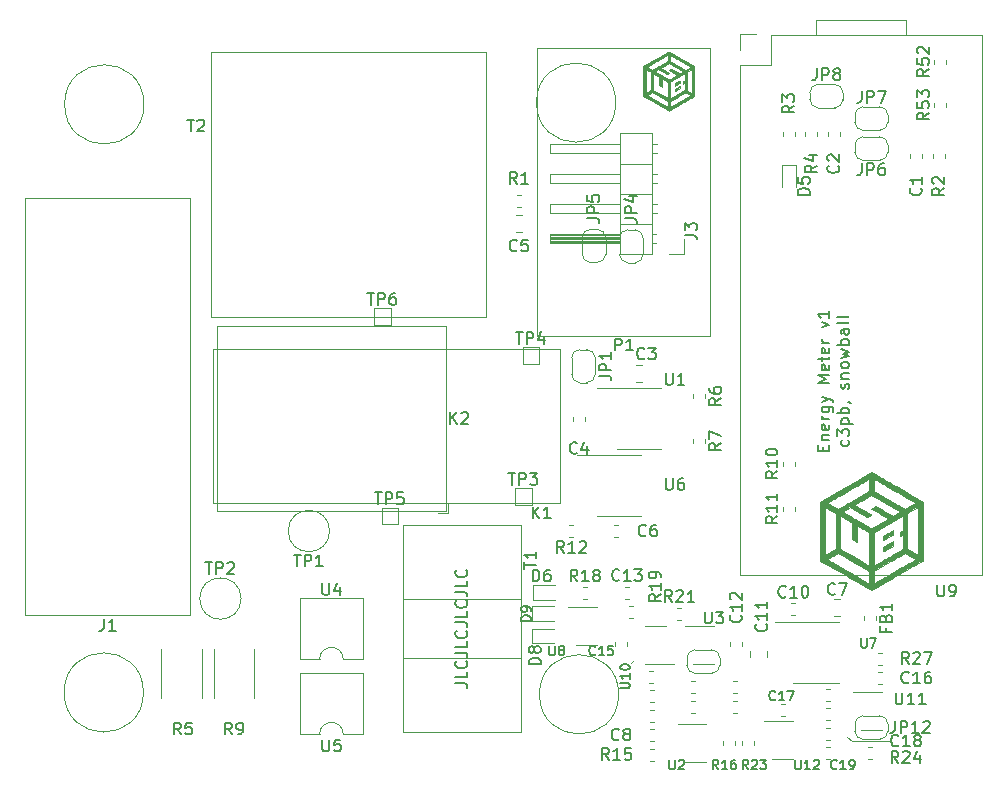
<source format=gbr>
%TF.GenerationSoftware,KiCad,Pcbnew,5.1.9-1.fc32*%
%TF.CreationDate,2021-04-18T22:57:20+02:00*%
%TF.ProjectId,energy-meter,656e6572-6779-42d6-9d65-7465722e6b69,rev?*%
%TF.SameCoordinates,Original*%
%TF.FileFunction,Legend,Top*%
%TF.FilePolarity,Positive*%
%FSLAX46Y46*%
G04 Gerber Fmt 4.6, Leading zero omitted, Abs format (unit mm)*
G04 Created by KiCad (PCBNEW 5.1.9-1.fc32) date 2021-04-18 22:57:20*
%MOMM*%
%LPD*%
G01*
G04 APERTURE LIST*
%ADD10C,0.120000*%
%ADD11C,0.150000*%
%ADD12C,0.010000*%
G04 APERTURE END LIST*
D10*
X155095000Y-146586000D02*
X155349000Y-146332000D01*
X173764000Y-153190000D02*
X173383000Y-152809000D01*
X176939000Y-153190000D02*
X173764000Y-153190000D01*
D11*
X140196380Y-148284047D02*
X140910666Y-148284047D01*
X141053523Y-148331666D01*
X141148761Y-148426904D01*
X141196380Y-148569761D01*
X141196380Y-148665000D01*
X141196380Y-147331666D02*
X141196380Y-147807857D01*
X140196380Y-147807857D01*
X141101142Y-146426904D02*
X141148761Y-146474523D01*
X141196380Y-146617380D01*
X141196380Y-146712619D01*
X141148761Y-146855476D01*
X141053523Y-146950714D01*
X140958285Y-146998333D01*
X140767809Y-147045952D01*
X140624952Y-147045952D01*
X140434476Y-146998333D01*
X140339238Y-146950714D01*
X140244000Y-146855476D01*
X140196380Y-146712619D01*
X140196380Y-146617380D01*
X140244000Y-146474523D01*
X140291619Y-146426904D01*
X140196380Y-145712619D02*
X140910666Y-145712619D01*
X141053523Y-145760238D01*
X141148761Y-145855476D01*
X141196380Y-145998333D01*
X141196380Y-146093571D01*
X141196380Y-144760238D02*
X141196380Y-145236428D01*
X140196380Y-145236428D01*
X141101142Y-143855476D02*
X141148761Y-143903095D01*
X141196380Y-144045952D01*
X141196380Y-144141190D01*
X141148761Y-144284047D01*
X141053523Y-144379285D01*
X140958285Y-144426904D01*
X140767809Y-144474523D01*
X140624952Y-144474523D01*
X140434476Y-144426904D01*
X140339238Y-144379285D01*
X140244000Y-144284047D01*
X140196380Y-144141190D01*
X140196380Y-144045952D01*
X140244000Y-143903095D01*
X140291619Y-143855476D01*
X140196380Y-143141190D02*
X140910666Y-143141190D01*
X141053523Y-143188809D01*
X141148761Y-143284047D01*
X141196380Y-143426904D01*
X141196380Y-143522142D01*
X141196380Y-142188809D02*
X141196380Y-142665000D01*
X140196380Y-142665000D01*
X141101142Y-141284047D02*
X141148761Y-141331666D01*
X141196380Y-141474523D01*
X141196380Y-141569761D01*
X141148761Y-141712619D01*
X141053523Y-141807857D01*
X140958285Y-141855476D01*
X140767809Y-141903095D01*
X140624952Y-141903095D01*
X140434476Y-141855476D01*
X140339238Y-141807857D01*
X140244000Y-141712619D01*
X140196380Y-141569761D01*
X140196380Y-141474523D01*
X140244000Y-141331666D01*
X140291619Y-141284047D01*
X140196380Y-140569761D02*
X140910666Y-140569761D01*
X141053523Y-140617380D01*
X141148761Y-140712619D01*
X141196380Y-140855476D01*
X141196380Y-140950714D01*
X141196380Y-139617380D02*
X141196380Y-140093571D01*
X140196380Y-140093571D01*
X141101142Y-138712619D02*
X141148761Y-138760238D01*
X141196380Y-138903095D01*
X141196380Y-138998333D01*
X141148761Y-139141190D01*
X141053523Y-139236428D01*
X140958285Y-139284047D01*
X140767809Y-139331666D01*
X140624952Y-139331666D01*
X140434476Y-139284047D01*
X140339238Y-139236428D01*
X140244000Y-139141190D01*
X140196380Y-138998333D01*
X140196380Y-138903095D01*
X140244000Y-138760238D01*
X140291619Y-138712619D01*
D10*
X153772301Y-99135000D02*
G75*
G03*
X153772301Y-99135000I-3355301J0D01*
G01*
X113822301Y-99285000D02*
G75*
G03*
X113822301Y-99285000I-3355301J0D01*
G01*
X113782301Y-149075000D02*
G75*
G03*
X113782301Y-149075000I-3355301J0D01*
G01*
X154022301Y-149235000D02*
G75*
G03*
X154022301Y-149235000I-3355301J0D01*
G01*
D11*
X171343571Y-128590952D02*
X171343571Y-128257619D01*
X171867380Y-128114761D02*
X171867380Y-128590952D01*
X170867380Y-128590952D01*
X170867380Y-128114761D01*
X171200714Y-127686190D02*
X171867380Y-127686190D01*
X171295952Y-127686190D02*
X171248333Y-127638571D01*
X171200714Y-127543333D01*
X171200714Y-127400476D01*
X171248333Y-127305238D01*
X171343571Y-127257619D01*
X171867380Y-127257619D01*
X171819761Y-126400476D02*
X171867380Y-126495714D01*
X171867380Y-126686190D01*
X171819761Y-126781428D01*
X171724523Y-126829047D01*
X171343571Y-126829047D01*
X171248333Y-126781428D01*
X171200714Y-126686190D01*
X171200714Y-126495714D01*
X171248333Y-126400476D01*
X171343571Y-126352857D01*
X171438809Y-126352857D01*
X171534047Y-126829047D01*
X171867380Y-125924285D02*
X171200714Y-125924285D01*
X171391190Y-125924285D02*
X171295952Y-125876666D01*
X171248333Y-125829047D01*
X171200714Y-125733809D01*
X171200714Y-125638571D01*
X171200714Y-124876666D02*
X172010238Y-124876666D01*
X172105476Y-124924285D01*
X172153095Y-124971904D01*
X172200714Y-125067142D01*
X172200714Y-125210000D01*
X172153095Y-125305238D01*
X171819761Y-124876666D02*
X171867380Y-124971904D01*
X171867380Y-125162380D01*
X171819761Y-125257619D01*
X171772142Y-125305238D01*
X171676904Y-125352857D01*
X171391190Y-125352857D01*
X171295952Y-125305238D01*
X171248333Y-125257619D01*
X171200714Y-125162380D01*
X171200714Y-124971904D01*
X171248333Y-124876666D01*
X171200714Y-124495714D02*
X171867380Y-124257619D01*
X171200714Y-124019523D02*
X171867380Y-124257619D01*
X172105476Y-124352857D01*
X172153095Y-124400476D01*
X172200714Y-124495714D01*
X171867380Y-122876666D02*
X170867380Y-122876666D01*
X171581666Y-122543333D01*
X170867380Y-122210000D01*
X171867380Y-122210000D01*
X171819761Y-121352857D02*
X171867380Y-121448095D01*
X171867380Y-121638571D01*
X171819761Y-121733809D01*
X171724523Y-121781428D01*
X171343571Y-121781428D01*
X171248333Y-121733809D01*
X171200714Y-121638571D01*
X171200714Y-121448095D01*
X171248333Y-121352857D01*
X171343571Y-121305238D01*
X171438809Y-121305238D01*
X171534047Y-121781428D01*
X171200714Y-121019523D02*
X171200714Y-120638571D01*
X170867380Y-120876666D02*
X171724523Y-120876666D01*
X171819761Y-120829047D01*
X171867380Y-120733809D01*
X171867380Y-120638571D01*
X171819761Y-119924285D02*
X171867380Y-120019523D01*
X171867380Y-120210000D01*
X171819761Y-120305238D01*
X171724523Y-120352857D01*
X171343571Y-120352857D01*
X171248333Y-120305238D01*
X171200714Y-120210000D01*
X171200714Y-120019523D01*
X171248333Y-119924285D01*
X171343571Y-119876666D01*
X171438809Y-119876666D01*
X171534047Y-120352857D01*
X171867380Y-119448095D02*
X171200714Y-119448095D01*
X171391190Y-119448095D02*
X171295952Y-119400476D01*
X171248333Y-119352857D01*
X171200714Y-119257619D01*
X171200714Y-119162380D01*
X171200714Y-118162380D02*
X171867380Y-117924285D01*
X171200714Y-117686190D01*
X171867380Y-116781428D02*
X171867380Y-117352857D01*
X171867380Y-117067142D02*
X170867380Y-117067142D01*
X171010238Y-117162380D01*
X171105476Y-117257619D01*
X171153095Y-117352857D01*
X173469761Y-127733809D02*
X173517380Y-127829047D01*
X173517380Y-128019523D01*
X173469761Y-128114761D01*
X173422142Y-128162380D01*
X173326904Y-128210000D01*
X173041190Y-128210000D01*
X172945952Y-128162380D01*
X172898333Y-128114761D01*
X172850714Y-128019523D01*
X172850714Y-127829047D01*
X172898333Y-127733809D01*
X172517380Y-127400476D02*
X172517380Y-126781428D01*
X172898333Y-127114761D01*
X172898333Y-126971904D01*
X172945952Y-126876666D01*
X172993571Y-126829047D01*
X173088809Y-126781428D01*
X173326904Y-126781428D01*
X173422142Y-126829047D01*
X173469761Y-126876666D01*
X173517380Y-126971904D01*
X173517380Y-127257619D01*
X173469761Y-127352857D01*
X173422142Y-127400476D01*
X172850714Y-126352857D02*
X173850714Y-126352857D01*
X172898333Y-126352857D02*
X172850714Y-126257619D01*
X172850714Y-126067142D01*
X172898333Y-125971904D01*
X172945952Y-125924285D01*
X173041190Y-125876666D01*
X173326904Y-125876666D01*
X173422142Y-125924285D01*
X173469761Y-125971904D01*
X173517380Y-126067142D01*
X173517380Y-126257619D01*
X173469761Y-126352857D01*
X173517380Y-125448095D02*
X172517380Y-125448095D01*
X172898333Y-125448095D02*
X172850714Y-125352857D01*
X172850714Y-125162380D01*
X172898333Y-125067142D01*
X172945952Y-125019523D01*
X173041190Y-124971904D01*
X173326904Y-124971904D01*
X173422142Y-125019523D01*
X173469761Y-125067142D01*
X173517380Y-125162380D01*
X173517380Y-125352857D01*
X173469761Y-125448095D01*
X173469761Y-124495714D02*
X173517380Y-124495714D01*
X173612619Y-124543333D01*
X173660238Y-124590952D01*
X173469761Y-123352857D02*
X173517380Y-123257619D01*
X173517380Y-123067142D01*
X173469761Y-122971904D01*
X173374523Y-122924285D01*
X173326904Y-122924285D01*
X173231666Y-122971904D01*
X173184047Y-123067142D01*
X173184047Y-123210000D01*
X173136428Y-123305238D01*
X173041190Y-123352857D01*
X172993571Y-123352857D01*
X172898333Y-123305238D01*
X172850714Y-123210000D01*
X172850714Y-123067142D01*
X172898333Y-122971904D01*
X172850714Y-122495714D02*
X173517380Y-122495714D01*
X172945952Y-122495714D02*
X172898333Y-122448095D01*
X172850714Y-122352857D01*
X172850714Y-122210000D01*
X172898333Y-122114761D01*
X172993571Y-122067142D01*
X173517380Y-122067142D01*
X173517380Y-121448095D02*
X173469761Y-121543333D01*
X173422142Y-121590952D01*
X173326904Y-121638571D01*
X173041190Y-121638571D01*
X172945952Y-121590952D01*
X172898333Y-121543333D01*
X172850714Y-121448095D01*
X172850714Y-121305238D01*
X172898333Y-121210000D01*
X172945952Y-121162380D01*
X173041190Y-121114761D01*
X173326904Y-121114761D01*
X173422142Y-121162380D01*
X173469761Y-121210000D01*
X173517380Y-121305238D01*
X173517380Y-121448095D01*
X172850714Y-120781428D02*
X173517380Y-120590952D01*
X173041190Y-120400476D01*
X173517380Y-120210000D01*
X172850714Y-120019523D01*
X173517380Y-119638571D02*
X172517380Y-119638571D01*
X172898333Y-119638571D02*
X172850714Y-119543333D01*
X172850714Y-119352857D01*
X172898333Y-119257619D01*
X172945952Y-119210000D01*
X173041190Y-119162380D01*
X173326904Y-119162380D01*
X173422142Y-119210000D01*
X173469761Y-119257619D01*
X173517380Y-119352857D01*
X173517380Y-119543333D01*
X173469761Y-119638571D01*
X173517380Y-118305238D02*
X172993571Y-118305238D01*
X172898333Y-118352857D01*
X172850714Y-118448095D01*
X172850714Y-118638571D01*
X172898333Y-118733809D01*
X173469761Y-118305238D02*
X173517380Y-118400476D01*
X173517380Y-118638571D01*
X173469761Y-118733809D01*
X173374523Y-118781428D01*
X173279285Y-118781428D01*
X173184047Y-118733809D01*
X173136428Y-118638571D01*
X173136428Y-118400476D01*
X173088809Y-118305238D01*
X173517380Y-117686190D02*
X173469761Y-117781428D01*
X173374523Y-117829047D01*
X172517380Y-117829047D01*
X173517380Y-117162380D02*
X173469761Y-117257619D01*
X173374523Y-117305238D01*
X172517380Y-117305238D01*
D10*
%TO.C,TP4*%
X145886000Y-119851000D02*
X147286000Y-119851000D01*
X147286000Y-119851000D02*
X147286000Y-121251000D01*
X147286000Y-121251000D02*
X145886000Y-121251000D01*
X145886000Y-121251000D02*
X145886000Y-119851000D01*
%TO.C,TP3*%
X145251000Y-131789000D02*
X146651000Y-131789000D01*
X146651000Y-131789000D02*
X146651000Y-133189000D01*
X146651000Y-133189000D02*
X145251000Y-133189000D01*
X145251000Y-133189000D02*
X145251000Y-131789000D01*
%TO.C,TP5*%
X133948000Y-133440000D02*
X135348000Y-133440000D01*
X135348000Y-133440000D02*
X135348000Y-134840000D01*
X135348000Y-134840000D02*
X133948000Y-134840000D01*
X133948000Y-134840000D02*
X133948000Y-133440000D01*
%TO.C,TP6*%
X133313000Y-116549000D02*
X134713000Y-116549000D01*
X134713000Y-116549000D02*
X134713000Y-117949000D01*
X134713000Y-117949000D02*
X133313000Y-117949000D01*
X133313000Y-117949000D02*
X133313000Y-116549000D01*
D12*
%TO.C,G\u002A\u002A\u002A*%
G36*
X158275549Y-94816424D02*
G01*
X158284765Y-94821529D01*
X158299510Y-94829834D01*
X158319497Y-94841174D01*
X158344436Y-94855383D01*
X158374039Y-94872296D01*
X158408017Y-94891746D01*
X158446080Y-94913568D01*
X158487941Y-94937596D01*
X158533310Y-94963664D01*
X158581898Y-94991607D01*
X158633417Y-95021259D01*
X158687577Y-95052453D01*
X158744091Y-95085025D01*
X158802668Y-95118809D01*
X158863020Y-95153638D01*
X158898338Y-95174029D01*
X159006705Y-95236610D01*
X159109179Y-95295786D01*
X159205974Y-95351683D01*
X159297306Y-95404425D01*
X159383391Y-95454136D01*
X159464445Y-95500942D01*
X159540682Y-95544966D01*
X159612318Y-95586333D01*
X159679570Y-95625167D01*
X159742653Y-95661594D01*
X159801783Y-95695737D01*
X159857174Y-95727722D01*
X159909044Y-95757672D01*
X159957606Y-95785712D01*
X160003078Y-95811967D01*
X160045675Y-95836561D01*
X160085611Y-95859619D01*
X160123104Y-95881265D01*
X160158369Y-95901624D01*
X160191620Y-95920820D01*
X160223075Y-95938977D01*
X160252948Y-95956221D01*
X160258785Y-95959591D01*
X160436056Y-96061916D01*
X160436056Y-98561612D01*
X160258785Y-98663937D01*
X160226217Y-98682736D01*
X160188497Y-98704512D01*
X160146581Y-98728710D01*
X160101425Y-98754779D01*
X160053989Y-98782166D01*
X160005227Y-98810319D01*
X159956098Y-98838684D01*
X159907559Y-98866710D01*
X159860566Y-98893843D01*
X159822223Y-98915984D01*
X159701397Y-98985752D01*
X159586552Y-99052065D01*
X159477562Y-99114997D01*
X159374296Y-99174623D01*
X159276628Y-99231016D01*
X159184429Y-99284250D01*
X159097571Y-99334399D01*
X159015926Y-99381538D01*
X158939366Y-99425739D01*
X158867762Y-99467077D01*
X158800987Y-99505627D01*
X158738911Y-99541461D01*
X158681409Y-99574654D01*
X158628350Y-99605279D01*
X158579607Y-99633412D01*
X158535052Y-99659125D01*
X158494556Y-99682493D01*
X158457992Y-99703590D01*
X158425232Y-99722489D01*
X158396146Y-99739264D01*
X158370608Y-99753990D01*
X158348489Y-99766741D01*
X158329660Y-99777590D01*
X158313994Y-99786611D01*
X158301363Y-99793879D01*
X158291638Y-99799467D01*
X158284692Y-99803449D01*
X158280395Y-99805899D01*
X158278644Y-99806879D01*
X158277411Y-99806889D01*
X158274937Y-99806138D01*
X158271043Y-99804525D01*
X158265549Y-99801946D01*
X158258272Y-99798299D01*
X158249033Y-99793480D01*
X158237650Y-99787386D01*
X158223944Y-99779916D01*
X158207734Y-99770964D01*
X158188839Y-99760429D01*
X158167078Y-99748208D01*
X158142271Y-99734197D01*
X158114237Y-99718294D01*
X158082795Y-99700396D01*
X158047766Y-99680399D01*
X158008967Y-99658201D01*
X157966219Y-99633699D01*
X157919341Y-99606790D01*
X157868153Y-99577370D01*
X157812473Y-99545338D01*
X157791224Y-99533103D01*
X158365205Y-99533103D01*
X158376693Y-99526071D01*
X158380673Y-99523740D01*
X158390518Y-99518025D01*
X158405981Y-99509067D01*
X158426818Y-99497008D01*
X158452781Y-99481991D01*
X158483625Y-99464157D01*
X158519104Y-99443649D01*
X158558972Y-99420610D01*
X158602983Y-99395180D01*
X158650891Y-99367502D01*
X158702449Y-99337719D01*
X158757413Y-99305972D01*
X158815535Y-99272403D01*
X158876571Y-99237155D01*
X158940273Y-99200369D01*
X159006397Y-99162189D01*
X159074695Y-99122755D01*
X159144923Y-99082210D01*
X159216833Y-99040696D01*
X159263070Y-99014005D01*
X159335805Y-98972015D01*
X159406956Y-98930932D01*
X159476280Y-98890898D01*
X159543533Y-98852052D01*
X159608474Y-98814536D01*
X159670860Y-98778488D01*
X159730447Y-98744051D01*
X159786994Y-98711363D01*
X159840257Y-98680566D01*
X159889995Y-98651799D01*
X159935964Y-98625204D01*
X159977922Y-98600920D01*
X160015626Y-98579088D01*
X160048833Y-98559848D01*
X160077301Y-98543341D01*
X160100787Y-98529706D01*
X160119049Y-98519085D01*
X160131844Y-98511617D01*
X160138929Y-98507444D01*
X160140358Y-98506563D01*
X160137732Y-98504526D01*
X160129563Y-98499318D01*
X160116430Y-98491277D01*
X160098915Y-98480740D01*
X160077595Y-98468042D01*
X160053051Y-98453522D01*
X160025861Y-98437515D01*
X159996606Y-98420359D01*
X159965865Y-98402391D01*
X159934217Y-98383947D01*
X159902242Y-98365364D01*
X159870519Y-98346980D01*
X159839628Y-98329131D01*
X159810148Y-98312154D01*
X159782659Y-98296385D01*
X159757741Y-98282163D01*
X159735972Y-98269822D01*
X159717932Y-98259702D01*
X159704202Y-98252137D01*
X159695359Y-98247466D01*
X159692196Y-98246039D01*
X159688606Y-98247633D01*
X159679171Y-98252616D01*
X159664155Y-98260838D01*
X159643819Y-98272152D01*
X159618423Y-98286406D01*
X159588228Y-98303454D01*
X159553498Y-98323146D01*
X159514491Y-98345332D01*
X159471471Y-98369864D01*
X159424698Y-98396593D01*
X159374433Y-98425369D01*
X159320938Y-98456045D01*
X159264474Y-98488471D01*
X159205303Y-98522497D01*
X159143686Y-98557975D01*
X159079883Y-98594757D01*
X159026709Y-98625444D01*
X158367014Y-99006341D01*
X158366110Y-99269722D01*
X158365205Y-99533103D01*
X157791224Y-99533103D01*
X157752121Y-99510589D01*
X157686917Y-99473021D01*
X157616679Y-99432531D01*
X157541228Y-99389016D01*
X157460382Y-99342373D01*
X157373961Y-99292499D01*
X157281784Y-99239291D01*
X157189443Y-99185978D01*
X156107473Y-98561270D01*
X156107473Y-98505917D01*
X156402642Y-98505917D01*
X156405788Y-98507804D01*
X156414805Y-98513079D01*
X156429451Y-98521602D01*
X156449486Y-98533235D01*
X156474668Y-98547837D01*
X156504757Y-98565270D01*
X156539513Y-98585394D01*
X156578694Y-98608071D01*
X156622060Y-98633160D01*
X156669369Y-98660523D01*
X156720382Y-98690020D01*
X156774857Y-98721513D01*
X156832554Y-98754861D01*
X156893231Y-98789927D01*
X156956649Y-98826569D01*
X157022566Y-98864650D01*
X157090741Y-98904030D01*
X157160935Y-98944570D01*
X157232905Y-98986130D01*
X157290366Y-99019307D01*
X158176514Y-99530933D01*
X158177419Y-99269978D01*
X158177530Y-99227686D01*
X158177567Y-99187451D01*
X158177534Y-99149830D01*
X158177435Y-99115378D01*
X158177272Y-99084653D01*
X158177051Y-99058211D01*
X158176774Y-99036609D01*
X158176445Y-99020402D01*
X158176068Y-99010148D01*
X158175655Y-99006410D01*
X158172226Y-99004264D01*
X158163037Y-98998807D01*
X158148427Y-98990236D01*
X158128738Y-98978746D01*
X158104309Y-98964536D01*
X158075481Y-98947799D01*
X158042596Y-98928734D01*
X158005992Y-98907536D01*
X157966012Y-98884401D01*
X157922995Y-98859526D01*
X157877282Y-98833106D01*
X157829214Y-98805339D01*
X157779131Y-98776420D01*
X157727373Y-98746547D01*
X157674282Y-98715914D01*
X157620198Y-98684718D01*
X157565460Y-98653156D01*
X157510411Y-98621424D01*
X157455389Y-98589718D01*
X157400737Y-98558234D01*
X157346794Y-98527169D01*
X157293901Y-98496719D01*
X157242399Y-98467080D01*
X157192628Y-98438449D01*
X157144928Y-98411021D01*
X157099641Y-98384994D01*
X157057106Y-98360562D01*
X157017664Y-98337924D01*
X156981656Y-98317274D01*
X156949423Y-98298809D01*
X156921304Y-98282725D01*
X156897641Y-98269220D01*
X156878774Y-98258488D01*
X156865043Y-98250726D01*
X156856789Y-98246131D01*
X156854332Y-98244861D01*
X156850638Y-98246569D01*
X156841494Y-98251468D01*
X156827481Y-98259225D01*
X156809177Y-98269505D01*
X156787162Y-98281972D01*
X156762014Y-98296293D01*
X156734312Y-98312132D01*
X156704636Y-98329155D01*
X156673565Y-98347027D01*
X156641677Y-98365414D01*
X156609552Y-98383981D01*
X156577768Y-98402394D01*
X156546906Y-98420316D01*
X156517543Y-98437415D01*
X156490260Y-98453355D01*
X156465634Y-98467802D01*
X156444246Y-98480420D01*
X156426674Y-98490876D01*
X156413497Y-98498834D01*
X156405294Y-98503960D01*
X156402642Y-98505917D01*
X156107473Y-98505917D01*
X156107473Y-97311848D01*
X156294445Y-97311848D01*
X156294454Y-97396548D01*
X156294480Y-97479394D01*
X156294523Y-97560112D01*
X156294582Y-97638424D01*
X156294657Y-97714054D01*
X156294746Y-97786727D01*
X156294849Y-97856166D01*
X156294965Y-97922095D01*
X156295093Y-97984239D01*
X156295233Y-98042320D01*
X156295385Y-98096064D01*
X156295546Y-98145194D01*
X156295717Y-98189434D01*
X156295897Y-98228507D01*
X156296086Y-98262139D01*
X156296281Y-98290052D01*
X156296484Y-98311970D01*
X156296693Y-98327618D01*
X156296906Y-98336720D01*
X156297091Y-98339103D01*
X156300502Y-98337153D01*
X156309544Y-98331954D01*
X156323737Y-98323784D01*
X156342600Y-98312919D01*
X156365652Y-98299637D01*
X156392414Y-98284214D01*
X156422404Y-98266928D01*
X156455143Y-98248054D01*
X156490148Y-98227871D01*
X156526941Y-98206655D01*
X156528160Y-98205952D01*
X156756584Y-98074225D01*
X156756584Y-96950512D01*
X156944074Y-96950512D01*
X156944077Y-97001154D01*
X156944103Y-97057348D01*
X156944151Y-97119381D01*
X156944218Y-97187538D01*
X156944302Y-97262106D01*
X156944402Y-97343371D01*
X156944429Y-97365093D01*
X156945320Y-98070124D01*
X157560917Y-98425596D01*
X158176514Y-98781069D01*
X158177147Y-98280051D01*
X158365995Y-98280051D01*
X158366011Y-98343453D01*
X158366056Y-98403911D01*
X158366128Y-98461092D01*
X158366226Y-98514667D01*
X158366349Y-98564305D01*
X158366496Y-98609673D01*
X158366666Y-98650442D01*
X158366859Y-98686280D01*
X158367073Y-98716857D01*
X158367307Y-98741841D01*
X158367560Y-98760902D01*
X158367831Y-98773708D01*
X158368119Y-98779929D01*
X158368245Y-98780498D01*
X158371554Y-98778644D01*
X158380682Y-98773429D01*
X158395339Y-98765020D01*
X158415234Y-98753585D01*
X158440078Y-98739291D01*
X158469578Y-98722307D01*
X158503446Y-98702798D01*
X158541390Y-98680934D01*
X158583119Y-98656880D01*
X158628344Y-98630805D01*
X158676774Y-98602877D01*
X158728118Y-98573261D01*
X158782086Y-98542127D01*
X158838387Y-98509641D01*
X158896730Y-98475971D01*
X158956826Y-98441285D01*
X158984733Y-98425175D01*
X159045564Y-98390052D01*
X159104787Y-98355842D01*
X159162111Y-98322715D01*
X159217243Y-98290839D01*
X159269894Y-98260385D01*
X159319770Y-98231520D01*
X159366581Y-98204414D01*
X159410035Y-98179236D01*
X159449840Y-98156155D01*
X159485706Y-98135340D01*
X159517339Y-98116959D01*
X159544449Y-98101183D01*
X159566745Y-98088179D01*
X159583934Y-98078118D01*
X159584073Y-98078036D01*
X159793984Y-98078036D01*
X160017124Y-98207017D01*
X160240264Y-98335997D01*
X160241158Y-97825047D01*
X160241268Y-97753547D01*
X160241358Y-97676128D01*
X160241429Y-97593927D01*
X160241481Y-97508080D01*
X160241513Y-97419726D01*
X160241526Y-97329999D01*
X160241520Y-97240038D01*
X160241495Y-97150978D01*
X160241450Y-97063957D01*
X160241386Y-96980111D01*
X160241303Y-96900578D01*
X160241201Y-96826493D01*
X160241158Y-96800790D01*
X160240264Y-96287481D01*
X160018014Y-96415806D01*
X159795764Y-96544132D01*
X159793984Y-98078036D01*
X159584073Y-98078036D01*
X159595725Y-98071167D01*
X159601827Y-98067496D01*
X159602638Y-98066960D01*
X159603445Y-98064875D01*
X159604144Y-98059953D01*
X159604741Y-98051818D01*
X159605239Y-98040091D01*
X159605643Y-98024397D01*
X159605957Y-98004359D01*
X159606185Y-97979599D01*
X159606333Y-97949741D01*
X159606404Y-97914409D01*
X159606402Y-97873224D01*
X159606332Y-97825811D01*
X159606199Y-97771793D01*
X159606166Y-97760518D01*
X159605264Y-97458146D01*
X159569986Y-97478603D01*
X159553367Y-97488221D01*
X159536603Y-97497893D01*
X159522013Y-97506280D01*
X159514424Y-97510622D01*
X159494139Y-97522185D01*
X159494139Y-97335227D01*
X159550584Y-97302508D01*
X159607028Y-97269788D01*
X159607028Y-96961602D01*
X159606999Y-96915688D01*
X159606913Y-96871877D01*
X159606775Y-96830671D01*
X159606590Y-96792572D01*
X159606362Y-96758082D01*
X159606095Y-96727703D01*
X159605793Y-96701937D01*
X159605461Y-96681287D01*
X159605104Y-96666253D01*
X159604725Y-96657338D01*
X159604382Y-96654949D01*
X159601093Y-96656848D01*
X159592006Y-96662094D01*
X159577436Y-96670504D01*
X159557695Y-96681899D01*
X159533097Y-96696097D01*
X159503956Y-96712918D01*
X159470584Y-96732180D01*
X159433296Y-96753703D01*
X159392405Y-96777305D01*
X159348223Y-96802806D01*
X159301066Y-96830026D01*
X159251245Y-96858782D01*
X159199074Y-96888895D01*
X159144868Y-96920182D01*
X159088939Y-96952464D01*
X159074334Y-96960894D01*
X159016444Y-96994308D01*
X158959268Y-97027310D01*
X158903193Y-97059678D01*
X158848605Y-97091189D01*
X158795889Y-97121619D01*
X158745433Y-97150746D01*
X158697622Y-97178347D01*
X158652842Y-97204198D01*
X158611480Y-97228078D01*
X158573922Y-97249762D01*
X158540554Y-97269028D01*
X158511763Y-97285653D01*
X158487934Y-97299414D01*
X158469454Y-97310088D01*
X158456973Y-97317299D01*
X158367014Y-97369292D01*
X158366124Y-98075485D01*
X158366050Y-98145736D01*
X158366007Y-98214035D01*
X158365995Y-98280051D01*
X158177147Y-98280051D01*
X158177405Y-98076588D01*
X158177480Y-98006590D01*
X158177528Y-97938472D01*
X158177549Y-97872567D01*
X158177543Y-97809214D01*
X158177513Y-97748746D01*
X158177458Y-97691500D01*
X158177379Y-97637813D01*
X158177278Y-97588020D01*
X158177154Y-97542456D01*
X158177010Y-97501458D01*
X158176846Y-97465362D01*
X158176662Y-97434503D01*
X158176460Y-97409218D01*
X158176240Y-97389842D01*
X158176003Y-97376711D01*
X158175750Y-97370161D01*
X158175641Y-97369456D01*
X158172294Y-97367364D01*
X158163397Y-97362082D01*
X158149495Y-97353923D01*
X158131132Y-97343201D01*
X158108853Y-97330231D01*
X158083200Y-97315328D01*
X158054720Y-97298805D01*
X158023955Y-97280977D01*
X157991450Y-97262158D01*
X157957748Y-97242663D01*
X157923395Y-97222806D01*
X157888935Y-97202902D01*
X157854911Y-97183265D01*
X157821867Y-97164209D01*
X157790349Y-97146048D01*
X157760899Y-97129098D01*
X157734063Y-97113672D01*
X157710383Y-97100084D01*
X157690406Y-97088650D01*
X157674674Y-97079683D01*
X157663732Y-97073498D01*
X157658123Y-97070410D01*
X157657491Y-97070111D01*
X157657306Y-97073560D01*
X157657128Y-97083591D01*
X157656960Y-97099731D01*
X157656803Y-97121505D01*
X157656660Y-97148441D01*
X157656531Y-97180066D01*
X157656419Y-97215905D01*
X157656325Y-97255485D01*
X157656251Y-97298333D01*
X157656199Y-97343974D01*
X157656172Y-97391937D01*
X157656167Y-97421125D01*
X157656141Y-97470232D01*
X157656065Y-97517295D01*
X157655944Y-97561842D01*
X157655780Y-97603399D01*
X157655577Y-97641492D01*
X157655338Y-97675649D01*
X157655068Y-97705397D01*
X157654770Y-97730261D01*
X157654447Y-97749769D01*
X157654103Y-97763447D01*
X157653741Y-97770823D01*
X157653521Y-97772026D01*
X157649910Y-97770293D01*
X157640984Y-97765447D01*
X157627524Y-97757928D01*
X157610311Y-97748177D01*
X157590126Y-97736635D01*
X157567749Y-97723740D01*
X157560917Y-97719785D01*
X157470959Y-97667657D01*
X157467431Y-96959681D01*
X157211667Y-96811662D01*
X157172573Y-96789058D01*
X157135155Y-96767463D01*
X157099874Y-96747142D01*
X157067189Y-96728357D01*
X157037563Y-96711372D01*
X157011455Y-96696450D01*
X156989326Y-96683856D01*
X156971637Y-96673852D01*
X156958848Y-96666701D01*
X156951421Y-96662668D01*
X156949721Y-96661852D01*
X156948993Y-96661881D01*
X156948326Y-96662598D01*
X156947716Y-96664290D01*
X156947163Y-96667242D01*
X156946663Y-96671741D01*
X156946215Y-96678073D01*
X156945816Y-96686523D01*
X156945465Y-96697379D01*
X156945158Y-96710925D01*
X156944895Y-96727449D01*
X156944673Y-96747236D01*
X156944489Y-96770573D01*
X156944341Y-96797745D01*
X156944228Y-96829039D01*
X156944147Y-96864741D01*
X156944097Y-96905136D01*
X156944074Y-96950512D01*
X156756584Y-96950512D01*
X156756584Y-96548772D01*
X156660811Y-96493561D01*
X157050277Y-96493561D01*
X157053682Y-96495666D01*
X157062835Y-96501071D01*
X157077382Y-96509573D01*
X157096968Y-96520967D01*
X157121239Y-96535051D01*
X157149841Y-96551620D01*
X157182420Y-96570470D01*
X157218622Y-96591397D01*
X157258092Y-96614198D01*
X157300478Y-96638668D01*
X157345423Y-96664604D01*
X157392575Y-96691802D01*
X157441579Y-96720058D01*
X157492082Y-96749167D01*
X157543728Y-96778927D01*
X157596164Y-96809133D01*
X157649036Y-96839581D01*
X157701989Y-96870067D01*
X157754670Y-96900388D01*
X157806724Y-96930340D01*
X157857798Y-96959718D01*
X157907536Y-96988319D01*
X157955585Y-97015939D01*
X158001592Y-97042374D01*
X158045201Y-97067420D01*
X158086058Y-97090873D01*
X158123810Y-97112530D01*
X158158102Y-97132186D01*
X158188581Y-97149638D01*
X158214891Y-97164682D01*
X158236680Y-97177113D01*
X158253592Y-97186728D01*
X158265274Y-97193323D01*
X158271372Y-97196695D01*
X158272213Y-97197108D01*
X158275913Y-97195388D01*
X158285163Y-97190436D01*
X158299411Y-97182562D01*
X158318106Y-97172079D01*
X158340698Y-97159298D01*
X158366635Y-97144530D01*
X158395365Y-97128088D01*
X158426338Y-97110283D01*
X158453894Y-97094381D01*
X158494026Y-97071186D01*
X158538562Y-97045455D01*
X158585964Y-97018076D01*
X158634696Y-96989936D01*
X158683219Y-96961924D01*
X158729996Y-96934926D01*
X158773489Y-96909832D01*
X158806223Y-96890952D01*
X158838486Y-96872338D01*
X158869024Y-96854699D01*
X158897272Y-96838365D01*
X158922661Y-96823664D01*
X158944627Y-96810925D01*
X158962601Y-96800475D01*
X158976019Y-96792644D01*
X158984312Y-96787760D01*
X158986827Y-96786230D01*
X158988010Y-96784449D01*
X158986687Y-96781811D01*
X158982229Y-96777875D01*
X158974004Y-96772201D01*
X158961385Y-96764347D01*
X158943742Y-96753872D01*
X158925091Y-96743024D01*
X158911847Y-96735366D01*
X158893066Y-96724512D01*
X158869319Y-96710793D01*
X158841180Y-96694540D01*
X158809223Y-96676084D01*
X158774019Y-96655755D01*
X158736142Y-96633886D01*
X158696165Y-96610805D01*
X158654661Y-96586845D01*
X158612202Y-96562336D01*
X158575153Y-96540952D01*
X158533934Y-96517156D01*
X158494311Y-96494272D01*
X158456731Y-96472559D01*
X158421641Y-96452274D01*
X158389485Y-96433676D01*
X158360711Y-96417022D01*
X158335763Y-96402572D01*
X158315089Y-96390583D01*
X158299134Y-96381313D01*
X158288344Y-96375021D01*
X158283166Y-96371964D01*
X158282940Y-96371825D01*
X158272949Y-96365591D01*
X158357023Y-96316986D01*
X158379557Y-96303960D01*
X158400488Y-96291862D01*
X158418918Y-96281212D01*
X158433950Y-96272526D01*
X158444687Y-96266325D01*
X158450233Y-96263125D01*
X158450289Y-96263093D01*
X158451799Y-96262357D01*
X158453608Y-96261965D01*
X158456051Y-96262101D01*
X158459462Y-96262948D01*
X158464175Y-96264689D01*
X158470525Y-96267508D01*
X158478845Y-96271588D01*
X158489471Y-96277113D01*
X158502737Y-96284265D01*
X158518976Y-96293229D01*
X158538523Y-96304187D01*
X158561713Y-96317324D01*
X158588880Y-96332821D01*
X158620358Y-96350864D01*
X158656482Y-96371634D01*
X158697585Y-96395316D01*
X158744002Y-96422093D01*
X158796068Y-96452148D01*
X158817207Y-96464354D01*
X158863492Y-96491070D01*
X158908098Y-96516800D01*
X158950643Y-96541323D01*
X158990743Y-96564421D01*
X159028014Y-96585872D01*
X159062075Y-96605457D01*
X159092541Y-96622955D01*
X159119029Y-96638146D01*
X159141157Y-96650810D01*
X159158540Y-96660727D01*
X159170795Y-96667676D01*
X159177540Y-96671438D01*
X159178767Y-96672070D01*
X159182552Y-96670639D01*
X159191624Y-96666061D01*
X159205291Y-96658734D01*
X159222860Y-96649061D01*
X159243637Y-96637441D01*
X159266929Y-96624275D01*
X159292044Y-96609964D01*
X159318289Y-96594908D01*
X159344970Y-96579509D01*
X159371395Y-96564165D01*
X159396871Y-96549279D01*
X159420704Y-96535251D01*
X159442201Y-96522480D01*
X159460670Y-96511369D01*
X159475418Y-96502317D01*
X159485751Y-96495724D01*
X159490976Y-96491993D01*
X159491457Y-96491324D01*
X159488193Y-96489364D01*
X159479175Y-96484088D01*
X159464756Y-96475699D01*
X159445292Y-96464404D01*
X159421136Y-96450405D01*
X159392644Y-96433909D01*
X159360171Y-96415119D01*
X159324070Y-96394241D01*
X159284697Y-96371479D01*
X159242406Y-96347038D01*
X159197552Y-96321122D01*
X159150490Y-96293936D01*
X159101574Y-96265685D01*
X159051158Y-96236573D01*
X158999598Y-96206806D01*
X158947248Y-96176587D01*
X158894463Y-96146121D01*
X158841597Y-96115614D01*
X158789006Y-96085269D01*
X158737043Y-96055292D01*
X158686063Y-96025887D01*
X158636422Y-95997258D01*
X158588473Y-95969611D01*
X158542571Y-95943150D01*
X158499071Y-95918080D01*
X158458328Y-95894605D01*
X158420696Y-95872930D01*
X158386530Y-95853260D01*
X158356185Y-95835800D01*
X158330015Y-95820753D01*
X158308374Y-95808325D01*
X158291619Y-95798721D01*
X158280102Y-95792145D01*
X158274179Y-95788801D01*
X158273432Y-95788406D01*
X158270156Y-95790050D01*
X158261149Y-95795008D01*
X158246793Y-95803062D01*
X158227465Y-95813995D01*
X158203545Y-95827591D01*
X158175414Y-95843632D01*
X158143450Y-95861903D01*
X158108032Y-95882185D01*
X158069541Y-95904264D01*
X158028355Y-95927921D01*
X157984853Y-95952939D01*
X157939416Y-95979103D01*
X157910608Y-95995708D01*
X157855964Y-96027223D01*
X157807125Y-96055412D01*
X157763775Y-96080465D01*
X157725603Y-96102571D01*
X157692292Y-96121918D01*
X157663531Y-96138696D01*
X157639004Y-96153093D01*
X157618399Y-96165300D01*
X157601400Y-96175504D01*
X157587696Y-96183894D01*
X157576970Y-96190661D01*
X157568911Y-96195993D01*
X157563203Y-96200078D01*
X157559534Y-96203106D01*
X157557589Y-96205267D01*
X157557054Y-96206748D01*
X157557616Y-96207739D01*
X157558087Y-96208046D01*
X157566948Y-96212961D01*
X157580973Y-96220898D01*
X157599701Y-96231588D01*
X157622668Y-96244763D01*
X157649413Y-96260155D01*
X157679476Y-96277494D01*
X157712393Y-96296513D01*
X157747702Y-96316943D01*
X157784943Y-96338515D01*
X157823653Y-96360960D01*
X157863371Y-96384011D01*
X157903634Y-96407399D01*
X157943981Y-96430855D01*
X157983950Y-96454110D01*
X158023080Y-96476897D01*
X158060907Y-96498947D01*
X158096972Y-96519990D01*
X158130811Y-96539759D01*
X158161963Y-96557986D01*
X158189966Y-96574400D01*
X158214359Y-96588735D01*
X158234679Y-96600722D01*
X158250465Y-96610091D01*
X158261255Y-96616575D01*
X158266587Y-96619905D01*
X158267088Y-96620296D01*
X158264142Y-96622699D01*
X158255814Y-96628131D01*
X158242856Y-96636136D01*
X158226021Y-96646259D01*
X158206062Y-96658042D01*
X158183731Y-96671031D01*
X158175699Y-96675659D01*
X158084326Y-96728192D01*
X157363048Y-96311692D01*
X157206224Y-96402217D01*
X157175936Y-96419726D01*
X157147607Y-96436150D01*
X157121805Y-96451159D01*
X157099095Y-96464418D01*
X157080047Y-96475597D01*
X157065227Y-96484362D01*
X157055203Y-96490382D01*
X157050542Y-96493323D01*
X157050277Y-96493561D01*
X156660811Y-96493561D01*
X156533452Y-96420142D01*
X156496881Y-96399066D01*
X156461962Y-96378951D01*
X156429197Y-96360088D01*
X156399086Y-96342764D01*
X156372132Y-96327266D01*
X156348836Y-96313885D01*
X156329701Y-96302908D01*
X156315227Y-96294623D01*
X156305918Y-96289320D01*
X156302382Y-96287340D01*
X156294445Y-96283169D01*
X156294445Y-97311848D01*
X156107473Y-97311848D01*
X156107473Y-96117036D01*
X156403242Y-96117036D01*
X156405858Y-96119083D01*
X156414022Y-96124294D01*
X156427155Y-96132337D01*
X156444678Y-96142874D01*
X156466015Y-96155570D01*
X156490585Y-96170090D01*
X156517812Y-96186098D01*
X156547117Y-96203259D01*
X156577922Y-96221237D01*
X156609648Y-96239697D01*
X156641717Y-96258303D01*
X156673551Y-96276720D01*
X156704572Y-96294612D01*
X156734201Y-96311643D01*
X156761861Y-96327480D01*
X156786973Y-96341784D01*
X156808959Y-96354223D01*
X156827240Y-96364458D01*
X156841239Y-96372156D01*
X156850376Y-96376981D01*
X156854046Y-96378599D01*
X156857438Y-96376866D01*
X156866657Y-96371762D01*
X156881422Y-96363449D01*
X156901454Y-96352086D01*
X156926472Y-96337835D01*
X156956195Y-96320856D01*
X156990343Y-96301312D01*
X157028634Y-96279363D01*
X157070790Y-96255169D01*
X157116528Y-96228893D01*
X157165569Y-96200694D01*
X157217633Y-96170734D01*
X157272437Y-96139174D01*
X157329703Y-96106175D01*
X157389150Y-96071898D01*
X157450496Y-96036504D01*
X157513462Y-96000153D01*
X157517268Y-95997955D01*
X158176514Y-95617244D01*
X158177419Y-95353834D01*
X158177425Y-95351857D01*
X158365250Y-95351857D01*
X158365250Y-95615805D01*
X159025617Y-95997236D01*
X159088718Y-96033674D01*
X159150212Y-96069166D01*
X159209820Y-96103552D01*
X159267261Y-96136670D01*
X159322256Y-96168360D01*
X159374525Y-96198460D01*
X159423787Y-96226810D01*
X159469763Y-96253249D01*
X159512172Y-96277617D01*
X159550734Y-96299751D01*
X159585170Y-96319491D01*
X159615199Y-96336677D01*
X159640542Y-96351148D01*
X159660918Y-96362742D01*
X159676048Y-96371299D01*
X159685651Y-96376657D01*
X159689447Y-96378657D01*
X159689490Y-96378667D01*
X159693044Y-96376946D01*
X159702219Y-96371969D01*
X159716528Y-96364011D01*
X159735487Y-96353349D01*
X159758607Y-96340257D01*
X159785402Y-96325013D01*
X159815387Y-96307893D01*
X159848075Y-96289172D01*
X159882980Y-96269127D01*
X159917901Y-96249021D01*
X159954328Y-96227972D01*
X159988862Y-96207919D01*
X160021029Y-96189143D01*
X160050359Y-96171923D01*
X160076381Y-96156539D01*
X160098623Y-96143271D01*
X160116614Y-96132398D01*
X160129883Y-96124200D01*
X160137958Y-96118957D01*
X160140382Y-96116959D01*
X160137164Y-96115017D01*
X160128078Y-96109687D01*
X160113363Y-96101110D01*
X160093263Y-96089423D01*
X160068017Y-96074769D01*
X160037868Y-96057285D01*
X160003057Y-96037112D01*
X159963825Y-96014389D01*
X159920413Y-95989257D01*
X159873063Y-95961854D01*
X159822017Y-95932321D01*
X159767516Y-95900797D01*
X159709801Y-95867422D01*
X159649113Y-95832335D01*
X159585695Y-95795677D01*
X159519786Y-95757586D01*
X159451630Y-95718204D01*
X159381466Y-95677668D01*
X159309538Y-95636119D01*
X159254250Y-95604188D01*
X159181150Y-95561971D01*
X159109632Y-95520667D01*
X159039937Y-95480416D01*
X158972306Y-95441357D01*
X158906982Y-95403628D01*
X158844205Y-95367371D01*
X158784217Y-95332724D01*
X158727260Y-95299826D01*
X158673574Y-95268818D01*
X158623402Y-95239838D01*
X158576985Y-95213027D01*
X158534563Y-95188523D01*
X158496379Y-95166465D01*
X158462675Y-95146995D01*
X158433690Y-95130250D01*
X158409668Y-95116371D01*
X158390849Y-95105496D01*
X158377475Y-95097765D01*
X158369787Y-95093319D01*
X158367896Y-95092222D01*
X158367470Y-95095394D01*
X158367065Y-95105079D01*
X158366686Y-95120734D01*
X158366340Y-95141815D01*
X158366032Y-95167780D01*
X158365767Y-95198086D01*
X158365551Y-95232189D01*
X158365389Y-95269548D01*
X158365287Y-95309618D01*
X158365250Y-95351857D01*
X158177425Y-95351857D01*
X158178323Y-95090425D01*
X158166835Y-95097480D01*
X158162855Y-95099813D01*
X158153011Y-95105531D01*
X158137548Y-95114492D01*
X158116712Y-95126553D01*
X158090749Y-95141573D01*
X158059905Y-95159409D01*
X158024427Y-95179920D01*
X157984560Y-95202963D01*
X157940550Y-95228396D01*
X157892643Y-95256077D01*
X157841085Y-95285864D01*
X157786123Y-95317615D01*
X157728001Y-95351187D01*
X157666967Y-95386439D01*
X157603265Y-95423228D01*
X157537143Y-95461412D01*
X157468845Y-95500850D01*
X157398619Y-95541398D01*
X157326709Y-95582915D01*
X157280459Y-95609617D01*
X157207725Y-95651610D01*
X157136576Y-95692695D01*
X157067255Y-95732731D01*
X157000005Y-95771578D01*
X156935067Y-95809095D01*
X156872685Y-95845143D01*
X156813101Y-95879581D01*
X156756559Y-95912268D01*
X156703299Y-95943064D01*
X156653566Y-95971829D01*
X156607601Y-95998423D01*
X156565648Y-96022704D01*
X156527948Y-96044534D01*
X156494745Y-96063771D01*
X156466281Y-96080276D01*
X156442799Y-96093907D01*
X156424541Y-96104524D01*
X156411750Y-96111988D01*
X156404669Y-96116158D01*
X156403242Y-96117036D01*
X156107473Y-96117036D01*
X156107473Y-96062228D01*
X157187850Y-95438457D01*
X157268757Y-95391750D01*
X157348109Y-95345954D01*
X157425687Y-95301194D01*
X157501274Y-95257595D01*
X157574650Y-95215283D01*
X157645597Y-95174385D01*
X157713897Y-95135024D01*
X157779330Y-95097329D01*
X157841680Y-95061423D01*
X157900726Y-95027433D01*
X157956251Y-94995484D01*
X158008036Y-94965702D01*
X158055863Y-94938214D01*
X158099513Y-94913143D01*
X158138767Y-94890617D01*
X158173408Y-94870761D01*
X158203216Y-94853700D01*
X158227973Y-94839560D01*
X158247461Y-94828468D01*
X158261461Y-94820548D01*
X158269755Y-94815927D01*
X158272153Y-94814685D01*
X158275549Y-94816424D01*
G37*
X158275549Y-94816424D02*
X158284765Y-94821529D01*
X158299510Y-94829834D01*
X158319497Y-94841174D01*
X158344436Y-94855383D01*
X158374039Y-94872296D01*
X158408017Y-94891746D01*
X158446080Y-94913568D01*
X158487941Y-94937596D01*
X158533310Y-94963664D01*
X158581898Y-94991607D01*
X158633417Y-95021259D01*
X158687577Y-95052453D01*
X158744091Y-95085025D01*
X158802668Y-95118809D01*
X158863020Y-95153638D01*
X158898338Y-95174029D01*
X159006705Y-95236610D01*
X159109179Y-95295786D01*
X159205974Y-95351683D01*
X159297306Y-95404425D01*
X159383391Y-95454136D01*
X159464445Y-95500942D01*
X159540682Y-95544966D01*
X159612318Y-95586333D01*
X159679570Y-95625167D01*
X159742653Y-95661594D01*
X159801783Y-95695737D01*
X159857174Y-95727722D01*
X159909044Y-95757672D01*
X159957606Y-95785712D01*
X160003078Y-95811967D01*
X160045675Y-95836561D01*
X160085611Y-95859619D01*
X160123104Y-95881265D01*
X160158369Y-95901624D01*
X160191620Y-95920820D01*
X160223075Y-95938977D01*
X160252948Y-95956221D01*
X160258785Y-95959591D01*
X160436056Y-96061916D01*
X160436056Y-98561612D01*
X160258785Y-98663937D01*
X160226217Y-98682736D01*
X160188497Y-98704512D01*
X160146581Y-98728710D01*
X160101425Y-98754779D01*
X160053989Y-98782166D01*
X160005227Y-98810319D01*
X159956098Y-98838684D01*
X159907559Y-98866710D01*
X159860566Y-98893843D01*
X159822223Y-98915984D01*
X159701397Y-98985752D01*
X159586552Y-99052065D01*
X159477562Y-99114997D01*
X159374296Y-99174623D01*
X159276628Y-99231016D01*
X159184429Y-99284250D01*
X159097571Y-99334399D01*
X159015926Y-99381538D01*
X158939366Y-99425739D01*
X158867762Y-99467077D01*
X158800987Y-99505627D01*
X158738911Y-99541461D01*
X158681409Y-99574654D01*
X158628350Y-99605279D01*
X158579607Y-99633412D01*
X158535052Y-99659125D01*
X158494556Y-99682493D01*
X158457992Y-99703590D01*
X158425232Y-99722489D01*
X158396146Y-99739264D01*
X158370608Y-99753990D01*
X158348489Y-99766741D01*
X158329660Y-99777590D01*
X158313994Y-99786611D01*
X158301363Y-99793879D01*
X158291638Y-99799467D01*
X158284692Y-99803449D01*
X158280395Y-99805899D01*
X158278644Y-99806879D01*
X158277411Y-99806889D01*
X158274937Y-99806138D01*
X158271043Y-99804525D01*
X158265549Y-99801946D01*
X158258272Y-99798299D01*
X158249033Y-99793480D01*
X158237650Y-99787386D01*
X158223944Y-99779916D01*
X158207734Y-99770964D01*
X158188839Y-99760429D01*
X158167078Y-99748208D01*
X158142271Y-99734197D01*
X158114237Y-99718294D01*
X158082795Y-99700396D01*
X158047766Y-99680399D01*
X158008967Y-99658201D01*
X157966219Y-99633699D01*
X157919341Y-99606790D01*
X157868153Y-99577370D01*
X157812473Y-99545338D01*
X157791224Y-99533103D01*
X158365205Y-99533103D01*
X158376693Y-99526071D01*
X158380673Y-99523740D01*
X158390518Y-99518025D01*
X158405981Y-99509067D01*
X158426818Y-99497008D01*
X158452781Y-99481991D01*
X158483625Y-99464157D01*
X158519104Y-99443649D01*
X158558972Y-99420610D01*
X158602983Y-99395180D01*
X158650891Y-99367502D01*
X158702449Y-99337719D01*
X158757413Y-99305972D01*
X158815535Y-99272403D01*
X158876571Y-99237155D01*
X158940273Y-99200369D01*
X159006397Y-99162189D01*
X159074695Y-99122755D01*
X159144923Y-99082210D01*
X159216833Y-99040696D01*
X159263070Y-99014005D01*
X159335805Y-98972015D01*
X159406956Y-98930932D01*
X159476280Y-98890898D01*
X159543533Y-98852052D01*
X159608474Y-98814536D01*
X159670860Y-98778488D01*
X159730447Y-98744051D01*
X159786994Y-98711363D01*
X159840257Y-98680566D01*
X159889995Y-98651799D01*
X159935964Y-98625204D01*
X159977922Y-98600920D01*
X160015626Y-98579088D01*
X160048833Y-98559848D01*
X160077301Y-98543341D01*
X160100787Y-98529706D01*
X160119049Y-98519085D01*
X160131844Y-98511617D01*
X160138929Y-98507444D01*
X160140358Y-98506563D01*
X160137732Y-98504526D01*
X160129563Y-98499318D01*
X160116430Y-98491277D01*
X160098915Y-98480740D01*
X160077595Y-98468042D01*
X160053051Y-98453522D01*
X160025861Y-98437515D01*
X159996606Y-98420359D01*
X159965865Y-98402391D01*
X159934217Y-98383947D01*
X159902242Y-98365364D01*
X159870519Y-98346980D01*
X159839628Y-98329131D01*
X159810148Y-98312154D01*
X159782659Y-98296385D01*
X159757741Y-98282163D01*
X159735972Y-98269822D01*
X159717932Y-98259702D01*
X159704202Y-98252137D01*
X159695359Y-98247466D01*
X159692196Y-98246039D01*
X159688606Y-98247633D01*
X159679171Y-98252616D01*
X159664155Y-98260838D01*
X159643819Y-98272152D01*
X159618423Y-98286406D01*
X159588228Y-98303454D01*
X159553498Y-98323146D01*
X159514491Y-98345332D01*
X159471471Y-98369864D01*
X159424698Y-98396593D01*
X159374433Y-98425369D01*
X159320938Y-98456045D01*
X159264474Y-98488471D01*
X159205303Y-98522497D01*
X159143686Y-98557975D01*
X159079883Y-98594757D01*
X159026709Y-98625444D01*
X158367014Y-99006341D01*
X158366110Y-99269722D01*
X158365205Y-99533103D01*
X157791224Y-99533103D01*
X157752121Y-99510589D01*
X157686917Y-99473021D01*
X157616679Y-99432531D01*
X157541228Y-99389016D01*
X157460382Y-99342373D01*
X157373961Y-99292499D01*
X157281784Y-99239291D01*
X157189443Y-99185978D01*
X156107473Y-98561270D01*
X156107473Y-98505917D01*
X156402642Y-98505917D01*
X156405788Y-98507804D01*
X156414805Y-98513079D01*
X156429451Y-98521602D01*
X156449486Y-98533235D01*
X156474668Y-98547837D01*
X156504757Y-98565270D01*
X156539513Y-98585394D01*
X156578694Y-98608071D01*
X156622060Y-98633160D01*
X156669369Y-98660523D01*
X156720382Y-98690020D01*
X156774857Y-98721513D01*
X156832554Y-98754861D01*
X156893231Y-98789927D01*
X156956649Y-98826569D01*
X157022566Y-98864650D01*
X157090741Y-98904030D01*
X157160935Y-98944570D01*
X157232905Y-98986130D01*
X157290366Y-99019307D01*
X158176514Y-99530933D01*
X158177419Y-99269978D01*
X158177530Y-99227686D01*
X158177567Y-99187451D01*
X158177534Y-99149830D01*
X158177435Y-99115378D01*
X158177272Y-99084653D01*
X158177051Y-99058211D01*
X158176774Y-99036609D01*
X158176445Y-99020402D01*
X158176068Y-99010148D01*
X158175655Y-99006410D01*
X158172226Y-99004264D01*
X158163037Y-98998807D01*
X158148427Y-98990236D01*
X158128738Y-98978746D01*
X158104309Y-98964536D01*
X158075481Y-98947799D01*
X158042596Y-98928734D01*
X158005992Y-98907536D01*
X157966012Y-98884401D01*
X157922995Y-98859526D01*
X157877282Y-98833106D01*
X157829214Y-98805339D01*
X157779131Y-98776420D01*
X157727373Y-98746547D01*
X157674282Y-98715914D01*
X157620198Y-98684718D01*
X157565460Y-98653156D01*
X157510411Y-98621424D01*
X157455389Y-98589718D01*
X157400737Y-98558234D01*
X157346794Y-98527169D01*
X157293901Y-98496719D01*
X157242399Y-98467080D01*
X157192628Y-98438449D01*
X157144928Y-98411021D01*
X157099641Y-98384994D01*
X157057106Y-98360562D01*
X157017664Y-98337924D01*
X156981656Y-98317274D01*
X156949423Y-98298809D01*
X156921304Y-98282725D01*
X156897641Y-98269220D01*
X156878774Y-98258488D01*
X156865043Y-98250726D01*
X156856789Y-98246131D01*
X156854332Y-98244861D01*
X156850638Y-98246569D01*
X156841494Y-98251468D01*
X156827481Y-98259225D01*
X156809177Y-98269505D01*
X156787162Y-98281972D01*
X156762014Y-98296293D01*
X156734312Y-98312132D01*
X156704636Y-98329155D01*
X156673565Y-98347027D01*
X156641677Y-98365414D01*
X156609552Y-98383981D01*
X156577768Y-98402394D01*
X156546906Y-98420316D01*
X156517543Y-98437415D01*
X156490260Y-98453355D01*
X156465634Y-98467802D01*
X156444246Y-98480420D01*
X156426674Y-98490876D01*
X156413497Y-98498834D01*
X156405294Y-98503960D01*
X156402642Y-98505917D01*
X156107473Y-98505917D01*
X156107473Y-97311848D01*
X156294445Y-97311848D01*
X156294454Y-97396548D01*
X156294480Y-97479394D01*
X156294523Y-97560112D01*
X156294582Y-97638424D01*
X156294657Y-97714054D01*
X156294746Y-97786727D01*
X156294849Y-97856166D01*
X156294965Y-97922095D01*
X156295093Y-97984239D01*
X156295233Y-98042320D01*
X156295385Y-98096064D01*
X156295546Y-98145194D01*
X156295717Y-98189434D01*
X156295897Y-98228507D01*
X156296086Y-98262139D01*
X156296281Y-98290052D01*
X156296484Y-98311970D01*
X156296693Y-98327618D01*
X156296906Y-98336720D01*
X156297091Y-98339103D01*
X156300502Y-98337153D01*
X156309544Y-98331954D01*
X156323737Y-98323784D01*
X156342600Y-98312919D01*
X156365652Y-98299637D01*
X156392414Y-98284214D01*
X156422404Y-98266928D01*
X156455143Y-98248054D01*
X156490148Y-98227871D01*
X156526941Y-98206655D01*
X156528160Y-98205952D01*
X156756584Y-98074225D01*
X156756584Y-96950512D01*
X156944074Y-96950512D01*
X156944077Y-97001154D01*
X156944103Y-97057348D01*
X156944151Y-97119381D01*
X156944218Y-97187538D01*
X156944302Y-97262106D01*
X156944402Y-97343371D01*
X156944429Y-97365093D01*
X156945320Y-98070124D01*
X157560917Y-98425596D01*
X158176514Y-98781069D01*
X158177147Y-98280051D01*
X158365995Y-98280051D01*
X158366011Y-98343453D01*
X158366056Y-98403911D01*
X158366128Y-98461092D01*
X158366226Y-98514667D01*
X158366349Y-98564305D01*
X158366496Y-98609673D01*
X158366666Y-98650442D01*
X158366859Y-98686280D01*
X158367073Y-98716857D01*
X158367307Y-98741841D01*
X158367560Y-98760902D01*
X158367831Y-98773708D01*
X158368119Y-98779929D01*
X158368245Y-98780498D01*
X158371554Y-98778644D01*
X158380682Y-98773429D01*
X158395339Y-98765020D01*
X158415234Y-98753585D01*
X158440078Y-98739291D01*
X158469578Y-98722307D01*
X158503446Y-98702798D01*
X158541390Y-98680934D01*
X158583119Y-98656880D01*
X158628344Y-98630805D01*
X158676774Y-98602877D01*
X158728118Y-98573261D01*
X158782086Y-98542127D01*
X158838387Y-98509641D01*
X158896730Y-98475971D01*
X158956826Y-98441285D01*
X158984733Y-98425175D01*
X159045564Y-98390052D01*
X159104787Y-98355842D01*
X159162111Y-98322715D01*
X159217243Y-98290839D01*
X159269894Y-98260385D01*
X159319770Y-98231520D01*
X159366581Y-98204414D01*
X159410035Y-98179236D01*
X159449840Y-98156155D01*
X159485706Y-98135340D01*
X159517339Y-98116959D01*
X159544449Y-98101183D01*
X159566745Y-98088179D01*
X159583934Y-98078118D01*
X159584073Y-98078036D01*
X159793984Y-98078036D01*
X160017124Y-98207017D01*
X160240264Y-98335997D01*
X160241158Y-97825047D01*
X160241268Y-97753547D01*
X160241358Y-97676128D01*
X160241429Y-97593927D01*
X160241481Y-97508080D01*
X160241513Y-97419726D01*
X160241526Y-97329999D01*
X160241520Y-97240038D01*
X160241495Y-97150978D01*
X160241450Y-97063957D01*
X160241386Y-96980111D01*
X160241303Y-96900578D01*
X160241201Y-96826493D01*
X160241158Y-96800790D01*
X160240264Y-96287481D01*
X160018014Y-96415806D01*
X159795764Y-96544132D01*
X159793984Y-98078036D01*
X159584073Y-98078036D01*
X159595725Y-98071167D01*
X159601827Y-98067496D01*
X159602638Y-98066960D01*
X159603445Y-98064875D01*
X159604144Y-98059953D01*
X159604741Y-98051818D01*
X159605239Y-98040091D01*
X159605643Y-98024397D01*
X159605957Y-98004359D01*
X159606185Y-97979599D01*
X159606333Y-97949741D01*
X159606404Y-97914409D01*
X159606402Y-97873224D01*
X159606332Y-97825811D01*
X159606199Y-97771793D01*
X159606166Y-97760518D01*
X159605264Y-97458146D01*
X159569986Y-97478603D01*
X159553367Y-97488221D01*
X159536603Y-97497893D01*
X159522013Y-97506280D01*
X159514424Y-97510622D01*
X159494139Y-97522185D01*
X159494139Y-97335227D01*
X159550584Y-97302508D01*
X159607028Y-97269788D01*
X159607028Y-96961602D01*
X159606999Y-96915688D01*
X159606913Y-96871877D01*
X159606775Y-96830671D01*
X159606590Y-96792572D01*
X159606362Y-96758082D01*
X159606095Y-96727703D01*
X159605793Y-96701937D01*
X159605461Y-96681287D01*
X159605104Y-96666253D01*
X159604725Y-96657338D01*
X159604382Y-96654949D01*
X159601093Y-96656848D01*
X159592006Y-96662094D01*
X159577436Y-96670504D01*
X159557695Y-96681899D01*
X159533097Y-96696097D01*
X159503956Y-96712918D01*
X159470584Y-96732180D01*
X159433296Y-96753703D01*
X159392405Y-96777305D01*
X159348223Y-96802806D01*
X159301066Y-96830026D01*
X159251245Y-96858782D01*
X159199074Y-96888895D01*
X159144868Y-96920182D01*
X159088939Y-96952464D01*
X159074334Y-96960894D01*
X159016444Y-96994308D01*
X158959268Y-97027310D01*
X158903193Y-97059678D01*
X158848605Y-97091189D01*
X158795889Y-97121619D01*
X158745433Y-97150746D01*
X158697622Y-97178347D01*
X158652842Y-97204198D01*
X158611480Y-97228078D01*
X158573922Y-97249762D01*
X158540554Y-97269028D01*
X158511763Y-97285653D01*
X158487934Y-97299414D01*
X158469454Y-97310088D01*
X158456973Y-97317299D01*
X158367014Y-97369292D01*
X158366124Y-98075485D01*
X158366050Y-98145736D01*
X158366007Y-98214035D01*
X158365995Y-98280051D01*
X158177147Y-98280051D01*
X158177405Y-98076588D01*
X158177480Y-98006590D01*
X158177528Y-97938472D01*
X158177549Y-97872567D01*
X158177543Y-97809214D01*
X158177513Y-97748746D01*
X158177458Y-97691500D01*
X158177379Y-97637813D01*
X158177278Y-97588020D01*
X158177154Y-97542456D01*
X158177010Y-97501458D01*
X158176846Y-97465362D01*
X158176662Y-97434503D01*
X158176460Y-97409218D01*
X158176240Y-97389842D01*
X158176003Y-97376711D01*
X158175750Y-97370161D01*
X158175641Y-97369456D01*
X158172294Y-97367364D01*
X158163397Y-97362082D01*
X158149495Y-97353923D01*
X158131132Y-97343201D01*
X158108853Y-97330231D01*
X158083200Y-97315328D01*
X158054720Y-97298805D01*
X158023955Y-97280977D01*
X157991450Y-97262158D01*
X157957748Y-97242663D01*
X157923395Y-97222806D01*
X157888935Y-97202902D01*
X157854911Y-97183265D01*
X157821867Y-97164209D01*
X157790349Y-97146048D01*
X157760899Y-97129098D01*
X157734063Y-97113672D01*
X157710383Y-97100084D01*
X157690406Y-97088650D01*
X157674674Y-97079683D01*
X157663732Y-97073498D01*
X157658123Y-97070410D01*
X157657491Y-97070111D01*
X157657306Y-97073560D01*
X157657128Y-97083591D01*
X157656960Y-97099731D01*
X157656803Y-97121505D01*
X157656660Y-97148441D01*
X157656531Y-97180066D01*
X157656419Y-97215905D01*
X157656325Y-97255485D01*
X157656251Y-97298333D01*
X157656199Y-97343974D01*
X157656172Y-97391937D01*
X157656167Y-97421125D01*
X157656141Y-97470232D01*
X157656065Y-97517295D01*
X157655944Y-97561842D01*
X157655780Y-97603399D01*
X157655577Y-97641492D01*
X157655338Y-97675649D01*
X157655068Y-97705397D01*
X157654770Y-97730261D01*
X157654447Y-97749769D01*
X157654103Y-97763447D01*
X157653741Y-97770823D01*
X157653521Y-97772026D01*
X157649910Y-97770293D01*
X157640984Y-97765447D01*
X157627524Y-97757928D01*
X157610311Y-97748177D01*
X157590126Y-97736635D01*
X157567749Y-97723740D01*
X157560917Y-97719785D01*
X157470959Y-97667657D01*
X157467431Y-96959681D01*
X157211667Y-96811662D01*
X157172573Y-96789058D01*
X157135155Y-96767463D01*
X157099874Y-96747142D01*
X157067189Y-96728357D01*
X157037563Y-96711372D01*
X157011455Y-96696450D01*
X156989326Y-96683856D01*
X156971637Y-96673852D01*
X156958848Y-96666701D01*
X156951421Y-96662668D01*
X156949721Y-96661852D01*
X156948993Y-96661881D01*
X156948326Y-96662598D01*
X156947716Y-96664290D01*
X156947163Y-96667242D01*
X156946663Y-96671741D01*
X156946215Y-96678073D01*
X156945816Y-96686523D01*
X156945465Y-96697379D01*
X156945158Y-96710925D01*
X156944895Y-96727449D01*
X156944673Y-96747236D01*
X156944489Y-96770573D01*
X156944341Y-96797745D01*
X156944228Y-96829039D01*
X156944147Y-96864741D01*
X156944097Y-96905136D01*
X156944074Y-96950512D01*
X156756584Y-96950512D01*
X156756584Y-96548772D01*
X156660811Y-96493561D01*
X157050277Y-96493561D01*
X157053682Y-96495666D01*
X157062835Y-96501071D01*
X157077382Y-96509573D01*
X157096968Y-96520967D01*
X157121239Y-96535051D01*
X157149841Y-96551620D01*
X157182420Y-96570470D01*
X157218622Y-96591397D01*
X157258092Y-96614198D01*
X157300478Y-96638668D01*
X157345423Y-96664604D01*
X157392575Y-96691802D01*
X157441579Y-96720058D01*
X157492082Y-96749167D01*
X157543728Y-96778927D01*
X157596164Y-96809133D01*
X157649036Y-96839581D01*
X157701989Y-96870067D01*
X157754670Y-96900388D01*
X157806724Y-96930340D01*
X157857798Y-96959718D01*
X157907536Y-96988319D01*
X157955585Y-97015939D01*
X158001592Y-97042374D01*
X158045201Y-97067420D01*
X158086058Y-97090873D01*
X158123810Y-97112530D01*
X158158102Y-97132186D01*
X158188581Y-97149638D01*
X158214891Y-97164682D01*
X158236680Y-97177113D01*
X158253592Y-97186728D01*
X158265274Y-97193323D01*
X158271372Y-97196695D01*
X158272213Y-97197108D01*
X158275913Y-97195388D01*
X158285163Y-97190436D01*
X158299411Y-97182562D01*
X158318106Y-97172079D01*
X158340698Y-97159298D01*
X158366635Y-97144530D01*
X158395365Y-97128088D01*
X158426338Y-97110283D01*
X158453894Y-97094381D01*
X158494026Y-97071186D01*
X158538562Y-97045455D01*
X158585964Y-97018076D01*
X158634696Y-96989936D01*
X158683219Y-96961924D01*
X158729996Y-96934926D01*
X158773489Y-96909832D01*
X158806223Y-96890952D01*
X158838486Y-96872338D01*
X158869024Y-96854699D01*
X158897272Y-96838365D01*
X158922661Y-96823664D01*
X158944627Y-96810925D01*
X158962601Y-96800475D01*
X158976019Y-96792644D01*
X158984312Y-96787760D01*
X158986827Y-96786230D01*
X158988010Y-96784449D01*
X158986687Y-96781811D01*
X158982229Y-96777875D01*
X158974004Y-96772201D01*
X158961385Y-96764347D01*
X158943742Y-96753872D01*
X158925091Y-96743024D01*
X158911847Y-96735366D01*
X158893066Y-96724512D01*
X158869319Y-96710793D01*
X158841180Y-96694540D01*
X158809223Y-96676084D01*
X158774019Y-96655755D01*
X158736142Y-96633886D01*
X158696165Y-96610805D01*
X158654661Y-96586845D01*
X158612202Y-96562336D01*
X158575153Y-96540952D01*
X158533934Y-96517156D01*
X158494311Y-96494272D01*
X158456731Y-96472559D01*
X158421641Y-96452274D01*
X158389485Y-96433676D01*
X158360711Y-96417022D01*
X158335763Y-96402572D01*
X158315089Y-96390583D01*
X158299134Y-96381313D01*
X158288344Y-96375021D01*
X158283166Y-96371964D01*
X158282940Y-96371825D01*
X158272949Y-96365591D01*
X158357023Y-96316986D01*
X158379557Y-96303960D01*
X158400488Y-96291862D01*
X158418918Y-96281212D01*
X158433950Y-96272526D01*
X158444687Y-96266325D01*
X158450233Y-96263125D01*
X158450289Y-96263093D01*
X158451799Y-96262357D01*
X158453608Y-96261965D01*
X158456051Y-96262101D01*
X158459462Y-96262948D01*
X158464175Y-96264689D01*
X158470525Y-96267508D01*
X158478845Y-96271588D01*
X158489471Y-96277113D01*
X158502737Y-96284265D01*
X158518976Y-96293229D01*
X158538523Y-96304187D01*
X158561713Y-96317324D01*
X158588880Y-96332821D01*
X158620358Y-96350864D01*
X158656482Y-96371634D01*
X158697585Y-96395316D01*
X158744002Y-96422093D01*
X158796068Y-96452148D01*
X158817207Y-96464354D01*
X158863492Y-96491070D01*
X158908098Y-96516800D01*
X158950643Y-96541323D01*
X158990743Y-96564421D01*
X159028014Y-96585872D01*
X159062075Y-96605457D01*
X159092541Y-96622955D01*
X159119029Y-96638146D01*
X159141157Y-96650810D01*
X159158540Y-96660727D01*
X159170795Y-96667676D01*
X159177540Y-96671438D01*
X159178767Y-96672070D01*
X159182552Y-96670639D01*
X159191624Y-96666061D01*
X159205291Y-96658734D01*
X159222860Y-96649061D01*
X159243637Y-96637441D01*
X159266929Y-96624275D01*
X159292044Y-96609964D01*
X159318289Y-96594908D01*
X159344970Y-96579509D01*
X159371395Y-96564165D01*
X159396871Y-96549279D01*
X159420704Y-96535251D01*
X159442201Y-96522480D01*
X159460670Y-96511369D01*
X159475418Y-96502317D01*
X159485751Y-96495724D01*
X159490976Y-96491993D01*
X159491457Y-96491324D01*
X159488193Y-96489364D01*
X159479175Y-96484088D01*
X159464756Y-96475699D01*
X159445292Y-96464404D01*
X159421136Y-96450405D01*
X159392644Y-96433909D01*
X159360171Y-96415119D01*
X159324070Y-96394241D01*
X159284697Y-96371479D01*
X159242406Y-96347038D01*
X159197552Y-96321122D01*
X159150490Y-96293936D01*
X159101574Y-96265685D01*
X159051158Y-96236573D01*
X158999598Y-96206806D01*
X158947248Y-96176587D01*
X158894463Y-96146121D01*
X158841597Y-96115614D01*
X158789006Y-96085269D01*
X158737043Y-96055292D01*
X158686063Y-96025887D01*
X158636422Y-95997258D01*
X158588473Y-95969611D01*
X158542571Y-95943150D01*
X158499071Y-95918080D01*
X158458328Y-95894605D01*
X158420696Y-95872930D01*
X158386530Y-95853260D01*
X158356185Y-95835800D01*
X158330015Y-95820753D01*
X158308374Y-95808325D01*
X158291619Y-95798721D01*
X158280102Y-95792145D01*
X158274179Y-95788801D01*
X158273432Y-95788406D01*
X158270156Y-95790050D01*
X158261149Y-95795008D01*
X158246793Y-95803062D01*
X158227465Y-95813995D01*
X158203545Y-95827591D01*
X158175414Y-95843632D01*
X158143450Y-95861903D01*
X158108032Y-95882185D01*
X158069541Y-95904264D01*
X158028355Y-95927921D01*
X157984853Y-95952939D01*
X157939416Y-95979103D01*
X157910608Y-95995708D01*
X157855964Y-96027223D01*
X157807125Y-96055412D01*
X157763775Y-96080465D01*
X157725603Y-96102571D01*
X157692292Y-96121918D01*
X157663531Y-96138696D01*
X157639004Y-96153093D01*
X157618399Y-96165300D01*
X157601400Y-96175504D01*
X157587696Y-96183894D01*
X157576970Y-96190661D01*
X157568911Y-96195993D01*
X157563203Y-96200078D01*
X157559534Y-96203106D01*
X157557589Y-96205267D01*
X157557054Y-96206748D01*
X157557616Y-96207739D01*
X157558087Y-96208046D01*
X157566948Y-96212961D01*
X157580973Y-96220898D01*
X157599701Y-96231588D01*
X157622668Y-96244763D01*
X157649413Y-96260155D01*
X157679476Y-96277494D01*
X157712393Y-96296513D01*
X157747702Y-96316943D01*
X157784943Y-96338515D01*
X157823653Y-96360960D01*
X157863371Y-96384011D01*
X157903634Y-96407399D01*
X157943981Y-96430855D01*
X157983950Y-96454110D01*
X158023080Y-96476897D01*
X158060907Y-96498947D01*
X158096972Y-96519990D01*
X158130811Y-96539759D01*
X158161963Y-96557986D01*
X158189966Y-96574400D01*
X158214359Y-96588735D01*
X158234679Y-96600722D01*
X158250465Y-96610091D01*
X158261255Y-96616575D01*
X158266587Y-96619905D01*
X158267088Y-96620296D01*
X158264142Y-96622699D01*
X158255814Y-96628131D01*
X158242856Y-96636136D01*
X158226021Y-96646259D01*
X158206062Y-96658042D01*
X158183731Y-96671031D01*
X158175699Y-96675659D01*
X158084326Y-96728192D01*
X157363048Y-96311692D01*
X157206224Y-96402217D01*
X157175936Y-96419726D01*
X157147607Y-96436150D01*
X157121805Y-96451159D01*
X157099095Y-96464418D01*
X157080047Y-96475597D01*
X157065227Y-96484362D01*
X157055203Y-96490382D01*
X157050542Y-96493323D01*
X157050277Y-96493561D01*
X156660811Y-96493561D01*
X156533452Y-96420142D01*
X156496881Y-96399066D01*
X156461962Y-96378951D01*
X156429197Y-96360088D01*
X156399086Y-96342764D01*
X156372132Y-96327266D01*
X156348836Y-96313885D01*
X156329701Y-96302908D01*
X156315227Y-96294623D01*
X156305918Y-96289320D01*
X156302382Y-96287340D01*
X156294445Y-96283169D01*
X156294445Y-97311848D01*
X156107473Y-97311848D01*
X156107473Y-96117036D01*
X156403242Y-96117036D01*
X156405858Y-96119083D01*
X156414022Y-96124294D01*
X156427155Y-96132337D01*
X156444678Y-96142874D01*
X156466015Y-96155570D01*
X156490585Y-96170090D01*
X156517812Y-96186098D01*
X156547117Y-96203259D01*
X156577922Y-96221237D01*
X156609648Y-96239697D01*
X156641717Y-96258303D01*
X156673551Y-96276720D01*
X156704572Y-96294612D01*
X156734201Y-96311643D01*
X156761861Y-96327480D01*
X156786973Y-96341784D01*
X156808959Y-96354223D01*
X156827240Y-96364458D01*
X156841239Y-96372156D01*
X156850376Y-96376981D01*
X156854046Y-96378599D01*
X156857438Y-96376866D01*
X156866657Y-96371762D01*
X156881422Y-96363449D01*
X156901454Y-96352086D01*
X156926472Y-96337835D01*
X156956195Y-96320856D01*
X156990343Y-96301312D01*
X157028634Y-96279363D01*
X157070790Y-96255169D01*
X157116528Y-96228893D01*
X157165569Y-96200694D01*
X157217633Y-96170734D01*
X157272437Y-96139174D01*
X157329703Y-96106175D01*
X157389150Y-96071898D01*
X157450496Y-96036504D01*
X157513462Y-96000153D01*
X157517268Y-95997955D01*
X158176514Y-95617244D01*
X158177419Y-95353834D01*
X158177425Y-95351857D01*
X158365250Y-95351857D01*
X158365250Y-95615805D01*
X159025617Y-95997236D01*
X159088718Y-96033674D01*
X159150212Y-96069166D01*
X159209820Y-96103552D01*
X159267261Y-96136670D01*
X159322256Y-96168360D01*
X159374525Y-96198460D01*
X159423787Y-96226810D01*
X159469763Y-96253249D01*
X159512172Y-96277617D01*
X159550734Y-96299751D01*
X159585170Y-96319491D01*
X159615199Y-96336677D01*
X159640542Y-96351148D01*
X159660918Y-96362742D01*
X159676048Y-96371299D01*
X159685651Y-96376657D01*
X159689447Y-96378657D01*
X159689490Y-96378667D01*
X159693044Y-96376946D01*
X159702219Y-96371969D01*
X159716528Y-96364011D01*
X159735487Y-96353349D01*
X159758607Y-96340257D01*
X159785402Y-96325013D01*
X159815387Y-96307893D01*
X159848075Y-96289172D01*
X159882980Y-96269127D01*
X159917901Y-96249021D01*
X159954328Y-96227972D01*
X159988862Y-96207919D01*
X160021029Y-96189143D01*
X160050359Y-96171923D01*
X160076381Y-96156539D01*
X160098623Y-96143271D01*
X160116614Y-96132398D01*
X160129883Y-96124200D01*
X160137958Y-96118957D01*
X160140382Y-96116959D01*
X160137164Y-96115017D01*
X160128078Y-96109687D01*
X160113363Y-96101110D01*
X160093263Y-96089423D01*
X160068017Y-96074769D01*
X160037868Y-96057285D01*
X160003057Y-96037112D01*
X159963825Y-96014389D01*
X159920413Y-95989257D01*
X159873063Y-95961854D01*
X159822017Y-95932321D01*
X159767516Y-95900797D01*
X159709801Y-95867422D01*
X159649113Y-95832335D01*
X159585695Y-95795677D01*
X159519786Y-95757586D01*
X159451630Y-95718204D01*
X159381466Y-95677668D01*
X159309538Y-95636119D01*
X159254250Y-95604188D01*
X159181150Y-95561971D01*
X159109632Y-95520667D01*
X159039937Y-95480416D01*
X158972306Y-95441357D01*
X158906982Y-95403628D01*
X158844205Y-95367371D01*
X158784217Y-95332724D01*
X158727260Y-95299826D01*
X158673574Y-95268818D01*
X158623402Y-95239838D01*
X158576985Y-95213027D01*
X158534563Y-95188523D01*
X158496379Y-95166465D01*
X158462675Y-95146995D01*
X158433690Y-95130250D01*
X158409668Y-95116371D01*
X158390849Y-95105496D01*
X158377475Y-95097765D01*
X158369787Y-95093319D01*
X158367896Y-95092222D01*
X158367470Y-95095394D01*
X158367065Y-95105079D01*
X158366686Y-95120734D01*
X158366340Y-95141815D01*
X158366032Y-95167780D01*
X158365767Y-95198086D01*
X158365551Y-95232189D01*
X158365389Y-95269548D01*
X158365287Y-95309618D01*
X158365250Y-95351857D01*
X158177425Y-95351857D01*
X158178323Y-95090425D01*
X158166835Y-95097480D01*
X158162855Y-95099813D01*
X158153011Y-95105531D01*
X158137548Y-95114492D01*
X158116712Y-95126553D01*
X158090749Y-95141573D01*
X158059905Y-95159409D01*
X158024427Y-95179920D01*
X157984560Y-95202963D01*
X157940550Y-95228396D01*
X157892643Y-95256077D01*
X157841085Y-95285864D01*
X157786123Y-95317615D01*
X157728001Y-95351187D01*
X157666967Y-95386439D01*
X157603265Y-95423228D01*
X157537143Y-95461412D01*
X157468845Y-95500850D01*
X157398619Y-95541398D01*
X157326709Y-95582915D01*
X157280459Y-95609617D01*
X157207725Y-95651610D01*
X157136576Y-95692695D01*
X157067255Y-95732731D01*
X157000005Y-95771578D01*
X156935067Y-95809095D01*
X156872685Y-95845143D01*
X156813101Y-95879581D01*
X156756559Y-95912268D01*
X156703299Y-95943064D01*
X156653566Y-95971829D01*
X156607601Y-95998423D01*
X156565648Y-96022704D01*
X156527948Y-96044534D01*
X156494745Y-96063771D01*
X156466281Y-96080276D01*
X156442799Y-96093907D01*
X156424541Y-96104524D01*
X156411750Y-96111988D01*
X156404669Y-96116158D01*
X156403242Y-96117036D01*
X156107473Y-96117036D01*
X156107473Y-96062228D01*
X157187850Y-95438457D01*
X157268757Y-95391750D01*
X157348109Y-95345954D01*
X157425687Y-95301194D01*
X157501274Y-95257595D01*
X157574650Y-95215283D01*
X157645597Y-95174385D01*
X157713897Y-95135024D01*
X157779330Y-95097329D01*
X157841680Y-95061423D01*
X157900726Y-95027433D01*
X157956251Y-94995484D01*
X158008036Y-94965702D01*
X158055863Y-94938214D01*
X158099513Y-94913143D01*
X158138767Y-94890617D01*
X158173408Y-94870761D01*
X158203216Y-94853700D01*
X158227973Y-94839560D01*
X158247461Y-94828468D01*
X158261461Y-94820548D01*
X158269755Y-94815927D01*
X158272153Y-94814685D01*
X158275549Y-94816424D01*
G36*
X159179343Y-97841058D02*
G01*
X159178403Y-97935559D01*
X158977940Y-98051404D01*
X158943520Y-98071283D01*
X158910923Y-98090083D01*
X158880658Y-98107514D01*
X158853235Y-98123282D01*
X158829164Y-98137096D01*
X158808953Y-98148663D01*
X158793113Y-98157691D01*
X158782153Y-98163888D01*
X158776582Y-98166961D01*
X158775975Y-98167250D01*
X158775574Y-98163876D01*
X158775214Y-98154367D01*
X158774908Y-98139645D01*
X158774673Y-98120629D01*
X158774523Y-98098243D01*
X158774473Y-98074467D01*
X158774473Y-97981683D01*
X158969382Y-97869204D01*
X159003552Y-97849478D01*
X159036063Y-97830695D01*
X159066375Y-97813169D01*
X159093947Y-97797214D01*
X159118239Y-97783141D01*
X159138708Y-97771266D01*
X159154816Y-97761900D01*
X159166020Y-97755358D01*
X159171781Y-97751953D01*
X159172288Y-97751641D01*
X159180284Y-97746557D01*
X159179343Y-97841058D01*
G37*
X159179343Y-97841058D02*
X159178403Y-97935559D01*
X158977940Y-98051404D01*
X158943520Y-98071283D01*
X158910923Y-98090083D01*
X158880658Y-98107514D01*
X158853235Y-98123282D01*
X158829164Y-98137096D01*
X158808953Y-98148663D01*
X158793113Y-98157691D01*
X158782153Y-98163888D01*
X158776582Y-98166961D01*
X158775975Y-98167250D01*
X158775574Y-98163876D01*
X158775214Y-98154367D01*
X158774908Y-98139645D01*
X158774673Y-98120629D01*
X158774523Y-98098243D01*
X158774473Y-98074467D01*
X158774473Y-97981683D01*
X158969382Y-97869204D01*
X159003552Y-97849478D01*
X159036063Y-97830695D01*
X159066375Y-97813169D01*
X159093947Y-97797214D01*
X159118239Y-97783141D01*
X159138708Y-97771266D01*
X159154816Y-97761900D01*
X159166020Y-97755358D01*
X159171781Y-97751953D01*
X159172288Y-97751641D01*
X159180284Y-97746557D01*
X159179343Y-97841058D01*
G36*
X159179171Y-97281625D02*
G01*
X159179497Y-97291134D01*
X159179773Y-97305858D01*
X159179985Y-97324877D01*
X159180121Y-97347269D01*
X159180167Y-97371145D01*
X159180167Y-97464039D01*
X158985257Y-97576433D01*
X158951084Y-97596145D01*
X158918570Y-97614914D01*
X158888256Y-97632426D01*
X158860683Y-97648369D01*
X158836391Y-97662428D01*
X158815921Y-97674292D01*
X158799815Y-97683646D01*
X158788613Y-97690178D01*
X158782857Y-97693575D01*
X158782352Y-97693885D01*
X158774356Y-97698944D01*
X158776236Y-97510022D01*
X158976843Y-97394136D01*
X159011274Y-97374258D01*
X159043877Y-97355458D01*
X159074145Y-97338026D01*
X159101568Y-97322256D01*
X159125638Y-97308439D01*
X159145845Y-97296867D01*
X159161681Y-97287833D01*
X159172636Y-97281628D01*
X159178202Y-97278544D01*
X159178809Y-97278250D01*
X159179171Y-97281625D01*
G37*
X159179171Y-97281625D02*
X159179497Y-97291134D01*
X159179773Y-97305858D01*
X159179985Y-97324877D01*
X159180121Y-97347269D01*
X159180167Y-97371145D01*
X159180167Y-97464039D01*
X158985257Y-97576433D01*
X158951084Y-97596145D01*
X158918570Y-97614914D01*
X158888256Y-97632426D01*
X158860683Y-97648369D01*
X158836391Y-97662428D01*
X158815921Y-97674292D01*
X158799815Y-97683646D01*
X158788613Y-97690178D01*
X158782857Y-97693575D01*
X158782352Y-97693885D01*
X158774356Y-97698944D01*
X158776236Y-97510022D01*
X158976843Y-97394136D01*
X159011274Y-97374258D01*
X159043877Y-97355458D01*
X159074145Y-97338026D01*
X159101568Y-97322256D01*
X159125638Y-97308439D01*
X159145845Y-97296867D01*
X159161681Y-97287833D01*
X159172636Y-97281628D01*
X159178202Y-97278544D01*
X159178809Y-97278250D01*
X159179171Y-97281625D01*
G36*
X175426098Y-130422847D02*
G01*
X175444529Y-130433057D01*
X175474020Y-130449667D01*
X175513994Y-130472348D01*
X175563872Y-130500766D01*
X175623078Y-130534591D01*
X175691033Y-130573491D01*
X175767160Y-130617135D01*
X175850881Y-130665191D01*
X175941619Y-130717328D01*
X176038796Y-130773213D01*
X176141833Y-130832517D01*
X176250154Y-130894906D01*
X176363181Y-130960050D01*
X176480335Y-131027617D01*
X176601040Y-131097275D01*
X176671675Y-131138058D01*
X176888410Y-131263219D01*
X177093358Y-131381571D01*
X177286948Y-131493365D01*
X177469612Y-131598849D01*
X177641782Y-131698272D01*
X177803889Y-131791883D01*
X177956363Y-131879931D01*
X178099636Y-131962665D01*
X178234140Y-132040334D01*
X178360306Y-132113187D01*
X178478565Y-132181474D01*
X178589348Y-132245443D01*
X178693087Y-132305343D01*
X178790212Y-132361424D01*
X178881156Y-132413934D01*
X178966349Y-132463122D01*
X179046222Y-132509237D01*
X179121208Y-132552529D01*
X179191737Y-132593247D01*
X179258240Y-132631639D01*
X179321149Y-132667954D01*
X179380895Y-132702442D01*
X179392570Y-132709181D01*
X179747111Y-132913831D01*
X179747111Y-137913224D01*
X179392570Y-138117873D01*
X179327434Y-138155472D01*
X179251993Y-138199023D01*
X179168161Y-138247420D01*
X179077850Y-138299558D01*
X178982977Y-138354332D01*
X178885454Y-138410637D01*
X178787196Y-138467367D01*
X178690118Y-138523419D01*
X178596132Y-138577686D01*
X178519445Y-138621967D01*
X178277793Y-138761503D01*
X178048104Y-138894129D01*
X177830123Y-139019994D01*
X177623592Y-139139246D01*
X177428256Y-139252032D01*
X177243858Y-139358500D01*
X177070142Y-139458798D01*
X176906852Y-139553075D01*
X176753731Y-139641477D01*
X176610523Y-139724154D01*
X176476973Y-139801253D01*
X176352822Y-139872921D01*
X176237817Y-139939307D01*
X176131699Y-140000558D01*
X176034213Y-140056823D01*
X175945103Y-140108250D01*
X175864112Y-140154986D01*
X175790984Y-140197179D01*
X175725463Y-140234977D01*
X175667292Y-140268528D01*
X175616216Y-140297980D01*
X175571977Y-140323482D01*
X175534320Y-140345179D01*
X175502988Y-140363222D01*
X175477726Y-140377757D01*
X175458276Y-140388933D01*
X175444383Y-140396897D01*
X175435790Y-140401798D01*
X175432287Y-140403758D01*
X175429821Y-140403777D01*
X175424874Y-140402276D01*
X175417086Y-140399049D01*
X175406097Y-140393892D01*
X175391543Y-140386597D01*
X175373065Y-140376959D01*
X175350300Y-140364772D01*
X175322888Y-140349831D01*
X175290467Y-140331928D01*
X175252677Y-140310858D01*
X175209155Y-140286415D01*
X175159541Y-140258394D01*
X175103473Y-140226588D01*
X175040590Y-140190791D01*
X174970531Y-140150798D01*
X174892934Y-140106402D01*
X174807438Y-140057398D01*
X174713682Y-140003579D01*
X174611305Y-139944740D01*
X174499945Y-139880675D01*
X174457448Y-139856206D01*
X175605410Y-139856206D01*
X175628386Y-139842142D01*
X175636345Y-139837480D01*
X175656035Y-139826049D01*
X175686962Y-139808133D01*
X175728635Y-139784015D01*
X175780561Y-139753981D01*
X175842250Y-139718314D01*
X175913208Y-139677298D01*
X175992943Y-139631219D01*
X176080965Y-139580359D01*
X176176781Y-139525004D01*
X176279898Y-139465437D01*
X176389825Y-139401943D01*
X176506070Y-139334805D01*
X176628141Y-139264309D01*
X176755546Y-139190738D01*
X176887793Y-139114377D01*
X177024390Y-139035509D01*
X177164845Y-138954419D01*
X177308666Y-138871392D01*
X177401139Y-138818010D01*
X177546610Y-138734029D01*
X177688912Y-138651864D01*
X177827559Y-138571796D01*
X177962066Y-138494104D01*
X178091948Y-138419071D01*
X178216719Y-138346976D01*
X178335894Y-138278101D01*
X178448987Y-138212726D01*
X178555514Y-138151131D01*
X178654990Y-138093598D01*
X178746928Y-138040408D01*
X178830843Y-137991840D01*
X178906251Y-137948176D01*
X178972665Y-137909696D01*
X179029602Y-137876681D01*
X179076574Y-137849412D01*
X179113098Y-137828170D01*
X179138687Y-137813234D01*
X179152857Y-137804887D01*
X179155716Y-137803125D01*
X179150463Y-137799051D01*
X179134125Y-137788636D01*
X179107860Y-137772554D01*
X179072829Y-137751479D01*
X179030189Y-137726084D01*
X178981101Y-137697043D01*
X178926722Y-137665029D01*
X178868211Y-137630718D01*
X178806729Y-137594781D01*
X178743433Y-137557893D01*
X178679483Y-137520728D01*
X178616037Y-137483960D01*
X178554255Y-137448261D01*
X178495296Y-137414307D01*
X178440318Y-137382770D01*
X178390481Y-137354325D01*
X178346943Y-137329644D01*
X178310864Y-137309403D01*
X178283403Y-137294274D01*
X178265718Y-137284931D01*
X178259392Y-137282077D01*
X178252211Y-137285265D01*
X178233342Y-137295231D01*
X178203310Y-137311676D01*
X178162637Y-137334303D01*
X178111845Y-137362812D01*
X178051456Y-137396908D01*
X177981995Y-137436291D01*
X177903982Y-137480663D01*
X177817941Y-137529727D01*
X177724395Y-137583185D01*
X177623866Y-137640738D01*
X177516876Y-137702090D01*
X177403948Y-137766941D01*
X177285606Y-137834993D01*
X177162371Y-137905950D01*
X177034766Y-137979513D01*
X176928417Y-138040888D01*
X175609028Y-138802681D01*
X175607219Y-139329444D01*
X175605410Y-139856206D01*
X174457448Y-139856206D01*
X174379242Y-139811177D01*
X174248833Y-139736041D01*
X174108358Y-139655061D01*
X173957455Y-139568031D01*
X173795763Y-139474745D01*
X173622921Y-139374997D01*
X173438568Y-139268581D01*
X173253885Y-139161956D01*
X171089945Y-137912539D01*
X171089945Y-137801833D01*
X171680283Y-137801833D01*
X171686576Y-137805608D01*
X171704610Y-137816158D01*
X171733902Y-137833204D01*
X171773971Y-137856469D01*
X171824336Y-137885674D01*
X171884514Y-137920539D01*
X171954025Y-137960788D01*
X172032387Y-138006141D01*
X172119119Y-138056319D01*
X172213738Y-138111045D01*
X172315763Y-138170040D01*
X172424713Y-138233025D01*
X172540107Y-138299722D01*
X172661462Y-138369853D01*
X172788297Y-138443138D01*
X172920131Y-138519300D01*
X173056482Y-138598060D01*
X173196869Y-138679139D01*
X173340809Y-138762259D01*
X173455731Y-138828614D01*
X175228028Y-139851866D01*
X175229837Y-139329956D01*
X175230060Y-139245372D01*
X175230134Y-139164902D01*
X175230068Y-139089659D01*
X175229869Y-139020756D01*
X175229544Y-138959306D01*
X175229101Y-138906422D01*
X175228547Y-138863217D01*
X175227889Y-138830804D01*
X175227136Y-138810296D01*
X175226310Y-138802819D01*
X175219452Y-138798527D01*
X175201073Y-138787613D01*
X175171854Y-138770471D01*
X175132475Y-138747492D01*
X175083617Y-138719071D01*
X175025962Y-138685598D01*
X174960191Y-138647467D01*
X174886984Y-138605071D01*
X174807024Y-138558801D01*
X174720990Y-138509051D01*
X174629564Y-138456212D01*
X174533428Y-138400678D01*
X174433262Y-138342840D01*
X174329746Y-138283093D01*
X174223564Y-138221827D01*
X174115395Y-138159436D01*
X174005920Y-138096312D01*
X173895821Y-138032848D01*
X173785778Y-137969436D01*
X173676474Y-137906468D01*
X173568588Y-137844338D01*
X173462802Y-137783438D01*
X173359798Y-137724160D01*
X173260255Y-137666898D01*
X173164856Y-137612042D01*
X173074281Y-137559987D01*
X172989211Y-137511124D01*
X172910328Y-137465847D01*
X172838312Y-137424547D01*
X172773845Y-137387617D01*
X172717608Y-137355450D01*
X172670281Y-137328439D01*
X172632547Y-137306975D01*
X172605085Y-137291452D01*
X172588577Y-137282261D01*
X172583664Y-137279722D01*
X172576275Y-137283137D01*
X172557988Y-137292936D01*
X172529962Y-137308450D01*
X172493354Y-137329009D01*
X172449324Y-137353943D01*
X172399027Y-137382585D01*
X172343624Y-137414263D01*
X172284272Y-137448309D01*
X172222129Y-137484054D01*
X172158353Y-137520828D01*
X172094103Y-137557962D01*
X172030536Y-137594787D01*
X171968812Y-137630632D01*
X171910086Y-137664830D01*
X171855519Y-137696710D01*
X171806268Y-137725603D01*
X171763491Y-137750840D01*
X171728347Y-137771751D01*
X171701993Y-137787667D01*
X171685587Y-137797920D01*
X171680283Y-137801833D01*
X171089945Y-137801833D01*
X171089945Y-135413696D01*
X171463889Y-135413696D01*
X171463907Y-135583095D01*
X171463960Y-135748788D01*
X171464046Y-135910223D01*
X171464164Y-136066847D01*
X171464313Y-136218107D01*
X171464491Y-136363453D01*
X171464697Y-136502331D01*
X171464929Y-136634190D01*
X171465186Y-136758477D01*
X171465466Y-136874640D01*
X171465769Y-136982128D01*
X171466092Y-137080388D01*
X171466434Y-137168867D01*
X171466794Y-137247014D01*
X171467171Y-137314277D01*
X171467562Y-137370103D01*
X171467967Y-137413940D01*
X171468385Y-137445236D01*
X171468812Y-137463439D01*
X171469181Y-137468206D01*
X171476003Y-137464305D01*
X171494087Y-137453907D01*
X171522473Y-137437567D01*
X171560199Y-137415838D01*
X171606304Y-137389273D01*
X171659828Y-137358428D01*
X171719808Y-137323855D01*
X171785285Y-137286108D01*
X171855296Y-137245742D01*
X171928881Y-137203310D01*
X171931320Y-137201904D01*
X172388167Y-136938450D01*
X172388167Y-134691023D01*
X172763147Y-134691023D01*
X172763153Y-134792307D01*
X172763206Y-134904696D01*
X172763301Y-135028762D01*
X172763436Y-135165076D01*
X172763604Y-135314212D01*
X172763803Y-135476742D01*
X172763858Y-135520185D01*
X172765639Y-136930247D01*
X173996833Y-137641192D01*
X175228028Y-138352137D01*
X175229294Y-137350101D01*
X175606989Y-137350101D01*
X175607022Y-137476906D01*
X175607111Y-137597821D01*
X175607255Y-137712184D01*
X175607451Y-137819334D01*
X175607697Y-137918609D01*
X175607992Y-138009346D01*
X175608332Y-138090884D01*
X175608718Y-138162560D01*
X175609145Y-138223714D01*
X175609613Y-138273682D01*
X175610119Y-138311804D01*
X175610661Y-138337416D01*
X175611238Y-138349858D01*
X175611490Y-138350996D01*
X175618108Y-138347287D01*
X175636364Y-138336857D01*
X175665678Y-138320039D01*
X175705468Y-138297169D01*
X175755155Y-138268582D01*
X175814156Y-138234613D01*
X175881891Y-138195596D01*
X175957779Y-138151867D01*
X176041238Y-138103760D01*
X176131688Y-138051610D01*
X176228547Y-137995753D01*
X176331235Y-137936522D01*
X176439171Y-137874254D01*
X176551773Y-137809282D01*
X176668460Y-137741942D01*
X176788652Y-137672569D01*
X176844466Y-137640350D01*
X176966127Y-137570103D01*
X177084573Y-137501683D01*
X177199221Y-137435429D01*
X177309486Y-137371678D01*
X177414787Y-137310769D01*
X177514540Y-137253040D01*
X177608162Y-137198828D01*
X177695070Y-137148472D01*
X177774680Y-137102310D01*
X177846411Y-137060679D01*
X177909678Y-137023918D01*
X177963898Y-136992365D01*
X178008489Y-136966358D01*
X178042867Y-136946235D01*
X178043143Y-136946072D01*
X178462968Y-136946072D01*
X178909248Y-137204033D01*
X179355528Y-137461993D01*
X179357315Y-136440094D01*
X179357535Y-136297094D01*
X179357715Y-136142255D01*
X179357857Y-135977853D01*
X179357961Y-135806160D01*
X179358026Y-135629451D01*
X179358052Y-135449998D01*
X179358040Y-135270075D01*
X179357989Y-135091956D01*
X179357900Y-134917914D01*
X179357772Y-134750222D01*
X179357606Y-134591155D01*
X179357401Y-134442986D01*
X179357315Y-134391579D01*
X179355528Y-133364961D01*
X178466528Y-133878263D01*
X178464748Y-135412167D01*
X178462968Y-136946072D01*
X178043143Y-136946072D01*
X178066449Y-136932333D01*
X178078653Y-136924992D01*
X178080276Y-136923919D01*
X178081889Y-136919750D01*
X178083288Y-136909906D01*
X178084481Y-136893635D01*
X178085477Y-136870182D01*
X178086285Y-136838794D01*
X178086913Y-136798717D01*
X178087370Y-136749198D01*
X178087665Y-136689482D01*
X178087807Y-136618817D01*
X178087804Y-136536448D01*
X178087664Y-136441622D01*
X178087397Y-136333585D01*
X178087331Y-136311035D01*
X178085528Y-135706292D01*
X178014972Y-135747205D01*
X177981734Y-135766442D01*
X177948205Y-135785786D01*
X177919026Y-135802560D01*
X177903847Y-135811244D01*
X177863278Y-135834369D01*
X177863278Y-135460454D01*
X177976167Y-135395015D01*
X178089056Y-135329575D01*
X178089056Y-134713204D01*
X178088997Y-134621375D01*
X178088825Y-134533753D01*
X178088550Y-134451341D01*
X178088180Y-134375143D01*
X178087723Y-134306163D01*
X178087189Y-134245406D01*
X178086586Y-134193874D01*
X178085922Y-134152573D01*
X178085207Y-134122505D01*
X178084449Y-134104676D01*
X178083764Y-134099898D01*
X178077185Y-134103696D01*
X178059012Y-134114187D01*
X178029872Y-134131008D01*
X177990390Y-134153797D01*
X177941194Y-134182193D01*
X177882911Y-134215835D01*
X177816168Y-134254359D01*
X177741592Y-134297405D01*
X177659809Y-134344610D01*
X177571446Y-134395612D01*
X177477131Y-134450051D01*
X177377489Y-134507564D01*
X177273148Y-134567789D01*
X177164736Y-134630364D01*
X177052877Y-134694927D01*
X177023667Y-134711788D01*
X176907887Y-134778615D01*
X176793536Y-134844620D01*
X176681386Y-134909356D01*
X176572209Y-134972378D01*
X176466778Y-135033238D01*
X176365865Y-135091492D01*
X176270243Y-135146694D01*
X176180684Y-135198396D01*
X176097960Y-135246155D01*
X176022844Y-135289523D01*
X175956108Y-135328055D01*
X175898525Y-135361305D01*
X175850868Y-135388827D01*
X175813907Y-135410175D01*
X175788945Y-135424598D01*
X175609028Y-135528584D01*
X175607247Y-136940969D01*
X175607099Y-137081471D01*
X175607014Y-137218069D01*
X175606989Y-137350101D01*
X175229294Y-137350101D01*
X175229809Y-136943175D01*
X175229960Y-136803180D01*
X175230055Y-136666943D01*
X175230097Y-136535134D01*
X175230086Y-136408427D01*
X175230025Y-136287491D01*
X175229915Y-136173000D01*
X175229757Y-136065626D01*
X175229555Y-135966039D01*
X175229308Y-135874911D01*
X175229020Y-135792915D01*
X175228691Y-135720723D01*
X175228323Y-135659005D01*
X175227919Y-135608435D01*
X175227479Y-135569683D01*
X175227005Y-135543421D01*
X175226499Y-135530322D01*
X175226281Y-135528911D01*
X175219587Y-135524728D01*
X175201793Y-135514164D01*
X175173990Y-135497845D01*
X175137264Y-135476402D01*
X175092705Y-135450462D01*
X175041400Y-135420655D01*
X174984439Y-135387609D01*
X174922909Y-135351953D01*
X174857899Y-135314315D01*
X174790496Y-135275326D01*
X174721790Y-135235612D01*
X174652869Y-135195804D01*
X174584821Y-135156529D01*
X174518734Y-135118417D01*
X174455697Y-135082096D01*
X174396798Y-135048195D01*
X174343125Y-135017343D01*
X174295766Y-134990168D01*
X174255811Y-134967300D01*
X174224347Y-134949366D01*
X174202463Y-134936996D01*
X174191246Y-134930819D01*
X174189982Y-134930222D01*
X174189611Y-134937120D01*
X174189256Y-134957182D01*
X174188920Y-134989461D01*
X174188606Y-135033010D01*
X174188319Y-135086882D01*
X174188061Y-135150131D01*
X174187837Y-135221809D01*
X174187649Y-135300969D01*
X174187502Y-135386665D01*
X174187398Y-135477948D01*
X174187343Y-135573874D01*
X174187333Y-135632250D01*
X174187281Y-135730463D01*
X174187130Y-135824590D01*
X174186887Y-135913683D01*
X174186559Y-135996797D01*
X174186153Y-136072984D01*
X174185676Y-136141298D01*
X174185136Y-136200793D01*
X174184539Y-136250521D01*
X174183893Y-136289537D01*
X174183205Y-136316894D01*
X174182482Y-136331645D01*
X174182042Y-136334052D01*
X174174819Y-136330586D01*
X174156967Y-136320894D01*
X174130047Y-136305856D01*
X174095622Y-136286354D01*
X174055251Y-136263269D01*
X174010497Y-136237480D01*
X173996833Y-136229570D01*
X173816917Y-136125314D01*
X173809861Y-134709362D01*
X173298333Y-134413323D01*
X173220146Y-134368115D01*
X173145310Y-134324926D01*
X173074747Y-134284283D01*
X173009378Y-134246713D01*
X172950125Y-134212743D01*
X172897909Y-134182900D01*
X172853651Y-134157711D01*
X172818273Y-134137703D01*
X172792696Y-134123402D01*
X172777842Y-134115336D01*
X172774441Y-134113703D01*
X172772986Y-134113761D01*
X172771651Y-134115196D01*
X172770432Y-134118580D01*
X172769325Y-134124484D01*
X172768326Y-134133482D01*
X172767429Y-134146145D01*
X172766632Y-134163046D01*
X172765929Y-134184757D01*
X172765316Y-134211850D01*
X172764790Y-134244898D01*
X172764345Y-134284472D01*
X172763977Y-134331145D01*
X172763682Y-134385489D01*
X172763456Y-134448077D01*
X172763294Y-134519481D01*
X172763193Y-134600272D01*
X172763147Y-134691023D01*
X172388167Y-134691023D01*
X172388167Y-133887544D01*
X172196621Y-133777122D01*
X172975553Y-133777122D01*
X172982364Y-133781331D01*
X173000670Y-133792141D01*
X173029763Y-133809145D01*
X173068935Y-133831934D01*
X173117477Y-133860102D01*
X173174681Y-133893239D01*
X173239839Y-133930939D01*
X173312243Y-133972794D01*
X173391184Y-134018396D01*
X173475955Y-134067336D01*
X173565846Y-134119208D01*
X173660150Y-134173604D01*
X173758158Y-134230115D01*
X173859163Y-134288334D01*
X173962455Y-134347853D01*
X174067328Y-134408265D01*
X174173071Y-134469161D01*
X174278978Y-134530134D01*
X174384340Y-134590776D01*
X174488448Y-134650679D01*
X174590595Y-134709435D01*
X174690072Y-134766637D01*
X174786170Y-134821877D01*
X174878183Y-134874747D01*
X174965401Y-134924840D01*
X175047116Y-134971746D01*
X175122620Y-135015060D01*
X175191204Y-135054372D01*
X175252161Y-135089276D01*
X175304782Y-135119363D01*
X175348360Y-135144226D01*
X175382184Y-135163456D01*
X175405548Y-135176646D01*
X175417744Y-135183389D01*
X175419426Y-135184215D01*
X175426826Y-135180776D01*
X175445325Y-135170871D01*
X175473822Y-135155124D01*
X175511212Y-135134157D01*
X175556396Y-135108595D01*
X175608269Y-135079060D01*
X175665730Y-135046176D01*
X175727676Y-135010565D01*
X175782787Y-134978761D01*
X175863051Y-134932371D01*
X175952123Y-134880910D01*
X176046928Y-134826151D01*
X176144392Y-134769872D01*
X176241438Y-134713847D01*
X176334992Y-134659852D01*
X176421978Y-134609664D01*
X176487445Y-134571904D01*
X176551971Y-134534675D01*
X176613048Y-134499398D01*
X176669543Y-134466730D01*
X176720322Y-134437328D01*
X176764253Y-134411849D01*
X176800202Y-134390949D01*
X176827037Y-134375287D01*
X176843624Y-134365519D01*
X176848654Y-134362459D01*
X176851020Y-134358898D01*
X176848374Y-134353622D01*
X176839457Y-134345750D01*
X176823008Y-134334401D01*
X176797770Y-134318693D01*
X176762483Y-134297744D01*
X176725182Y-134276048D01*
X176698694Y-134260731D01*
X176661131Y-134239023D01*
X176613638Y-134211585D01*
X176557360Y-134179079D01*
X176493445Y-134142167D01*
X176423037Y-134101510D01*
X176347283Y-134057771D01*
X176267329Y-134011610D01*
X176184321Y-133963690D01*
X176099404Y-133914672D01*
X176025306Y-133871903D01*
X175942867Y-133824311D01*
X175863622Y-133778543D01*
X175788462Y-133735117D01*
X175718281Y-133694547D01*
X175653970Y-133657351D01*
X175596421Y-133624044D01*
X175546526Y-133595144D01*
X175505178Y-133571165D01*
X175473268Y-133552626D01*
X175451688Y-133540041D01*
X175441331Y-133533928D01*
X175440879Y-133533650D01*
X175420898Y-133521182D01*
X175589046Y-133423972D01*
X175634114Y-133397919D01*
X175675975Y-133373724D01*
X175712835Y-133352423D01*
X175742899Y-133335052D01*
X175764373Y-133322649D01*
X175775465Y-133316250D01*
X175775577Y-133316185D01*
X175778597Y-133314713D01*
X175782215Y-133313930D01*
X175787101Y-133314202D01*
X175793923Y-133315896D01*
X175803349Y-133319378D01*
X175816049Y-133325016D01*
X175832690Y-133333176D01*
X175853942Y-133344226D01*
X175880473Y-133358530D01*
X175912951Y-133376458D01*
X175952046Y-133398374D01*
X175998426Y-133424647D01*
X176052760Y-133455642D01*
X176115716Y-133491727D01*
X176187963Y-133533268D01*
X176270169Y-133580632D01*
X176363004Y-133634186D01*
X176467135Y-133694296D01*
X176509414Y-133718707D01*
X176601983Y-133772139D01*
X176691195Y-133823599D01*
X176776285Y-133872646D01*
X176856485Y-133918842D01*
X176931028Y-133961744D01*
X176999150Y-134000914D01*
X177060082Y-134035910D01*
X177113058Y-134066292D01*
X177157313Y-134091620D01*
X177192079Y-134111453D01*
X177216590Y-134125352D01*
X177230080Y-134132876D01*
X177232533Y-134134140D01*
X177240103Y-134131278D01*
X177258248Y-134122121D01*
X177285582Y-134107468D01*
X177320719Y-134088121D01*
X177362273Y-134064881D01*
X177408858Y-134038549D01*
X177459088Y-134009928D01*
X177511578Y-133979816D01*
X177564940Y-133949017D01*
X177617790Y-133918330D01*
X177668741Y-133888558D01*
X177716407Y-133860501D01*
X177759402Y-133834960D01*
X177796340Y-133812737D01*
X177825835Y-133794633D01*
X177846501Y-133781448D01*
X177856952Y-133773985D01*
X177857913Y-133772648D01*
X177851386Y-133768728D01*
X177833349Y-133758175D01*
X177804512Y-133741398D01*
X177765583Y-133718807D01*
X177717272Y-133690810D01*
X177660288Y-133657817D01*
X177595341Y-133620238D01*
X177523140Y-133578482D01*
X177444394Y-133532958D01*
X177359812Y-133484075D01*
X177270104Y-133432243D01*
X177175980Y-133377872D01*
X177078147Y-133321369D01*
X176977316Y-133263146D01*
X176874196Y-133203611D01*
X176769496Y-133143173D01*
X176663926Y-133082242D01*
X176558194Y-133021227D01*
X176453011Y-132960538D01*
X176349085Y-132900583D01*
X176247126Y-132841773D01*
X176147843Y-132784516D01*
X176051945Y-132729222D01*
X175960141Y-132676300D01*
X175873142Y-132626159D01*
X175791656Y-132579210D01*
X175716392Y-132535860D01*
X175648060Y-132496520D01*
X175587369Y-132461599D01*
X175535029Y-132431506D01*
X175491748Y-132406650D01*
X175458237Y-132387442D01*
X175435203Y-132374289D01*
X175423357Y-132367602D01*
X175421864Y-132366811D01*
X175415311Y-132370100D01*
X175397298Y-132380016D01*
X175368585Y-132396123D01*
X175329929Y-132417990D01*
X175282090Y-132445181D01*
X175225827Y-132477264D01*
X175161899Y-132513805D01*
X175091064Y-132554370D01*
X175014081Y-132598527D01*
X174931709Y-132645841D01*
X174844706Y-132695878D01*
X174753832Y-132748206D01*
X174696216Y-132781415D01*
X174586928Y-132844445D01*
X174489249Y-132900824D01*
X174402550Y-132950930D01*
X174326205Y-132995141D01*
X174259584Y-133033835D01*
X174202061Y-133067391D01*
X174153008Y-133096186D01*
X174111797Y-133120599D01*
X174077800Y-133141007D01*
X174050391Y-133157788D01*
X174028940Y-133171322D01*
X174012821Y-133181985D01*
X174001406Y-133190155D01*
X173994067Y-133196212D01*
X173990177Y-133200533D01*
X173989107Y-133203495D01*
X173990231Y-133205478D01*
X173991173Y-133206092D01*
X174008896Y-133215921D01*
X174036946Y-133231795D01*
X174074401Y-133253176D01*
X174120335Y-133279526D01*
X174173826Y-133310309D01*
X174233951Y-133344988D01*
X174299785Y-133383026D01*
X174370404Y-133423885D01*
X174444886Y-133467029D01*
X174522306Y-133511920D01*
X174601741Y-133558022D01*
X174682268Y-133604797D01*
X174762962Y-133651709D01*
X174842900Y-133698220D01*
X174921159Y-133743794D01*
X174996814Y-133787893D01*
X175068943Y-133829980D01*
X175136621Y-133869518D01*
X175198925Y-133905971D01*
X175254932Y-133938800D01*
X175303717Y-133967470D01*
X175344357Y-133991443D01*
X175375929Y-134010182D01*
X175397509Y-134023150D01*
X175408173Y-134029809D01*
X175409175Y-134030591D01*
X175403283Y-134035397D01*
X175386627Y-134046262D01*
X175360711Y-134062272D01*
X175327041Y-134082517D01*
X175287123Y-134106084D01*
X175242461Y-134132062D01*
X175226398Y-134141318D01*
X175043652Y-134246383D01*
X174322373Y-133829883D01*
X173601095Y-133413383D01*
X173287448Y-133594434D01*
X173226872Y-133629451D01*
X173170214Y-133662300D01*
X173118609Y-133692317D01*
X173073190Y-133718836D01*
X173035094Y-133741193D01*
X173005454Y-133758724D01*
X172985406Y-133770763D01*
X172976084Y-133776646D01*
X172975553Y-133777122D01*
X172196621Y-133777122D01*
X171941903Y-133630284D01*
X171868762Y-133588131D01*
X171798924Y-133547902D01*
X171733393Y-133510175D01*
X171673171Y-133475527D01*
X171619263Y-133444532D01*
X171572672Y-133417770D01*
X171534401Y-133395816D01*
X171505454Y-133379246D01*
X171486835Y-133368639D01*
X171479764Y-133364680D01*
X171463889Y-133356337D01*
X171463889Y-135413696D01*
X171089945Y-135413696D01*
X171089945Y-133024072D01*
X171681483Y-133024072D01*
X171686716Y-133028165D01*
X171703043Y-133038588D01*
X171729309Y-133054673D01*
X171764356Y-133075747D01*
X171807029Y-133101139D01*
X171856170Y-133130179D01*
X171910624Y-133162195D01*
X171969234Y-133196517D01*
X172030843Y-133232473D01*
X172094295Y-133269393D01*
X172158433Y-133306605D01*
X172222101Y-133343439D01*
X172284143Y-133379223D01*
X172343402Y-133413286D01*
X172398722Y-133444959D01*
X172448946Y-133473568D01*
X172492917Y-133498445D01*
X172529479Y-133518916D01*
X172557477Y-133534312D01*
X172575752Y-133543962D01*
X172583091Y-133547197D01*
X172589875Y-133543732D01*
X172608313Y-133533524D01*
X172637844Y-133516897D01*
X172677908Y-133494171D01*
X172727944Y-133465669D01*
X172787390Y-133431712D01*
X172855685Y-133392624D01*
X172932268Y-133348725D01*
X173016579Y-133300338D01*
X173108056Y-133247785D01*
X173206138Y-133191388D01*
X173310265Y-133131468D01*
X173419874Y-133068348D01*
X173534406Y-133002350D01*
X173653299Y-132933796D01*
X173775992Y-132863007D01*
X173901923Y-132790306D01*
X173909536Y-132785910D01*
X175228028Y-132024487D01*
X175229850Y-131493714D01*
X175605500Y-131493714D01*
X175605500Y-132021609D01*
X176926233Y-132784471D01*
X177052435Y-132857347D01*
X177175423Y-132928332D01*
X177294639Y-132997103D01*
X177409522Y-133063340D01*
X177519512Y-133126719D01*
X177624050Y-133186920D01*
X177722574Y-133243620D01*
X177814525Y-133296498D01*
X177899343Y-133345233D01*
X177976468Y-133389501D01*
X178045339Y-133428982D01*
X178105398Y-133463354D01*
X178156084Y-133492295D01*
X178196836Y-133515483D01*
X178227095Y-133532597D01*
X178246301Y-133543314D01*
X178253893Y-133547313D01*
X178253979Y-133547333D01*
X178261087Y-133543892D01*
X178279437Y-133533938D01*
X178308056Y-133518022D01*
X178345973Y-133496697D01*
X178392213Y-133470514D01*
X178445804Y-133440026D01*
X178505774Y-133405785D01*
X178571150Y-133368344D01*
X178640960Y-133328253D01*
X178710801Y-133288042D01*
X178783656Y-133245943D01*
X178852723Y-133205838D01*
X178917057Y-133168286D01*
X178975718Y-133133846D01*
X179027761Y-133103078D01*
X179072246Y-133076541D01*
X179108228Y-133054795D01*
X179134765Y-133038400D01*
X179150915Y-133027914D01*
X179155763Y-133023918D01*
X179149328Y-133020034D01*
X179131155Y-133009374D01*
X179101726Y-132992219D01*
X179061525Y-132968846D01*
X179011034Y-132939537D01*
X178950736Y-132904569D01*
X178881113Y-132864223D01*
X178802649Y-132818778D01*
X178715825Y-132768513D01*
X178621126Y-132713708D01*
X178519034Y-132654642D01*
X178410031Y-132591594D01*
X178294601Y-132524843D01*
X178173226Y-132454670D01*
X178046389Y-132381353D01*
X177914572Y-132305172D01*
X177778259Y-132226407D01*
X177637932Y-132145335D01*
X177494075Y-132062238D01*
X177383500Y-131998376D01*
X177237300Y-131913942D01*
X177094263Y-131831334D01*
X176954873Y-131750832D01*
X176819612Y-131672713D01*
X176688963Y-131597256D01*
X176563410Y-131524741D01*
X176443434Y-131455447D01*
X176329519Y-131389652D01*
X176222148Y-131327636D01*
X176121804Y-131269676D01*
X176028969Y-131216053D01*
X175944126Y-131167045D01*
X175867758Y-131122930D01*
X175800349Y-131083989D01*
X175742380Y-131050499D01*
X175694335Y-131022741D01*
X175656697Y-131000991D01*
X175629949Y-130985530D01*
X175614573Y-130976637D01*
X175610792Y-130974443D01*
X175609939Y-130980788D01*
X175609129Y-131000158D01*
X175608372Y-131031467D01*
X175607680Y-131073630D01*
X175607063Y-131125560D01*
X175606534Y-131186171D01*
X175606101Y-131254378D01*
X175605778Y-131329095D01*
X175605574Y-131409235D01*
X175605500Y-131493714D01*
X175229850Y-131493714D01*
X175231646Y-130970849D01*
X175208670Y-130984960D01*
X175200710Y-130989626D01*
X175181021Y-131001061D01*
X175150095Y-131018983D01*
X175108423Y-131043106D01*
X175056497Y-131073145D01*
X174994810Y-131108818D01*
X174923854Y-131149840D01*
X174844119Y-131195926D01*
X174756099Y-131246792D01*
X174660285Y-131302154D01*
X174557170Y-131361728D01*
X174447245Y-131425229D01*
X174331002Y-131492374D01*
X174208933Y-131562877D01*
X174081530Y-131636455D01*
X173949285Y-131712824D01*
X173812690Y-131791699D01*
X173672237Y-131872795D01*
X173528418Y-131955830D01*
X173435917Y-132009233D01*
X173290449Y-132093219D01*
X173148152Y-132175389D01*
X173009510Y-132255461D01*
X172875009Y-132333155D01*
X172745134Y-132408190D01*
X172620370Y-132480285D01*
X172501202Y-132549161D01*
X172388117Y-132614535D01*
X172281598Y-132676127D01*
X172182131Y-132733658D01*
X172090201Y-132786845D01*
X172006295Y-132835408D01*
X171930896Y-132879068D01*
X171864489Y-132917542D01*
X171807562Y-132950551D01*
X171760597Y-132977813D01*
X171724082Y-132999048D01*
X171698500Y-133013976D01*
X171684337Y-133022315D01*
X171681483Y-133024072D01*
X171089945Y-133024072D01*
X171089945Y-132914455D01*
X173250700Y-131666913D01*
X173412514Y-131573500D01*
X173571217Y-131481908D01*
X173726374Y-131392387D01*
X173877547Y-131305189D01*
X174024299Y-131220566D01*
X174166193Y-131138769D01*
X174302793Y-131060048D01*
X174433660Y-130984657D01*
X174558359Y-130912845D01*
X174676452Y-130844865D01*
X174787502Y-130780968D01*
X174891072Y-130721404D01*
X174986726Y-130666427D01*
X175074025Y-130616286D01*
X175152534Y-130571234D01*
X175221815Y-130531521D01*
X175281432Y-130497399D01*
X175330946Y-130469120D01*
X175369922Y-130446935D01*
X175397922Y-130431096D01*
X175414509Y-130421853D01*
X175419305Y-130419370D01*
X175426098Y-130422847D01*
G37*
X175426098Y-130422847D02*
X175444529Y-130433057D01*
X175474020Y-130449667D01*
X175513994Y-130472348D01*
X175563872Y-130500766D01*
X175623078Y-130534591D01*
X175691033Y-130573491D01*
X175767160Y-130617135D01*
X175850881Y-130665191D01*
X175941619Y-130717328D01*
X176038796Y-130773213D01*
X176141833Y-130832517D01*
X176250154Y-130894906D01*
X176363181Y-130960050D01*
X176480335Y-131027617D01*
X176601040Y-131097275D01*
X176671675Y-131138058D01*
X176888410Y-131263219D01*
X177093358Y-131381571D01*
X177286948Y-131493365D01*
X177469612Y-131598849D01*
X177641782Y-131698272D01*
X177803889Y-131791883D01*
X177956363Y-131879931D01*
X178099636Y-131962665D01*
X178234140Y-132040334D01*
X178360306Y-132113187D01*
X178478565Y-132181474D01*
X178589348Y-132245443D01*
X178693087Y-132305343D01*
X178790212Y-132361424D01*
X178881156Y-132413934D01*
X178966349Y-132463122D01*
X179046222Y-132509237D01*
X179121208Y-132552529D01*
X179191737Y-132593247D01*
X179258240Y-132631639D01*
X179321149Y-132667954D01*
X179380895Y-132702442D01*
X179392570Y-132709181D01*
X179747111Y-132913831D01*
X179747111Y-137913224D01*
X179392570Y-138117873D01*
X179327434Y-138155472D01*
X179251993Y-138199023D01*
X179168161Y-138247420D01*
X179077850Y-138299558D01*
X178982977Y-138354332D01*
X178885454Y-138410637D01*
X178787196Y-138467367D01*
X178690118Y-138523419D01*
X178596132Y-138577686D01*
X178519445Y-138621967D01*
X178277793Y-138761503D01*
X178048104Y-138894129D01*
X177830123Y-139019994D01*
X177623592Y-139139246D01*
X177428256Y-139252032D01*
X177243858Y-139358500D01*
X177070142Y-139458798D01*
X176906852Y-139553075D01*
X176753731Y-139641477D01*
X176610523Y-139724154D01*
X176476973Y-139801253D01*
X176352822Y-139872921D01*
X176237817Y-139939307D01*
X176131699Y-140000558D01*
X176034213Y-140056823D01*
X175945103Y-140108250D01*
X175864112Y-140154986D01*
X175790984Y-140197179D01*
X175725463Y-140234977D01*
X175667292Y-140268528D01*
X175616216Y-140297980D01*
X175571977Y-140323482D01*
X175534320Y-140345179D01*
X175502988Y-140363222D01*
X175477726Y-140377757D01*
X175458276Y-140388933D01*
X175444383Y-140396897D01*
X175435790Y-140401798D01*
X175432287Y-140403758D01*
X175429821Y-140403777D01*
X175424874Y-140402276D01*
X175417086Y-140399049D01*
X175406097Y-140393892D01*
X175391543Y-140386597D01*
X175373065Y-140376959D01*
X175350300Y-140364772D01*
X175322888Y-140349831D01*
X175290467Y-140331928D01*
X175252677Y-140310858D01*
X175209155Y-140286415D01*
X175159541Y-140258394D01*
X175103473Y-140226588D01*
X175040590Y-140190791D01*
X174970531Y-140150798D01*
X174892934Y-140106402D01*
X174807438Y-140057398D01*
X174713682Y-140003579D01*
X174611305Y-139944740D01*
X174499945Y-139880675D01*
X174457448Y-139856206D01*
X175605410Y-139856206D01*
X175628386Y-139842142D01*
X175636345Y-139837480D01*
X175656035Y-139826049D01*
X175686962Y-139808133D01*
X175728635Y-139784015D01*
X175780561Y-139753981D01*
X175842250Y-139718314D01*
X175913208Y-139677298D01*
X175992943Y-139631219D01*
X176080965Y-139580359D01*
X176176781Y-139525004D01*
X176279898Y-139465437D01*
X176389825Y-139401943D01*
X176506070Y-139334805D01*
X176628141Y-139264309D01*
X176755546Y-139190738D01*
X176887793Y-139114377D01*
X177024390Y-139035509D01*
X177164845Y-138954419D01*
X177308666Y-138871392D01*
X177401139Y-138818010D01*
X177546610Y-138734029D01*
X177688912Y-138651864D01*
X177827559Y-138571796D01*
X177962066Y-138494104D01*
X178091948Y-138419071D01*
X178216719Y-138346976D01*
X178335894Y-138278101D01*
X178448987Y-138212726D01*
X178555514Y-138151131D01*
X178654990Y-138093598D01*
X178746928Y-138040408D01*
X178830843Y-137991840D01*
X178906251Y-137948176D01*
X178972665Y-137909696D01*
X179029602Y-137876681D01*
X179076574Y-137849412D01*
X179113098Y-137828170D01*
X179138687Y-137813234D01*
X179152857Y-137804887D01*
X179155716Y-137803125D01*
X179150463Y-137799051D01*
X179134125Y-137788636D01*
X179107860Y-137772554D01*
X179072829Y-137751479D01*
X179030189Y-137726084D01*
X178981101Y-137697043D01*
X178926722Y-137665029D01*
X178868211Y-137630718D01*
X178806729Y-137594781D01*
X178743433Y-137557893D01*
X178679483Y-137520728D01*
X178616037Y-137483960D01*
X178554255Y-137448261D01*
X178495296Y-137414307D01*
X178440318Y-137382770D01*
X178390481Y-137354325D01*
X178346943Y-137329644D01*
X178310864Y-137309403D01*
X178283403Y-137294274D01*
X178265718Y-137284931D01*
X178259392Y-137282077D01*
X178252211Y-137285265D01*
X178233342Y-137295231D01*
X178203310Y-137311676D01*
X178162637Y-137334303D01*
X178111845Y-137362812D01*
X178051456Y-137396908D01*
X177981995Y-137436291D01*
X177903982Y-137480663D01*
X177817941Y-137529727D01*
X177724395Y-137583185D01*
X177623866Y-137640738D01*
X177516876Y-137702090D01*
X177403948Y-137766941D01*
X177285606Y-137834993D01*
X177162371Y-137905950D01*
X177034766Y-137979513D01*
X176928417Y-138040888D01*
X175609028Y-138802681D01*
X175607219Y-139329444D01*
X175605410Y-139856206D01*
X174457448Y-139856206D01*
X174379242Y-139811177D01*
X174248833Y-139736041D01*
X174108358Y-139655061D01*
X173957455Y-139568031D01*
X173795763Y-139474745D01*
X173622921Y-139374997D01*
X173438568Y-139268581D01*
X173253885Y-139161956D01*
X171089945Y-137912539D01*
X171089945Y-137801833D01*
X171680283Y-137801833D01*
X171686576Y-137805608D01*
X171704610Y-137816158D01*
X171733902Y-137833204D01*
X171773971Y-137856469D01*
X171824336Y-137885674D01*
X171884514Y-137920539D01*
X171954025Y-137960788D01*
X172032387Y-138006141D01*
X172119119Y-138056319D01*
X172213738Y-138111045D01*
X172315763Y-138170040D01*
X172424713Y-138233025D01*
X172540107Y-138299722D01*
X172661462Y-138369853D01*
X172788297Y-138443138D01*
X172920131Y-138519300D01*
X173056482Y-138598060D01*
X173196869Y-138679139D01*
X173340809Y-138762259D01*
X173455731Y-138828614D01*
X175228028Y-139851866D01*
X175229837Y-139329956D01*
X175230060Y-139245372D01*
X175230134Y-139164902D01*
X175230068Y-139089659D01*
X175229869Y-139020756D01*
X175229544Y-138959306D01*
X175229101Y-138906422D01*
X175228547Y-138863217D01*
X175227889Y-138830804D01*
X175227136Y-138810296D01*
X175226310Y-138802819D01*
X175219452Y-138798527D01*
X175201073Y-138787613D01*
X175171854Y-138770471D01*
X175132475Y-138747492D01*
X175083617Y-138719071D01*
X175025962Y-138685598D01*
X174960191Y-138647467D01*
X174886984Y-138605071D01*
X174807024Y-138558801D01*
X174720990Y-138509051D01*
X174629564Y-138456212D01*
X174533428Y-138400678D01*
X174433262Y-138342840D01*
X174329746Y-138283093D01*
X174223564Y-138221827D01*
X174115395Y-138159436D01*
X174005920Y-138096312D01*
X173895821Y-138032848D01*
X173785778Y-137969436D01*
X173676474Y-137906468D01*
X173568588Y-137844338D01*
X173462802Y-137783438D01*
X173359798Y-137724160D01*
X173260255Y-137666898D01*
X173164856Y-137612042D01*
X173074281Y-137559987D01*
X172989211Y-137511124D01*
X172910328Y-137465847D01*
X172838312Y-137424547D01*
X172773845Y-137387617D01*
X172717608Y-137355450D01*
X172670281Y-137328439D01*
X172632547Y-137306975D01*
X172605085Y-137291452D01*
X172588577Y-137282261D01*
X172583664Y-137279722D01*
X172576275Y-137283137D01*
X172557988Y-137292936D01*
X172529962Y-137308450D01*
X172493354Y-137329009D01*
X172449324Y-137353943D01*
X172399027Y-137382585D01*
X172343624Y-137414263D01*
X172284272Y-137448309D01*
X172222129Y-137484054D01*
X172158353Y-137520828D01*
X172094103Y-137557962D01*
X172030536Y-137594787D01*
X171968812Y-137630632D01*
X171910086Y-137664830D01*
X171855519Y-137696710D01*
X171806268Y-137725603D01*
X171763491Y-137750840D01*
X171728347Y-137771751D01*
X171701993Y-137787667D01*
X171685587Y-137797920D01*
X171680283Y-137801833D01*
X171089945Y-137801833D01*
X171089945Y-135413696D01*
X171463889Y-135413696D01*
X171463907Y-135583095D01*
X171463960Y-135748788D01*
X171464046Y-135910223D01*
X171464164Y-136066847D01*
X171464313Y-136218107D01*
X171464491Y-136363453D01*
X171464697Y-136502331D01*
X171464929Y-136634190D01*
X171465186Y-136758477D01*
X171465466Y-136874640D01*
X171465769Y-136982128D01*
X171466092Y-137080388D01*
X171466434Y-137168867D01*
X171466794Y-137247014D01*
X171467171Y-137314277D01*
X171467562Y-137370103D01*
X171467967Y-137413940D01*
X171468385Y-137445236D01*
X171468812Y-137463439D01*
X171469181Y-137468206D01*
X171476003Y-137464305D01*
X171494087Y-137453907D01*
X171522473Y-137437567D01*
X171560199Y-137415838D01*
X171606304Y-137389273D01*
X171659828Y-137358428D01*
X171719808Y-137323855D01*
X171785285Y-137286108D01*
X171855296Y-137245742D01*
X171928881Y-137203310D01*
X171931320Y-137201904D01*
X172388167Y-136938450D01*
X172388167Y-134691023D01*
X172763147Y-134691023D01*
X172763153Y-134792307D01*
X172763206Y-134904696D01*
X172763301Y-135028762D01*
X172763436Y-135165076D01*
X172763604Y-135314212D01*
X172763803Y-135476742D01*
X172763858Y-135520185D01*
X172765639Y-136930247D01*
X173996833Y-137641192D01*
X175228028Y-138352137D01*
X175229294Y-137350101D01*
X175606989Y-137350101D01*
X175607022Y-137476906D01*
X175607111Y-137597821D01*
X175607255Y-137712184D01*
X175607451Y-137819334D01*
X175607697Y-137918609D01*
X175607992Y-138009346D01*
X175608332Y-138090884D01*
X175608718Y-138162560D01*
X175609145Y-138223714D01*
X175609613Y-138273682D01*
X175610119Y-138311804D01*
X175610661Y-138337416D01*
X175611238Y-138349858D01*
X175611490Y-138350996D01*
X175618108Y-138347287D01*
X175636364Y-138336857D01*
X175665678Y-138320039D01*
X175705468Y-138297169D01*
X175755155Y-138268582D01*
X175814156Y-138234613D01*
X175881891Y-138195596D01*
X175957779Y-138151867D01*
X176041238Y-138103760D01*
X176131688Y-138051610D01*
X176228547Y-137995753D01*
X176331235Y-137936522D01*
X176439171Y-137874254D01*
X176551773Y-137809282D01*
X176668460Y-137741942D01*
X176788652Y-137672569D01*
X176844466Y-137640350D01*
X176966127Y-137570103D01*
X177084573Y-137501683D01*
X177199221Y-137435429D01*
X177309486Y-137371678D01*
X177414787Y-137310769D01*
X177514540Y-137253040D01*
X177608162Y-137198828D01*
X177695070Y-137148472D01*
X177774680Y-137102310D01*
X177846411Y-137060679D01*
X177909678Y-137023918D01*
X177963898Y-136992365D01*
X178008489Y-136966358D01*
X178042867Y-136946235D01*
X178043143Y-136946072D01*
X178462968Y-136946072D01*
X178909248Y-137204033D01*
X179355528Y-137461993D01*
X179357315Y-136440094D01*
X179357535Y-136297094D01*
X179357715Y-136142255D01*
X179357857Y-135977853D01*
X179357961Y-135806160D01*
X179358026Y-135629451D01*
X179358052Y-135449998D01*
X179358040Y-135270075D01*
X179357989Y-135091956D01*
X179357900Y-134917914D01*
X179357772Y-134750222D01*
X179357606Y-134591155D01*
X179357401Y-134442986D01*
X179357315Y-134391579D01*
X179355528Y-133364961D01*
X178466528Y-133878263D01*
X178464748Y-135412167D01*
X178462968Y-136946072D01*
X178043143Y-136946072D01*
X178066449Y-136932333D01*
X178078653Y-136924992D01*
X178080276Y-136923919D01*
X178081889Y-136919750D01*
X178083288Y-136909906D01*
X178084481Y-136893635D01*
X178085477Y-136870182D01*
X178086285Y-136838794D01*
X178086913Y-136798717D01*
X178087370Y-136749198D01*
X178087665Y-136689482D01*
X178087807Y-136618817D01*
X178087804Y-136536448D01*
X178087664Y-136441622D01*
X178087397Y-136333585D01*
X178087331Y-136311035D01*
X178085528Y-135706292D01*
X178014972Y-135747205D01*
X177981734Y-135766442D01*
X177948205Y-135785786D01*
X177919026Y-135802560D01*
X177903847Y-135811244D01*
X177863278Y-135834369D01*
X177863278Y-135460454D01*
X177976167Y-135395015D01*
X178089056Y-135329575D01*
X178089056Y-134713204D01*
X178088997Y-134621375D01*
X178088825Y-134533753D01*
X178088550Y-134451341D01*
X178088180Y-134375143D01*
X178087723Y-134306163D01*
X178087189Y-134245406D01*
X178086586Y-134193874D01*
X178085922Y-134152573D01*
X178085207Y-134122505D01*
X178084449Y-134104676D01*
X178083764Y-134099898D01*
X178077185Y-134103696D01*
X178059012Y-134114187D01*
X178029872Y-134131008D01*
X177990390Y-134153797D01*
X177941194Y-134182193D01*
X177882911Y-134215835D01*
X177816168Y-134254359D01*
X177741592Y-134297405D01*
X177659809Y-134344610D01*
X177571446Y-134395612D01*
X177477131Y-134450051D01*
X177377489Y-134507564D01*
X177273148Y-134567789D01*
X177164736Y-134630364D01*
X177052877Y-134694927D01*
X177023667Y-134711788D01*
X176907887Y-134778615D01*
X176793536Y-134844620D01*
X176681386Y-134909356D01*
X176572209Y-134972378D01*
X176466778Y-135033238D01*
X176365865Y-135091492D01*
X176270243Y-135146694D01*
X176180684Y-135198396D01*
X176097960Y-135246155D01*
X176022844Y-135289523D01*
X175956108Y-135328055D01*
X175898525Y-135361305D01*
X175850868Y-135388827D01*
X175813907Y-135410175D01*
X175788945Y-135424598D01*
X175609028Y-135528584D01*
X175607247Y-136940969D01*
X175607099Y-137081471D01*
X175607014Y-137218069D01*
X175606989Y-137350101D01*
X175229294Y-137350101D01*
X175229809Y-136943175D01*
X175229960Y-136803180D01*
X175230055Y-136666943D01*
X175230097Y-136535134D01*
X175230086Y-136408427D01*
X175230025Y-136287491D01*
X175229915Y-136173000D01*
X175229757Y-136065626D01*
X175229555Y-135966039D01*
X175229308Y-135874911D01*
X175229020Y-135792915D01*
X175228691Y-135720723D01*
X175228323Y-135659005D01*
X175227919Y-135608435D01*
X175227479Y-135569683D01*
X175227005Y-135543421D01*
X175226499Y-135530322D01*
X175226281Y-135528911D01*
X175219587Y-135524728D01*
X175201793Y-135514164D01*
X175173990Y-135497845D01*
X175137264Y-135476402D01*
X175092705Y-135450462D01*
X175041400Y-135420655D01*
X174984439Y-135387609D01*
X174922909Y-135351953D01*
X174857899Y-135314315D01*
X174790496Y-135275326D01*
X174721790Y-135235612D01*
X174652869Y-135195804D01*
X174584821Y-135156529D01*
X174518734Y-135118417D01*
X174455697Y-135082096D01*
X174396798Y-135048195D01*
X174343125Y-135017343D01*
X174295766Y-134990168D01*
X174255811Y-134967300D01*
X174224347Y-134949366D01*
X174202463Y-134936996D01*
X174191246Y-134930819D01*
X174189982Y-134930222D01*
X174189611Y-134937120D01*
X174189256Y-134957182D01*
X174188920Y-134989461D01*
X174188606Y-135033010D01*
X174188319Y-135086882D01*
X174188061Y-135150131D01*
X174187837Y-135221809D01*
X174187649Y-135300969D01*
X174187502Y-135386665D01*
X174187398Y-135477948D01*
X174187343Y-135573874D01*
X174187333Y-135632250D01*
X174187281Y-135730463D01*
X174187130Y-135824590D01*
X174186887Y-135913683D01*
X174186559Y-135996797D01*
X174186153Y-136072984D01*
X174185676Y-136141298D01*
X174185136Y-136200793D01*
X174184539Y-136250521D01*
X174183893Y-136289537D01*
X174183205Y-136316894D01*
X174182482Y-136331645D01*
X174182042Y-136334052D01*
X174174819Y-136330586D01*
X174156967Y-136320894D01*
X174130047Y-136305856D01*
X174095622Y-136286354D01*
X174055251Y-136263269D01*
X174010497Y-136237480D01*
X173996833Y-136229570D01*
X173816917Y-136125314D01*
X173809861Y-134709362D01*
X173298333Y-134413323D01*
X173220146Y-134368115D01*
X173145310Y-134324926D01*
X173074747Y-134284283D01*
X173009378Y-134246713D01*
X172950125Y-134212743D01*
X172897909Y-134182900D01*
X172853651Y-134157711D01*
X172818273Y-134137703D01*
X172792696Y-134123402D01*
X172777842Y-134115336D01*
X172774441Y-134113703D01*
X172772986Y-134113761D01*
X172771651Y-134115196D01*
X172770432Y-134118580D01*
X172769325Y-134124484D01*
X172768326Y-134133482D01*
X172767429Y-134146145D01*
X172766632Y-134163046D01*
X172765929Y-134184757D01*
X172765316Y-134211850D01*
X172764790Y-134244898D01*
X172764345Y-134284472D01*
X172763977Y-134331145D01*
X172763682Y-134385489D01*
X172763456Y-134448077D01*
X172763294Y-134519481D01*
X172763193Y-134600272D01*
X172763147Y-134691023D01*
X172388167Y-134691023D01*
X172388167Y-133887544D01*
X172196621Y-133777122D01*
X172975553Y-133777122D01*
X172982364Y-133781331D01*
X173000670Y-133792141D01*
X173029763Y-133809145D01*
X173068935Y-133831934D01*
X173117477Y-133860102D01*
X173174681Y-133893239D01*
X173239839Y-133930939D01*
X173312243Y-133972794D01*
X173391184Y-134018396D01*
X173475955Y-134067336D01*
X173565846Y-134119208D01*
X173660150Y-134173604D01*
X173758158Y-134230115D01*
X173859163Y-134288334D01*
X173962455Y-134347853D01*
X174067328Y-134408265D01*
X174173071Y-134469161D01*
X174278978Y-134530134D01*
X174384340Y-134590776D01*
X174488448Y-134650679D01*
X174590595Y-134709435D01*
X174690072Y-134766637D01*
X174786170Y-134821877D01*
X174878183Y-134874747D01*
X174965401Y-134924840D01*
X175047116Y-134971746D01*
X175122620Y-135015060D01*
X175191204Y-135054372D01*
X175252161Y-135089276D01*
X175304782Y-135119363D01*
X175348360Y-135144226D01*
X175382184Y-135163456D01*
X175405548Y-135176646D01*
X175417744Y-135183389D01*
X175419426Y-135184215D01*
X175426826Y-135180776D01*
X175445325Y-135170871D01*
X175473822Y-135155124D01*
X175511212Y-135134157D01*
X175556396Y-135108595D01*
X175608269Y-135079060D01*
X175665730Y-135046176D01*
X175727676Y-135010565D01*
X175782787Y-134978761D01*
X175863051Y-134932371D01*
X175952123Y-134880910D01*
X176046928Y-134826151D01*
X176144392Y-134769872D01*
X176241438Y-134713847D01*
X176334992Y-134659852D01*
X176421978Y-134609664D01*
X176487445Y-134571904D01*
X176551971Y-134534675D01*
X176613048Y-134499398D01*
X176669543Y-134466730D01*
X176720322Y-134437328D01*
X176764253Y-134411849D01*
X176800202Y-134390949D01*
X176827037Y-134375287D01*
X176843624Y-134365519D01*
X176848654Y-134362459D01*
X176851020Y-134358898D01*
X176848374Y-134353622D01*
X176839457Y-134345750D01*
X176823008Y-134334401D01*
X176797770Y-134318693D01*
X176762483Y-134297744D01*
X176725182Y-134276048D01*
X176698694Y-134260731D01*
X176661131Y-134239023D01*
X176613638Y-134211585D01*
X176557360Y-134179079D01*
X176493445Y-134142167D01*
X176423037Y-134101510D01*
X176347283Y-134057771D01*
X176267329Y-134011610D01*
X176184321Y-133963690D01*
X176099404Y-133914672D01*
X176025306Y-133871903D01*
X175942867Y-133824311D01*
X175863622Y-133778543D01*
X175788462Y-133735117D01*
X175718281Y-133694547D01*
X175653970Y-133657351D01*
X175596421Y-133624044D01*
X175546526Y-133595144D01*
X175505178Y-133571165D01*
X175473268Y-133552626D01*
X175451688Y-133540041D01*
X175441331Y-133533928D01*
X175440879Y-133533650D01*
X175420898Y-133521182D01*
X175589046Y-133423972D01*
X175634114Y-133397919D01*
X175675975Y-133373724D01*
X175712835Y-133352423D01*
X175742899Y-133335052D01*
X175764373Y-133322649D01*
X175775465Y-133316250D01*
X175775577Y-133316185D01*
X175778597Y-133314713D01*
X175782215Y-133313930D01*
X175787101Y-133314202D01*
X175793923Y-133315896D01*
X175803349Y-133319378D01*
X175816049Y-133325016D01*
X175832690Y-133333176D01*
X175853942Y-133344226D01*
X175880473Y-133358530D01*
X175912951Y-133376458D01*
X175952046Y-133398374D01*
X175998426Y-133424647D01*
X176052760Y-133455642D01*
X176115716Y-133491727D01*
X176187963Y-133533268D01*
X176270169Y-133580632D01*
X176363004Y-133634186D01*
X176467135Y-133694296D01*
X176509414Y-133718707D01*
X176601983Y-133772139D01*
X176691195Y-133823599D01*
X176776285Y-133872646D01*
X176856485Y-133918842D01*
X176931028Y-133961744D01*
X176999150Y-134000914D01*
X177060082Y-134035910D01*
X177113058Y-134066292D01*
X177157313Y-134091620D01*
X177192079Y-134111453D01*
X177216590Y-134125352D01*
X177230080Y-134132876D01*
X177232533Y-134134140D01*
X177240103Y-134131278D01*
X177258248Y-134122121D01*
X177285582Y-134107468D01*
X177320719Y-134088121D01*
X177362273Y-134064881D01*
X177408858Y-134038549D01*
X177459088Y-134009928D01*
X177511578Y-133979816D01*
X177564940Y-133949017D01*
X177617790Y-133918330D01*
X177668741Y-133888558D01*
X177716407Y-133860501D01*
X177759402Y-133834960D01*
X177796340Y-133812737D01*
X177825835Y-133794633D01*
X177846501Y-133781448D01*
X177856952Y-133773985D01*
X177857913Y-133772648D01*
X177851386Y-133768728D01*
X177833349Y-133758175D01*
X177804512Y-133741398D01*
X177765583Y-133718807D01*
X177717272Y-133690810D01*
X177660288Y-133657817D01*
X177595341Y-133620238D01*
X177523140Y-133578482D01*
X177444394Y-133532958D01*
X177359812Y-133484075D01*
X177270104Y-133432243D01*
X177175980Y-133377872D01*
X177078147Y-133321369D01*
X176977316Y-133263146D01*
X176874196Y-133203611D01*
X176769496Y-133143173D01*
X176663926Y-133082242D01*
X176558194Y-133021227D01*
X176453011Y-132960538D01*
X176349085Y-132900583D01*
X176247126Y-132841773D01*
X176147843Y-132784516D01*
X176051945Y-132729222D01*
X175960141Y-132676300D01*
X175873142Y-132626159D01*
X175791656Y-132579210D01*
X175716392Y-132535860D01*
X175648060Y-132496520D01*
X175587369Y-132461599D01*
X175535029Y-132431506D01*
X175491748Y-132406650D01*
X175458237Y-132387442D01*
X175435203Y-132374289D01*
X175423357Y-132367602D01*
X175421864Y-132366811D01*
X175415311Y-132370100D01*
X175397298Y-132380016D01*
X175368585Y-132396123D01*
X175329929Y-132417990D01*
X175282090Y-132445181D01*
X175225827Y-132477264D01*
X175161899Y-132513805D01*
X175091064Y-132554370D01*
X175014081Y-132598527D01*
X174931709Y-132645841D01*
X174844706Y-132695878D01*
X174753832Y-132748206D01*
X174696216Y-132781415D01*
X174586928Y-132844445D01*
X174489249Y-132900824D01*
X174402550Y-132950930D01*
X174326205Y-132995141D01*
X174259584Y-133033835D01*
X174202061Y-133067391D01*
X174153008Y-133096186D01*
X174111797Y-133120599D01*
X174077800Y-133141007D01*
X174050391Y-133157788D01*
X174028940Y-133171322D01*
X174012821Y-133181985D01*
X174001406Y-133190155D01*
X173994067Y-133196212D01*
X173990177Y-133200533D01*
X173989107Y-133203495D01*
X173990231Y-133205478D01*
X173991173Y-133206092D01*
X174008896Y-133215921D01*
X174036946Y-133231795D01*
X174074401Y-133253176D01*
X174120335Y-133279526D01*
X174173826Y-133310309D01*
X174233951Y-133344988D01*
X174299785Y-133383026D01*
X174370404Y-133423885D01*
X174444886Y-133467029D01*
X174522306Y-133511920D01*
X174601741Y-133558022D01*
X174682268Y-133604797D01*
X174762962Y-133651709D01*
X174842900Y-133698220D01*
X174921159Y-133743794D01*
X174996814Y-133787893D01*
X175068943Y-133829980D01*
X175136621Y-133869518D01*
X175198925Y-133905971D01*
X175254932Y-133938800D01*
X175303717Y-133967470D01*
X175344357Y-133991443D01*
X175375929Y-134010182D01*
X175397509Y-134023150D01*
X175408173Y-134029809D01*
X175409175Y-134030591D01*
X175403283Y-134035397D01*
X175386627Y-134046262D01*
X175360711Y-134062272D01*
X175327041Y-134082517D01*
X175287123Y-134106084D01*
X175242461Y-134132062D01*
X175226398Y-134141318D01*
X175043652Y-134246383D01*
X174322373Y-133829883D01*
X173601095Y-133413383D01*
X173287448Y-133594434D01*
X173226872Y-133629451D01*
X173170214Y-133662300D01*
X173118609Y-133692317D01*
X173073190Y-133718836D01*
X173035094Y-133741193D01*
X173005454Y-133758724D01*
X172985406Y-133770763D01*
X172976084Y-133776646D01*
X172975553Y-133777122D01*
X172196621Y-133777122D01*
X171941903Y-133630284D01*
X171868762Y-133588131D01*
X171798924Y-133547902D01*
X171733393Y-133510175D01*
X171673171Y-133475527D01*
X171619263Y-133444532D01*
X171572672Y-133417770D01*
X171534401Y-133395816D01*
X171505454Y-133379246D01*
X171486835Y-133368639D01*
X171479764Y-133364680D01*
X171463889Y-133356337D01*
X171463889Y-135413696D01*
X171089945Y-135413696D01*
X171089945Y-133024072D01*
X171681483Y-133024072D01*
X171686716Y-133028165D01*
X171703043Y-133038588D01*
X171729309Y-133054673D01*
X171764356Y-133075747D01*
X171807029Y-133101139D01*
X171856170Y-133130179D01*
X171910624Y-133162195D01*
X171969234Y-133196517D01*
X172030843Y-133232473D01*
X172094295Y-133269393D01*
X172158433Y-133306605D01*
X172222101Y-133343439D01*
X172284143Y-133379223D01*
X172343402Y-133413286D01*
X172398722Y-133444959D01*
X172448946Y-133473568D01*
X172492917Y-133498445D01*
X172529479Y-133518916D01*
X172557477Y-133534312D01*
X172575752Y-133543962D01*
X172583091Y-133547197D01*
X172589875Y-133543732D01*
X172608313Y-133533524D01*
X172637844Y-133516897D01*
X172677908Y-133494171D01*
X172727944Y-133465669D01*
X172787390Y-133431712D01*
X172855685Y-133392624D01*
X172932268Y-133348725D01*
X173016579Y-133300338D01*
X173108056Y-133247785D01*
X173206138Y-133191388D01*
X173310265Y-133131468D01*
X173419874Y-133068348D01*
X173534406Y-133002350D01*
X173653299Y-132933796D01*
X173775992Y-132863007D01*
X173901923Y-132790306D01*
X173909536Y-132785910D01*
X175228028Y-132024487D01*
X175229850Y-131493714D01*
X175605500Y-131493714D01*
X175605500Y-132021609D01*
X176926233Y-132784471D01*
X177052435Y-132857347D01*
X177175423Y-132928332D01*
X177294639Y-132997103D01*
X177409522Y-133063340D01*
X177519512Y-133126719D01*
X177624050Y-133186920D01*
X177722574Y-133243620D01*
X177814525Y-133296498D01*
X177899343Y-133345233D01*
X177976468Y-133389501D01*
X178045339Y-133428982D01*
X178105398Y-133463354D01*
X178156084Y-133492295D01*
X178196836Y-133515483D01*
X178227095Y-133532597D01*
X178246301Y-133543314D01*
X178253893Y-133547313D01*
X178253979Y-133547333D01*
X178261087Y-133543892D01*
X178279437Y-133533938D01*
X178308056Y-133518022D01*
X178345973Y-133496697D01*
X178392213Y-133470514D01*
X178445804Y-133440026D01*
X178505774Y-133405785D01*
X178571150Y-133368344D01*
X178640960Y-133328253D01*
X178710801Y-133288042D01*
X178783656Y-133245943D01*
X178852723Y-133205838D01*
X178917057Y-133168286D01*
X178975718Y-133133846D01*
X179027761Y-133103078D01*
X179072246Y-133076541D01*
X179108228Y-133054795D01*
X179134765Y-133038400D01*
X179150915Y-133027914D01*
X179155763Y-133023918D01*
X179149328Y-133020034D01*
X179131155Y-133009374D01*
X179101726Y-132992219D01*
X179061525Y-132968846D01*
X179011034Y-132939537D01*
X178950736Y-132904569D01*
X178881113Y-132864223D01*
X178802649Y-132818778D01*
X178715825Y-132768513D01*
X178621126Y-132713708D01*
X178519034Y-132654642D01*
X178410031Y-132591594D01*
X178294601Y-132524843D01*
X178173226Y-132454670D01*
X178046389Y-132381353D01*
X177914572Y-132305172D01*
X177778259Y-132226407D01*
X177637932Y-132145335D01*
X177494075Y-132062238D01*
X177383500Y-131998376D01*
X177237300Y-131913942D01*
X177094263Y-131831334D01*
X176954873Y-131750832D01*
X176819612Y-131672713D01*
X176688963Y-131597256D01*
X176563410Y-131524741D01*
X176443434Y-131455447D01*
X176329519Y-131389652D01*
X176222148Y-131327636D01*
X176121804Y-131269676D01*
X176028969Y-131216053D01*
X175944126Y-131167045D01*
X175867758Y-131122930D01*
X175800349Y-131083989D01*
X175742380Y-131050499D01*
X175694335Y-131022741D01*
X175656697Y-131000991D01*
X175629949Y-130985530D01*
X175614573Y-130976637D01*
X175610792Y-130974443D01*
X175609939Y-130980788D01*
X175609129Y-131000158D01*
X175608372Y-131031467D01*
X175607680Y-131073630D01*
X175607063Y-131125560D01*
X175606534Y-131186171D01*
X175606101Y-131254378D01*
X175605778Y-131329095D01*
X175605574Y-131409235D01*
X175605500Y-131493714D01*
X175229850Y-131493714D01*
X175231646Y-130970849D01*
X175208670Y-130984960D01*
X175200710Y-130989626D01*
X175181021Y-131001061D01*
X175150095Y-131018983D01*
X175108423Y-131043106D01*
X175056497Y-131073145D01*
X174994810Y-131108818D01*
X174923854Y-131149840D01*
X174844119Y-131195926D01*
X174756099Y-131246792D01*
X174660285Y-131302154D01*
X174557170Y-131361728D01*
X174447245Y-131425229D01*
X174331002Y-131492374D01*
X174208933Y-131562877D01*
X174081530Y-131636455D01*
X173949285Y-131712824D01*
X173812690Y-131791699D01*
X173672237Y-131872795D01*
X173528418Y-131955830D01*
X173435917Y-132009233D01*
X173290449Y-132093219D01*
X173148152Y-132175389D01*
X173009510Y-132255461D01*
X172875009Y-132333155D01*
X172745134Y-132408190D01*
X172620370Y-132480285D01*
X172501202Y-132549161D01*
X172388117Y-132614535D01*
X172281598Y-132676127D01*
X172182131Y-132733658D01*
X172090201Y-132786845D01*
X172006295Y-132835408D01*
X171930896Y-132879068D01*
X171864489Y-132917542D01*
X171807562Y-132950551D01*
X171760597Y-132977813D01*
X171724082Y-132999048D01*
X171698500Y-133013976D01*
X171684337Y-133022315D01*
X171681483Y-133024072D01*
X171089945Y-133024072D01*
X171089945Y-132914455D01*
X173250700Y-131666913D01*
X173412514Y-131573500D01*
X173571217Y-131481908D01*
X173726374Y-131392387D01*
X173877547Y-131305189D01*
X174024299Y-131220566D01*
X174166193Y-131138769D01*
X174302793Y-131060048D01*
X174433660Y-130984657D01*
X174558359Y-130912845D01*
X174676452Y-130844865D01*
X174787502Y-130780968D01*
X174891072Y-130721404D01*
X174986726Y-130666427D01*
X175074025Y-130616286D01*
X175152534Y-130571234D01*
X175221815Y-130531521D01*
X175281432Y-130497399D01*
X175330946Y-130469120D01*
X175369922Y-130446935D01*
X175397922Y-130431096D01*
X175414509Y-130421853D01*
X175419305Y-130419370D01*
X175426098Y-130422847D01*
G36*
X177233686Y-136472115D02*
G01*
X177231806Y-136661117D01*
X176830880Y-136892808D01*
X176762040Y-136932565D01*
X176696846Y-136970166D01*
X176636316Y-137005027D01*
X176581470Y-137036563D01*
X176533327Y-137064191D01*
X176492906Y-137087325D01*
X176461226Y-137105381D01*
X176439305Y-137117775D01*
X176428164Y-137123921D01*
X176426950Y-137124500D01*
X176426148Y-137117751D01*
X176425427Y-137098734D01*
X176424816Y-137069289D01*
X176424346Y-137031258D01*
X176424045Y-136986485D01*
X176423945Y-136938933D01*
X176423945Y-136753366D01*
X176813764Y-136528407D01*
X176882104Y-136488955D01*
X176947126Y-136451390D01*
X177007750Y-136416338D01*
X177062894Y-136384427D01*
X177111477Y-136356282D01*
X177152416Y-136332531D01*
X177184631Y-136313800D01*
X177207040Y-136300716D01*
X177218561Y-136293906D01*
X177219575Y-136293281D01*
X177235567Y-136283113D01*
X177233686Y-136472115D01*
G37*
X177233686Y-136472115D02*
X177231806Y-136661117D01*
X176830880Y-136892808D01*
X176762040Y-136932565D01*
X176696846Y-136970166D01*
X176636316Y-137005027D01*
X176581470Y-137036563D01*
X176533327Y-137064191D01*
X176492906Y-137087325D01*
X176461226Y-137105381D01*
X176439305Y-137117775D01*
X176428164Y-137123921D01*
X176426950Y-137124500D01*
X176426148Y-137117751D01*
X176425427Y-137098734D01*
X176424816Y-137069289D01*
X176424346Y-137031258D01*
X176424045Y-136986485D01*
X176423945Y-136938933D01*
X176423945Y-136753366D01*
X176813764Y-136528407D01*
X176882104Y-136488955D01*
X176947126Y-136451390D01*
X177007750Y-136416338D01*
X177062894Y-136384427D01*
X177111477Y-136356282D01*
X177152416Y-136332531D01*
X177184631Y-136313800D01*
X177207040Y-136300716D01*
X177218561Y-136293906D01*
X177219575Y-136293281D01*
X177235567Y-136283113D01*
X177233686Y-136472115D01*
G36*
X177233341Y-135353249D02*
G01*
X177233993Y-135372268D01*
X177234545Y-135401716D01*
X177234970Y-135439753D01*
X177235242Y-135484538D01*
X177235333Y-135532289D01*
X177235333Y-135718078D01*
X176845514Y-135942865D01*
X176777168Y-135982290D01*
X176712140Y-136019827D01*
X176651512Y-136054852D01*
X176596365Y-136086737D01*
X176547781Y-136114856D01*
X176506842Y-136138583D01*
X176474630Y-136157291D01*
X176452226Y-136170356D01*
X176440713Y-136177150D01*
X176439703Y-136177769D01*
X176423711Y-136187887D01*
X176425591Y-135998965D01*
X176427472Y-135810044D01*
X176828686Y-135578272D01*
X176897547Y-135538516D01*
X176962754Y-135500915D01*
X177023289Y-135466052D01*
X177078136Y-135434511D01*
X177126275Y-135406877D01*
X177166689Y-135383734D01*
X177198361Y-135365665D01*
X177220272Y-135353255D01*
X177231404Y-135347088D01*
X177232617Y-135346500D01*
X177233341Y-135353249D01*
G37*
X177233341Y-135353249D02*
X177233993Y-135372268D01*
X177234545Y-135401716D01*
X177234970Y-135439753D01*
X177235242Y-135484538D01*
X177235333Y-135532289D01*
X177235333Y-135718078D01*
X176845514Y-135942865D01*
X176777168Y-135982290D01*
X176712140Y-136019827D01*
X176651512Y-136054852D01*
X176596365Y-136086737D01*
X176547781Y-136114856D01*
X176506842Y-136138583D01*
X176474630Y-136157291D01*
X176452226Y-136170356D01*
X176440713Y-136177150D01*
X176439703Y-136177769D01*
X176423711Y-136187887D01*
X176425591Y-135998965D01*
X176427472Y-135810044D01*
X176828686Y-135578272D01*
X176897547Y-135538516D01*
X176962754Y-135500915D01*
X177023289Y-135466052D01*
X177078136Y-135434511D01*
X177126275Y-135406877D01*
X177166689Y-135383734D01*
X177198361Y-135365665D01*
X177220272Y-135353255D01*
X177231404Y-135347088D01*
X177232617Y-135346500D01*
X177233341Y-135353249D01*
D10*
%TO.C,JP11*%
X162591000Y-146159000D02*
X162591000Y-146759000D01*
X160491000Y-145459000D02*
X161891000Y-145459000D01*
X159791000Y-146759000D02*
X159791000Y-146159000D01*
X161891000Y-147459000D02*
X160491000Y-147459000D01*
X162591000Y-146759000D02*
G75*
G02*
X161891000Y-147459000I-700000J0D01*
G01*
X161891000Y-145459000D02*
G75*
G02*
X162591000Y-146159000I0J-700000D01*
G01*
X159791000Y-146159000D02*
G75*
G02*
X160491000Y-145459000I700000J0D01*
G01*
X160491000Y-147459000D02*
G75*
G02*
X159791000Y-146759000I0J700000D01*
G01*
%TO.C,JP12*%
X176815000Y-151747000D02*
X176815000Y-152347000D01*
X174715000Y-151047000D02*
X176115000Y-151047000D01*
X174015000Y-152347000D02*
X174015000Y-151747000D01*
X176115000Y-153047000D02*
X174715000Y-153047000D01*
X176815000Y-152347000D02*
G75*
G02*
X176115000Y-153047000I-700000J0D01*
G01*
X176115000Y-151047000D02*
G75*
G02*
X176815000Y-151747000I0J-700000D01*
G01*
X174015000Y-151747000D02*
G75*
G02*
X174715000Y-151047000I700000J0D01*
G01*
X174715000Y-153047000D02*
G75*
G02*
X174015000Y-152347000I0J700000D01*
G01*
%TO.C,D6*%
X146768000Y-140017000D02*
X146768000Y-141217000D01*
X148618000Y-140017000D02*
X146768000Y-140017000D01*
X148618000Y-141217000D02*
X146768000Y-141217000D01*
%TO.C,U9*%
X170716000Y-93373000D02*
X170716000Y-92103000D01*
X178336000Y-93373000D02*
X178336000Y-92103000D01*
X170716000Y-92103000D02*
X178336000Y-92103000D01*
X166906000Y-93373000D02*
X166906000Y-95913000D01*
X166906000Y-93373000D02*
X184746000Y-93373000D01*
X165636000Y-93313000D02*
X164306000Y-93313000D01*
X164306000Y-93313000D02*
X164306000Y-94643000D01*
X184746000Y-93373000D02*
X184746000Y-139153000D01*
X164306000Y-139153000D02*
X184746000Y-139153000D01*
X164306000Y-95913000D02*
X164306000Y-139153000D01*
X164306000Y-95913000D02*
X166906000Y-95913000D01*
%TO.C,U12*%
X166980000Y-154734000D02*
X168780000Y-154734000D01*
X168780000Y-151514000D02*
X166330000Y-151514000D01*
%TO.C,U11*%
X174515000Y-152260000D02*
X176315000Y-152260000D01*
X176315000Y-149040000D02*
X173865000Y-149040000D01*
%TO.C,U10*%
X158027000Y-143452000D02*
X156227000Y-143452000D01*
X156227000Y-146672000D02*
X158677000Y-146672000D01*
%TO.C,U8*%
X150385000Y-145021000D02*
X152185000Y-145021000D01*
X152185000Y-141801000D02*
X149735000Y-141801000D01*
%TO.C,U7*%
X170716000Y-148257000D02*
X172666000Y-148257000D01*
X170716000Y-148257000D02*
X168766000Y-148257000D01*
X170716000Y-143137000D02*
X172666000Y-143137000D01*
X170716000Y-143137000D02*
X167266000Y-143137000D01*
%TO.C,R27*%
X176348267Y-146715000D02*
X176005733Y-146715000D01*
X176348267Y-145695000D02*
X176005733Y-145695000D01*
%TO.C,R26*%
X171560733Y-148743000D02*
X171903267Y-148743000D01*
X171560733Y-149763000D02*
X171903267Y-149763000D01*
%TO.C,R25*%
X171560733Y-150394000D02*
X171903267Y-150394000D01*
X171560733Y-151414000D02*
X171903267Y-151414000D01*
%TO.C,R24*%
X175116733Y-153696000D02*
X175459267Y-153696000D01*
X175116733Y-154716000D02*
X175459267Y-154716000D01*
%TO.C,R23*%
X164491000Y-153488267D02*
X164491000Y-153145733D01*
X165511000Y-153488267D02*
X165511000Y-153145733D01*
%TO.C,R22*%
X164029267Y-150779000D02*
X163686733Y-150779000D01*
X164029267Y-149759000D02*
X163686733Y-149759000D01*
%TO.C,R21*%
X158987733Y-141885000D02*
X159330267Y-141885000D01*
X158987733Y-142905000D02*
X159330267Y-142905000D01*
%TO.C,R20*%
X160130733Y-148108000D02*
X160473267Y-148108000D01*
X160130733Y-149128000D02*
X160473267Y-149128000D01*
%TO.C,R19*%
X155266267Y-142778000D02*
X154923733Y-142778000D01*
X155266267Y-141758000D02*
X154923733Y-141758000D01*
%TO.C,R18*%
X151329267Y-141127000D02*
X150986733Y-141127000D01*
X151329267Y-140107000D02*
X150986733Y-140107000D01*
%TO.C,R17*%
X163686733Y-148108000D02*
X164029267Y-148108000D01*
X163686733Y-149128000D02*
X164029267Y-149128000D01*
%TO.C,R16*%
X163860000Y-153145733D02*
X163860000Y-153488267D01*
X162840000Y-153145733D02*
X162840000Y-153488267D01*
%TO.C,R15*%
X157044267Y-154843000D02*
X156701733Y-154843000D01*
X157044267Y-153823000D02*
X156701733Y-153823000D01*
%TO.C,R14*%
X156701733Y-150521000D02*
X157044267Y-150521000D01*
X156701733Y-151541000D02*
X157044267Y-151541000D01*
%TO.C,R13*%
X157044267Y-149890000D02*
X156701733Y-149890000D01*
X157044267Y-148870000D02*
X156701733Y-148870000D01*
%TO.C,FB1*%
X174778000Y-142947267D02*
X174778000Y-142604733D01*
X175798000Y-142947267D02*
X175798000Y-142604733D01*
%TO.C,C19*%
X171903267Y-154716000D02*
X171560733Y-154716000D01*
X171903267Y-153696000D02*
X171560733Y-153696000D01*
%TO.C,C18*%
X171903267Y-153065000D02*
X171560733Y-153065000D01*
X171903267Y-152045000D02*
X171560733Y-152045000D01*
%TO.C,C17*%
X168093267Y-151033000D02*
X167750733Y-151033000D01*
X168093267Y-150013000D02*
X167750733Y-150013000D01*
%TO.C,C16*%
X176348267Y-148366000D02*
X176005733Y-148366000D01*
X176348267Y-147346000D02*
X176005733Y-147346000D01*
%TO.C,C15*%
X154716000Y-144763733D02*
X154716000Y-145106267D01*
X153696000Y-144763733D02*
X153696000Y-145106267D01*
%TO.C,C14*%
X156574733Y-147219000D02*
X156917267Y-147219000D01*
X156574733Y-148239000D02*
X156917267Y-148239000D01*
%TO.C,C13*%
X154542733Y-140107000D02*
X154885267Y-140107000D01*
X154542733Y-141127000D02*
X154885267Y-141127000D01*
%TO.C,C12*%
X163475000Y-145106267D02*
X163475000Y-144763733D01*
X164495000Y-145106267D02*
X164495000Y-144763733D01*
%TO.C,C11*%
X166600000Y-145562748D02*
X166600000Y-146085252D01*
X165180000Y-145562748D02*
X165180000Y-146085252D01*
%TO.C,C10*%
X168639733Y-141504000D02*
X168982267Y-141504000D01*
X168639733Y-142524000D02*
X168982267Y-142524000D01*
%TO.C,C9*%
X160473267Y-150779000D02*
X160130733Y-150779000D01*
X160473267Y-149759000D02*
X160130733Y-149759000D01*
%TO.C,C8*%
X157044267Y-153192000D02*
X156701733Y-153192000D01*
X157044267Y-152172000D02*
X156701733Y-152172000D01*
%TO.C,C7*%
X172755252Y-142597000D02*
X172232748Y-142597000D01*
X172755252Y-141177000D02*
X172232748Y-141177000D01*
%TO.C,U6*%
X154050000Y-134125000D02*
X155930000Y-134125000D01*
X154050000Y-134125000D02*
X152170000Y-134125000D01*
X154050000Y-128945000D02*
X155930000Y-128945000D01*
X154050000Y-128945000D02*
X150525000Y-128945000D01*
%TO.C,R12*%
X149843733Y-134900000D02*
X150186267Y-134900000D01*
X149843733Y-135920000D02*
X150186267Y-135920000D01*
%TO.C,R11*%
X167920000Y-133676267D02*
X167920000Y-133333733D01*
X168940000Y-133676267D02*
X168940000Y-133333733D01*
%TO.C,R10*%
X167920000Y-129866267D02*
X167920000Y-129523733D01*
X168940000Y-129866267D02*
X168940000Y-129523733D01*
%TO.C,C6*%
X153653733Y-134900000D02*
X153996267Y-134900000D01*
X153653733Y-135920000D02*
X153996267Y-135920000D01*
%TO.C,U5*%
X130695000Y-152615000D02*
X132345000Y-152615000D01*
X132345000Y-152615000D02*
X132345000Y-147415000D01*
X132345000Y-147415000D02*
X127045000Y-147415000D01*
X127045000Y-147415000D02*
X127045000Y-152615000D01*
X127045000Y-152615000D02*
X128695000Y-152615000D01*
X128695000Y-152615000D02*
G75*
G02*
X130695000Y-152615000I1000000J0D01*
G01*
%TO.C,U4*%
X130695000Y-146265000D02*
X132345000Y-146265000D01*
X132345000Y-146265000D02*
X132345000Y-141065000D01*
X132345000Y-141065000D02*
X127045000Y-141065000D01*
X127045000Y-141065000D02*
X127045000Y-146265000D01*
X127045000Y-146265000D02*
X128695000Y-146265000D01*
X128695000Y-146265000D02*
G75*
G02*
X130695000Y-146265000I1000000J0D01*
G01*
%TO.C,TP2*%
X122047000Y-141125000D02*
G75*
G03*
X122047000Y-141125000I-1750000J0D01*
G01*
%TO.C,R9*%
X119730000Y-149527064D02*
X119730000Y-145422936D01*
X123150000Y-149527064D02*
X123150000Y-145422936D01*
%TO.C,U3*%
X160291000Y-146672000D02*
X162091000Y-146672000D01*
X162091000Y-143452000D02*
X159641000Y-143452000D01*
%TO.C,U2*%
X159656000Y-154927000D02*
X161456000Y-154927000D01*
X161456000Y-151707000D02*
X159006000Y-151707000D01*
%TO.C,JP8*%
X170205000Y-98880000D02*
X170205000Y-98280000D01*
X172305000Y-99580000D02*
X170905000Y-99580000D01*
X173005000Y-98280000D02*
X173005000Y-98880000D01*
X170905000Y-97580000D02*
X172305000Y-97580000D01*
X170205000Y-98280000D02*
G75*
G02*
X170905000Y-97580000I700000J0D01*
G01*
X170905000Y-99580000D02*
G75*
G02*
X170205000Y-98880000I0J700000D01*
G01*
X173005000Y-98880000D02*
G75*
G02*
X172305000Y-99580000I-700000J0D01*
G01*
X172305000Y-97580000D02*
G75*
G02*
X173005000Y-98280000I0J-700000D01*
G01*
%TO.C,JP7*%
X174015000Y-100785000D02*
X174015000Y-100185000D01*
X176115000Y-101485000D02*
X174715000Y-101485000D01*
X176815000Y-100185000D02*
X176815000Y-100785000D01*
X174715000Y-99485000D02*
X176115000Y-99485000D01*
X174015000Y-100185000D02*
G75*
G02*
X174715000Y-99485000I700000J0D01*
G01*
X174715000Y-101485000D02*
G75*
G02*
X174015000Y-100785000I0J700000D01*
G01*
X176815000Y-100785000D02*
G75*
G02*
X176115000Y-101485000I-700000J0D01*
G01*
X176115000Y-99485000D02*
G75*
G02*
X176815000Y-100185000I0J-700000D01*
G01*
%TO.C,JP6*%
X176815000Y-102725000D02*
X176815000Y-103325000D01*
X174715000Y-102025000D02*
X176115000Y-102025000D01*
X174015000Y-103325000D02*
X174015000Y-102725000D01*
X176115000Y-104025000D02*
X174715000Y-104025000D01*
X176815000Y-103325000D02*
G75*
G02*
X176115000Y-104025000I-700000J0D01*
G01*
X176115000Y-102025000D02*
G75*
G02*
X176815000Y-102725000I0J-700000D01*
G01*
X174015000Y-102725000D02*
G75*
G02*
X174715000Y-102025000I700000J0D01*
G01*
X174715000Y-104025000D02*
G75*
G02*
X174015000Y-103325000I0J700000D01*
G01*
%TO.C,D9*%
X146706000Y-141795000D02*
X146706000Y-142995000D01*
X148556000Y-141795000D02*
X146706000Y-141795000D01*
X148556000Y-142995000D02*
X146706000Y-142995000D01*
%TO.C,D8*%
X146706000Y-143700000D02*
X146706000Y-144900000D01*
X148556000Y-143700000D02*
X146706000Y-143700000D01*
X148556000Y-144900000D02*
X146706000Y-144900000D01*
%TO.C,R7*%
X160300000Y-127961267D02*
X160300000Y-127618733D01*
X161320000Y-127961267D02*
X161320000Y-127618733D01*
%TO.C,R6*%
X161320000Y-123808733D02*
X161320000Y-124151267D01*
X160300000Y-123808733D02*
X160300000Y-124151267D01*
%TO.C,R5*%
X115285000Y-149527064D02*
X115285000Y-145422936D01*
X118705000Y-149527064D02*
X118705000Y-145422936D01*
%TO.C,TP1*%
X129540000Y-135410000D02*
G75*
G03*
X129540000Y-135410000I-1750000J0D01*
G01*
%TO.C,K2*%
X139604000Y-133904000D02*
X138754000Y-133904000D01*
X139604000Y-133054000D02*
X139604000Y-133904000D01*
X119995000Y-133685000D02*
X139395000Y-133685000D01*
X119995000Y-118085000D02*
X139395000Y-118085000D01*
X119995000Y-118085000D02*
X119995000Y-133685000D01*
X139395000Y-118085000D02*
X139395000Y-133685000D01*
%TO.C,J3*%
X156830000Y-111975000D02*
X156830000Y-101695000D01*
X156830000Y-101695000D02*
X154170000Y-101695000D01*
X154170000Y-101695000D02*
X154170000Y-111975000D01*
X154170000Y-111975000D02*
X156830000Y-111975000D01*
X154170000Y-111025000D02*
X148170000Y-111025000D01*
X148170000Y-111025000D02*
X148170000Y-110265000D01*
X148170000Y-110265000D02*
X154170000Y-110265000D01*
X154170000Y-110965000D02*
X148170000Y-110965000D01*
X154170000Y-110845000D02*
X148170000Y-110845000D01*
X154170000Y-110725000D02*
X148170000Y-110725000D01*
X154170000Y-110605000D02*
X148170000Y-110605000D01*
X154170000Y-110485000D02*
X148170000Y-110485000D01*
X154170000Y-110365000D02*
X148170000Y-110365000D01*
X157160000Y-111025000D02*
X156830000Y-111025000D01*
X157160000Y-110265000D02*
X156830000Y-110265000D01*
X156830000Y-109375000D02*
X154170000Y-109375000D01*
X154170000Y-108485000D02*
X148170000Y-108485000D01*
X148170000Y-108485000D02*
X148170000Y-107725000D01*
X148170000Y-107725000D02*
X154170000Y-107725000D01*
X157227071Y-108485000D02*
X156830000Y-108485000D01*
X157227071Y-107725000D02*
X156830000Y-107725000D01*
X156830000Y-106835000D02*
X154170000Y-106835000D01*
X154170000Y-105945000D02*
X148170000Y-105945000D01*
X148170000Y-105945000D02*
X148170000Y-105185000D01*
X148170000Y-105185000D02*
X154170000Y-105185000D01*
X157227071Y-105945000D02*
X156830000Y-105945000D01*
X157227071Y-105185000D02*
X156830000Y-105185000D01*
X156830000Y-104295000D02*
X154170000Y-104295000D01*
X154170000Y-103405000D02*
X148170000Y-103405000D01*
X148170000Y-103405000D02*
X148170000Y-102645000D01*
X148170000Y-102645000D02*
X154170000Y-102645000D01*
X157227071Y-103405000D02*
X156830000Y-103405000D01*
X157227071Y-102645000D02*
X156830000Y-102645000D01*
X159540000Y-110645000D02*
X159540000Y-111915000D01*
X159540000Y-111915000D02*
X158270000Y-111915000D01*
%TO.C,JP5*%
X151620000Y-109865000D02*
X152220000Y-109865000D01*
X150920000Y-111965000D02*
X150920000Y-110565000D01*
X152220000Y-112665000D02*
X151620000Y-112665000D01*
X152920000Y-110565000D02*
X152920000Y-111965000D01*
X152220000Y-109865000D02*
G75*
G02*
X152920000Y-110565000I0J-700000D01*
G01*
X150920000Y-110565000D02*
G75*
G02*
X151620000Y-109865000I700000J0D01*
G01*
X151620000Y-112665000D02*
G75*
G02*
X150920000Y-111965000I0J700000D01*
G01*
X152920000Y-111965000D02*
G75*
G02*
X152220000Y-112665000I-700000J0D01*
G01*
%TO.C,JP4*%
X155395000Y-112695000D02*
X154795000Y-112695000D01*
X156095000Y-110595000D02*
X156095000Y-111995000D01*
X154795000Y-109895000D02*
X155395000Y-109895000D01*
X154095000Y-111995000D02*
X154095000Y-110595000D01*
X154795000Y-112695000D02*
G75*
G02*
X154095000Y-111995000I0J700000D01*
G01*
X156095000Y-111995000D02*
G75*
G02*
X155395000Y-112695000I-700000J0D01*
G01*
X155395000Y-109895000D02*
G75*
G02*
X156095000Y-110595000I0J-700000D01*
G01*
X154095000Y-110595000D02*
G75*
G02*
X154795000Y-109895000I700000J0D01*
G01*
%TO.C,D5*%
X169030000Y-104415000D02*
X167830000Y-104415000D01*
X169030000Y-106265000D02*
X169030000Y-104415000D01*
X167830000Y-106265000D02*
X167830000Y-104415000D01*
%TO.C,C5*%
X145308748Y-108665000D02*
X145831252Y-108665000D01*
X145308748Y-110085000D02*
X145831252Y-110085000D01*
%TO.C,U1*%
X155730000Y-128475000D02*
X157610000Y-128475000D01*
X155730000Y-128475000D02*
X153850000Y-128475000D01*
X155730000Y-123295000D02*
X157610000Y-123295000D01*
X155730000Y-123295000D02*
X152205000Y-123295000D01*
%TO.C,JP1*%
X150731000Y-120040000D02*
X151331000Y-120040000D01*
X150031000Y-122140000D02*
X150031000Y-120740000D01*
X151331000Y-122840000D02*
X150731000Y-122840000D01*
X152031000Y-120740000D02*
X152031000Y-122140000D01*
X151331000Y-120040000D02*
G75*
G02*
X152031000Y-120740000I0J-700000D01*
G01*
X150031000Y-120740000D02*
G75*
G02*
X150731000Y-120040000I700000J0D01*
G01*
X150731000Y-122840000D02*
G75*
G02*
X150031000Y-122140000I0J700000D01*
G01*
X152031000Y-122140000D02*
G75*
G02*
X151331000Y-122840000I-700000J0D01*
G01*
%TO.C,C4*%
X150140000Y-126056267D02*
X150140000Y-125713733D01*
X151160000Y-126056267D02*
X151160000Y-125713733D01*
%TO.C,C3*%
X155468748Y-121365000D02*
X155991252Y-121365000D01*
X155468748Y-122785000D02*
X155991252Y-122785000D01*
%TO.C,R4*%
X169825000Y-101926267D02*
X169825000Y-101583733D01*
X170845000Y-101926267D02*
X170845000Y-101583733D01*
%TO.C,R3*%
X168940000Y-101583733D02*
X168940000Y-101926267D01*
X167920000Y-101583733D02*
X167920000Y-101926267D01*
%TO.C,R2*%
X181640000Y-103488733D02*
X181640000Y-103831267D01*
X180620000Y-103488733D02*
X180620000Y-103831267D01*
%TO.C,R1*%
X145741267Y-107980000D02*
X145398733Y-107980000D01*
X145741267Y-106960000D02*
X145398733Y-106960000D01*
%TO.C,C2*%
X171730000Y-101926267D02*
X171730000Y-101583733D01*
X172750000Y-101926267D02*
X172750000Y-101583733D01*
%TO.C,C1*%
X178715000Y-103831267D02*
X178715000Y-103488733D01*
X179735000Y-103831267D02*
X179735000Y-103488733D01*
%TO.C,T1*%
X135779000Y-152465000D02*
X135779000Y-134865000D01*
X135779000Y-134865000D02*
X145709000Y-134865000D01*
X135779000Y-152465000D02*
X145709000Y-152465000D01*
X145709000Y-152465000D02*
X145709000Y-134865000D01*
X135779000Y-141165000D02*
X145709000Y-141165000D01*
X135779000Y-146165000D02*
X145709000Y-146165000D01*
%TO.C,J1*%
X117729000Y-107205000D02*
X117729000Y-142505000D01*
X103729000Y-107205000D02*
X103729000Y-142505000D01*
X117729000Y-142505000D02*
X103729000Y-142505000D01*
X103729000Y-107205000D02*
X117729000Y-107205000D01*
%TO.C,K1*%
X149051000Y-133056000D02*
X119651000Y-133056000D01*
X149051000Y-119956000D02*
X119651000Y-119956000D01*
X119651000Y-133056000D02*
X119651000Y-119956000D01*
X149051000Y-119956000D02*
X149051000Y-133056000D01*
%TO.C,T2*%
X119526000Y-117259000D02*
X119526000Y-94859000D01*
X142826000Y-117259000D02*
X142826000Y-94859000D01*
X119526000Y-94859000D02*
X142826000Y-94859000D01*
X142826000Y-117259000D02*
X119526000Y-117259000D01*
%TO.C,P1*%
X147117000Y-118938200D02*
X147117000Y-94538200D01*
X161717000Y-118938200D02*
X161717000Y-94538200D01*
X161717000Y-118938200D02*
X147117000Y-118938200D01*
X161717000Y-94538200D02*
X147117000Y-94538200D01*
%TO.C,R53*%
X180747000Y-99513267D02*
X180747000Y-99170733D01*
X181767000Y-99513267D02*
X181767000Y-99170733D01*
%TO.C,R52*%
X180747000Y-95830267D02*
X180747000Y-95487733D01*
X181767000Y-95830267D02*
X181767000Y-95487733D01*
%TO.C,TP4*%
D11*
X145324095Y-118555380D02*
X145895523Y-118555380D01*
X145609809Y-119555380D02*
X145609809Y-118555380D01*
X146228857Y-119555380D02*
X146228857Y-118555380D01*
X146609809Y-118555380D01*
X146705047Y-118603000D01*
X146752666Y-118650619D01*
X146800285Y-118745857D01*
X146800285Y-118888714D01*
X146752666Y-118983952D01*
X146705047Y-119031571D01*
X146609809Y-119079190D01*
X146228857Y-119079190D01*
X147657428Y-118888714D02*
X147657428Y-119555380D01*
X147419333Y-118507761D02*
X147181238Y-119222047D01*
X147800285Y-119222047D01*
%TO.C,TP3*%
X144689095Y-130493380D02*
X145260523Y-130493380D01*
X144974809Y-131493380D02*
X144974809Y-130493380D01*
X145593857Y-131493380D02*
X145593857Y-130493380D01*
X145974809Y-130493380D01*
X146070047Y-130541000D01*
X146117666Y-130588619D01*
X146165285Y-130683857D01*
X146165285Y-130826714D01*
X146117666Y-130921952D01*
X146070047Y-130969571D01*
X145974809Y-131017190D01*
X145593857Y-131017190D01*
X146498619Y-130493380D02*
X147117666Y-130493380D01*
X146784333Y-130874333D01*
X146927190Y-130874333D01*
X147022428Y-130921952D01*
X147070047Y-130969571D01*
X147117666Y-131064809D01*
X147117666Y-131302904D01*
X147070047Y-131398142D01*
X147022428Y-131445761D01*
X146927190Y-131493380D01*
X146641476Y-131493380D01*
X146546238Y-131445761D01*
X146498619Y-131398142D01*
%TO.C,TP5*%
X133386095Y-132144380D02*
X133957523Y-132144380D01*
X133671809Y-133144380D02*
X133671809Y-132144380D01*
X134290857Y-133144380D02*
X134290857Y-132144380D01*
X134671809Y-132144380D01*
X134767047Y-132192000D01*
X134814666Y-132239619D01*
X134862285Y-132334857D01*
X134862285Y-132477714D01*
X134814666Y-132572952D01*
X134767047Y-132620571D01*
X134671809Y-132668190D01*
X134290857Y-132668190D01*
X135767047Y-132144380D02*
X135290857Y-132144380D01*
X135243238Y-132620571D01*
X135290857Y-132572952D01*
X135386095Y-132525333D01*
X135624190Y-132525333D01*
X135719428Y-132572952D01*
X135767047Y-132620571D01*
X135814666Y-132715809D01*
X135814666Y-132953904D01*
X135767047Y-133049142D01*
X135719428Y-133096761D01*
X135624190Y-133144380D01*
X135386095Y-133144380D01*
X135290857Y-133096761D01*
X135243238Y-133049142D01*
%TO.C,TP6*%
X132751095Y-115253380D02*
X133322523Y-115253380D01*
X133036809Y-116253380D02*
X133036809Y-115253380D01*
X133655857Y-116253380D02*
X133655857Y-115253380D01*
X134036809Y-115253380D01*
X134132047Y-115301000D01*
X134179666Y-115348619D01*
X134227285Y-115443857D01*
X134227285Y-115586714D01*
X134179666Y-115681952D01*
X134132047Y-115729571D01*
X134036809Y-115777190D01*
X133655857Y-115777190D01*
X135084428Y-115253380D02*
X134893952Y-115253380D01*
X134798714Y-115301000D01*
X134751095Y-115348619D01*
X134655857Y-115491476D01*
X134608238Y-115681952D01*
X134608238Y-116062904D01*
X134655857Y-116158142D01*
X134703476Y-116205761D01*
X134798714Y-116253380D01*
X134989190Y-116253380D01*
X135084428Y-116205761D01*
X135132047Y-116158142D01*
X135179666Y-116062904D01*
X135179666Y-115824809D01*
X135132047Y-115729571D01*
X135084428Y-115681952D01*
X134989190Y-115634333D01*
X134798714Y-115634333D01*
X134703476Y-115681952D01*
X134655857Y-115729571D01*
X134608238Y-115824809D01*
%TO.C,JP12*%
X177407476Y-151499380D02*
X177407476Y-152213666D01*
X177359857Y-152356523D01*
X177264619Y-152451761D01*
X177121761Y-152499380D01*
X177026523Y-152499380D01*
X177883666Y-152499380D02*
X177883666Y-151499380D01*
X178264619Y-151499380D01*
X178359857Y-151547000D01*
X178407476Y-151594619D01*
X178455095Y-151689857D01*
X178455095Y-151832714D01*
X178407476Y-151927952D01*
X178359857Y-151975571D01*
X178264619Y-152023190D01*
X177883666Y-152023190D01*
X179407476Y-152499380D02*
X178836047Y-152499380D01*
X179121761Y-152499380D02*
X179121761Y-151499380D01*
X179026523Y-151642238D01*
X178931285Y-151737476D01*
X178836047Y-151785095D01*
X179788428Y-151594619D02*
X179836047Y-151547000D01*
X179931285Y-151499380D01*
X180169380Y-151499380D01*
X180264619Y-151547000D01*
X180312238Y-151594619D01*
X180359857Y-151689857D01*
X180359857Y-151785095D01*
X180312238Y-151927952D01*
X179740809Y-152499380D01*
X180359857Y-152499380D01*
%TO.C,D6*%
X146736904Y-139672380D02*
X146736904Y-138672380D01*
X146975000Y-138672380D01*
X147117857Y-138720000D01*
X147213095Y-138815238D01*
X147260714Y-138910476D01*
X147308333Y-139100952D01*
X147308333Y-139243809D01*
X147260714Y-139434285D01*
X147213095Y-139529523D01*
X147117857Y-139624761D01*
X146975000Y-139672380D01*
X146736904Y-139672380D01*
X148165476Y-138672380D02*
X147975000Y-138672380D01*
X147879761Y-138720000D01*
X147832142Y-138767619D01*
X147736904Y-138910476D01*
X147689285Y-139100952D01*
X147689285Y-139481904D01*
X147736904Y-139577142D01*
X147784523Y-139624761D01*
X147879761Y-139672380D01*
X148070238Y-139672380D01*
X148165476Y-139624761D01*
X148213095Y-139577142D01*
X148260714Y-139481904D01*
X148260714Y-139243809D01*
X148213095Y-139148571D01*
X148165476Y-139100952D01*
X148070238Y-139053333D01*
X147879761Y-139053333D01*
X147784523Y-139100952D01*
X147736904Y-139148571D01*
X147689285Y-139243809D01*
%TO.C,U9*%
X181003095Y-139942380D02*
X181003095Y-140751904D01*
X181050714Y-140847142D01*
X181098333Y-140894761D01*
X181193571Y-140942380D01*
X181384047Y-140942380D01*
X181479285Y-140894761D01*
X181526904Y-140847142D01*
X181574523Y-140751904D01*
X181574523Y-139942380D01*
X182098333Y-140942380D02*
X182288809Y-140942380D01*
X182384047Y-140894761D01*
X182431666Y-140847142D01*
X182526904Y-140704285D01*
X182574523Y-140513809D01*
X182574523Y-140132857D01*
X182526904Y-140037619D01*
X182479285Y-139990000D01*
X182384047Y-139942380D01*
X182193571Y-139942380D01*
X182098333Y-139990000D01*
X182050714Y-140037619D01*
X182003095Y-140132857D01*
X182003095Y-140370952D01*
X182050714Y-140466190D01*
X182098333Y-140513809D01*
X182193571Y-140561428D01*
X182384047Y-140561428D01*
X182479285Y-140513809D01*
X182526904Y-140466190D01*
X182574523Y-140370952D01*
%TO.C,U12*%
X168963523Y-154783904D02*
X168963523Y-155431523D01*
X169001619Y-155507714D01*
X169039714Y-155545809D01*
X169115904Y-155583904D01*
X169268285Y-155583904D01*
X169344476Y-155545809D01*
X169382571Y-155507714D01*
X169420666Y-155431523D01*
X169420666Y-154783904D01*
X170220666Y-155583904D02*
X169763523Y-155583904D01*
X169992095Y-155583904D02*
X169992095Y-154783904D01*
X169915904Y-154898190D01*
X169839714Y-154974380D01*
X169763523Y-155012476D01*
X170525428Y-154860095D02*
X170563523Y-154822000D01*
X170639714Y-154783904D01*
X170830190Y-154783904D01*
X170906380Y-154822000D01*
X170944476Y-154860095D01*
X170982571Y-154936285D01*
X170982571Y-155012476D01*
X170944476Y-155126761D01*
X170487333Y-155583904D01*
X170982571Y-155583904D01*
%TO.C,U11*%
X177478904Y-149086380D02*
X177478904Y-149895904D01*
X177526523Y-149991142D01*
X177574142Y-150038761D01*
X177669380Y-150086380D01*
X177859857Y-150086380D01*
X177955095Y-150038761D01*
X178002714Y-149991142D01*
X178050333Y-149895904D01*
X178050333Y-149086380D01*
X179050333Y-150086380D02*
X178478904Y-150086380D01*
X178764619Y-150086380D02*
X178764619Y-149086380D01*
X178669380Y-149229238D01*
X178574142Y-149324476D01*
X178478904Y-149372095D01*
X180002714Y-150086380D02*
X179431285Y-150086380D01*
X179717000Y-150086380D02*
X179717000Y-149086380D01*
X179621761Y-149229238D01*
X179526523Y-149324476D01*
X179431285Y-149372095D01*
%TO.C,U10*%
X154148904Y-148719476D02*
X154796523Y-148719476D01*
X154872714Y-148681380D01*
X154910809Y-148643285D01*
X154948904Y-148567095D01*
X154948904Y-148414714D01*
X154910809Y-148338523D01*
X154872714Y-148300428D01*
X154796523Y-148262333D01*
X154148904Y-148262333D01*
X154948904Y-147462333D02*
X154948904Y-147919476D01*
X154948904Y-147690904D02*
X154148904Y-147690904D01*
X154263190Y-147767095D01*
X154339380Y-147843285D01*
X154377476Y-147919476D01*
X154148904Y-146967095D02*
X154148904Y-146890904D01*
X154187000Y-146814714D01*
X154225095Y-146776619D01*
X154301285Y-146738523D01*
X154453666Y-146700428D01*
X154644142Y-146700428D01*
X154796523Y-146738523D01*
X154872714Y-146776619D01*
X154910809Y-146814714D01*
X154948904Y-146890904D01*
X154948904Y-146967095D01*
X154910809Y-147043285D01*
X154872714Y-147081380D01*
X154796523Y-147119476D01*
X154644142Y-147157571D01*
X154453666Y-147157571D01*
X154301285Y-147119476D01*
X154225095Y-147081380D01*
X154187000Y-147043285D01*
X154148904Y-146967095D01*
%TO.C,U8*%
X148135476Y-145131904D02*
X148135476Y-145779523D01*
X148173571Y-145855714D01*
X148211666Y-145893809D01*
X148287857Y-145931904D01*
X148440238Y-145931904D01*
X148516428Y-145893809D01*
X148554523Y-145855714D01*
X148592619Y-145779523D01*
X148592619Y-145131904D01*
X149087857Y-145474761D02*
X149011666Y-145436666D01*
X148973571Y-145398571D01*
X148935476Y-145322380D01*
X148935476Y-145284285D01*
X148973571Y-145208095D01*
X149011666Y-145170000D01*
X149087857Y-145131904D01*
X149240238Y-145131904D01*
X149316428Y-145170000D01*
X149354523Y-145208095D01*
X149392619Y-145284285D01*
X149392619Y-145322380D01*
X149354523Y-145398571D01*
X149316428Y-145436666D01*
X149240238Y-145474761D01*
X149087857Y-145474761D01*
X149011666Y-145512857D01*
X148973571Y-145550952D01*
X148935476Y-145627142D01*
X148935476Y-145779523D01*
X148973571Y-145855714D01*
X149011666Y-145893809D01*
X149087857Y-145931904D01*
X149240238Y-145931904D01*
X149316428Y-145893809D01*
X149354523Y-145855714D01*
X149392619Y-145779523D01*
X149392619Y-145627142D01*
X149354523Y-145550952D01*
X149316428Y-145512857D01*
X149240238Y-145474761D01*
%TO.C,U7*%
X174551476Y-144496904D02*
X174551476Y-145144523D01*
X174589571Y-145220714D01*
X174627666Y-145258809D01*
X174703857Y-145296904D01*
X174856238Y-145296904D01*
X174932428Y-145258809D01*
X174970523Y-145220714D01*
X175008619Y-145144523D01*
X175008619Y-144496904D01*
X175313380Y-144496904D02*
X175846714Y-144496904D01*
X175503857Y-145296904D01*
%TO.C,R27*%
X178582142Y-146657380D02*
X178248809Y-146181190D01*
X178010714Y-146657380D02*
X178010714Y-145657380D01*
X178391666Y-145657380D01*
X178486904Y-145705000D01*
X178534523Y-145752619D01*
X178582142Y-145847857D01*
X178582142Y-145990714D01*
X178534523Y-146085952D01*
X178486904Y-146133571D01*
X178391666Y-146181190D01*
X178010714Y-146181190D01*
X178963095Y-145752619D02*
X179010714Y-145705000D01*
X179105952Y-145657380D01*
X179344047Y-145657380D01*
X179439285Y-145705000D01*
X179486904Y-145752619D01*
X179534523Y-145847857D01*
X179534523Y-145943095D01*
X179486904Y-146085952D01*
X178915476Y-146657380D01*
X179534523Y-146657380D01*
X179867857Y-145657380D02*
X180534523Y-145657380D01*
X180105952Y-146657380D01*
%TO.C,R24*%
X177693142Y-155039380D02*
X177359809Y-154563190D01*
X177121714Y-155039380D02*
X177121714Y-154039380D01*
X177502666Y-154039380D01*
X177597904Y-154087000D01*
X177645523Y-154134619D01*
X177693142Y-154229857D01*
X177693142Y-154372714D01*
X177645523Y-154467952D01*
X177597904Y-154515571D01*
X177502666Y-154563190D01*
X177121714Y-154563190D01*
X178074095Y-154134619D02*
X178121714Y-154087000D01*
X178216952Y-154039380D01*
X178455047Y-154039380D01*
X178550285Y-154087000D01*
X178597904Y-154134619D01*
X178645523Y-154229857D01*
X178645523Y-154325095D01*
X178597904Y-154467952D01*
X178026476Y-155039380D01*
X178645523Y-155039380D01*
X179502666Y-154372714D02*
X179502666Y-155039380D01*
X179264571Y-153991761D02*
X179026476Y-154706047D01*
X179645523Y-154706047D01*
%TO.C,R23*%
X164994714Y-155583904D02*
X164728047Y-155202952D01*
X164537571Y-155583904D02*
X164537571Y-154783904D01*
X164842333Y-154783904D01*
X164918523Y-154822000D01*
X164956619Y-154860095D01*
X164994714Y-154936285D01*
X164994714Y-155050571D01*
X164956619Y-155126761D01*
X164918523Y-155164857D01*
X164842333Y-155202952D01*
X164537571Y-155202952D01*
X165299476Y-154860095D02*
X165337571Y-154822000D01*
X165413761Y-154783904D01*
X165604238Y-154783904D01*
X165680428Y-154822000D01*
X165718523Y-154860095D01*
X165756619Y-154936285D01*
X165756619Y-155012476D01*
X165718523Y-155126761D01*
X165261380Y-155583904D01*
X165756619Y-155583904D01*
X166023285Y-154783904D02*
X166518523Y-154783904D01*
X166251857Y-155088666D01*
X166366142Y-155088666D01*
X166442333Y-155126761D01*
X166480428Y-155164857D01*
X166518523Y-155241047D01*
X166518523Y-155431523D01*
X166480428Y-155507714D01*
X166442333Y-155545809D01*
X166366142Y-155583904D01*
X166137571Y-155583904D01*
X166061380Y-155545809D01*
X166023285Y-155507714D01*
%TO.C,R21*%
X158516142Y-141417380D02*
X158182809Y-140941190D01*
X157944714Y-141417380D02*
X157944714Y-140417380D01*
X158325666Y-140417380D01*
X158420904Y-140465000D01*
X158468523Y-140512619D01*
X158516142Y-140607857D01*
X158516142Y-140750714D01*
X158468523Y-140845952D01*
X158420904Y-140893571D01*
X158325666Y-140941190D01*
X157944714Y-140941190D01*
X158897095Y-140512619D02*
X158944714Y-140465000D01*
X159039952Y-140417380D01*
X159278047Y-140417380D01*
X159373285Y-140465000D01*
X159420904Y-140512619D01*
X159468523Y-140607857D01*
X159468523Y-140703095D01*
X159420904Y-140845952D01*
X158849476Y-141417380D01*
X159468523Y-141417380D01*
X160420904Y-141417380D02*
X159849476Y-141417380D01*
X160135190Y-141417380D02*
X160135190Y-140417380D01*
X160039952Y-140560238D01*
X159944714Y-140655476D01*
X159849476Y-140703095D01*
%TO.C,R19*%
X157579380Y-140751857D02*
X157103190Y-141085190D01*
X157579380Y-141323285D02*
X156579380Y-141323285D01*
X156579380Y-140942333D01*
X156627000Y-140847095D01*
X156674619Y-140799476D01*
X156769857Y-140751857D01*
X156912714Y-140751857D01*
X157007952Y-140799476D01*
X157055571Y-140847095D01*
X157103190Y-140942333D01*
X157103190Y-141323285D01*
X157579380Y-139799476D02*
X157579380Y-140370904D01*
X157579380Y-140085190D02*
X156579380Y-140085190D01*
X156722238Y-140180428D01*
X156817476Y-140275666D01*
X156865095Y-140370904D01*
X157579380Y-139323285D02*
X157579380Y-139132809D01*
X157531761Y-139037571D01*
X157484142Y-138989952D01*
X157341285Y-138894714D01*
X157150809Y-138847095D01*
X156769857Y-138847095D01*
X156674619Y-138894714D01*
X156627000Y-138942333D01*
X156579380Y-139037571D01*
X156579380Y-139228047D01*
X156627000Y-139323285D01*
X156674619Y-139370904D01*
X156769857Y-139418523D01*
X157007952Y-139418523D01*
X157103190Y-139370904D01*
X157150809Y-139323285D01*
X157198428Y-139228047D01*
X157198428Y-139037571D01*
X157150809Y-138942333D01*
X157103190Y-138894714D01*
X157007952Y-138847095D01*
%TO.C,R18*%
X150515142Y-139672380D02*
X150181809Y-139196190D01*
X149943714Y-139672380D02*
X149943714Y-138672380D01*
X150324666Y-138672380D01*
X150419904Y-138720000D01*
X150467523Y-138767619D01*
X150515142Y-138862857D01*
X150515142Y-139005714D01*
X150467523Y-139100952D01*
X150419904Y-139148571D01*
X150324666Y-139196190D01*
X149943714Y-139196190D01*
X151467523Y-139672380D02*
X150896095Y-139672380D01*
X151181809Y-139672380D02*
X151181809Y-138672380D01*
X151086571Y-138815238D01*
X150991333Y-138910476D01*
X150896095Y-138958095D01*
X152038952Y-139100952D02*
X151943714Y-139053333D01*
X151896095Y-139005714D01*
X151848476Y-138910476D01*
X151848476Y-138862857D01*
X151896095Y-138767619D01*
X151943714Y-138720000D01*
X152038952Y-138672380D01*
X152229428Y-138672380D01*
X152324666Y-138720000D01*
X152372285Y-138767619D01*
X152419904Y-138862857D01*
X152419904Y-138910476D01*
X152372285Y-139005714D01*
X152324666Y-139053333D01*
X152229428Y-139100952D01*
X152038952Y-139100952D01*
X151943714Y-139148571D01*
X151896095Y-139196190D01*
X151848476Y-139291428D01*
X151848476Y-139481904D01*
X151896095Y-139577142D01*
X151943714Y-139624761D01*
X152038952Y-139672380D01*
X152229428Y-139672380D01*
X152324666Y-139624761D01*
X152372285Y-139577142D01*
X152419904Y-139481904D01*
X152419904Y-139291428D01*
X152372285Y-139196190D01*
X152324666Y-139148571D01*
X152229428Y-139100952D01*
%TO.C,R16*%
X162454714Y-155583904D02*
X162188047Y-155202952D01*
X161997571Y-155583904D02*
X161997571Y-154783904D01*
X162302333Y-154783904D01*
X162378523Y-154822000D01*
X162416619Y-154860095D01*
X162454714Y-154936285D01*
X162454714Y-155050571D01*
X162416619Y-155126761D01*
X162378523Y-155164857D01*
X162302333Y-155202952D01*
X161997571Y-155202952D01*
X163216619Y-155583904D02*
X162759476Y-155583904D01*
X162988047Y-155583904D02*
X162988047Y-154783904D01*
X162911857Y-154898190D01*
X162835666Y-154974380D01*
X162759476Y-155012476D01*
X163902333Y-154783904D02*
X163749952Y-154783904D01*
X163673761Y-154822000D01*
X163635666Y-154860095D01*
X163559476Y-154974380D01*
X163521380Y-155126761D01*
X163521380Y-155431523D01*
X163559476Y-155507714D01*
X163597571Y-155545809D01*
X163673761Y-155583904D01*
X163826142Y-155583904D01*
X163902333Y-155545809D01*
X163940428Y-155507714D01*
X163978523Y-155431523D01*
X163978523Y-155241047D01*
X163940428Y-155164857D01*
X163902333Y-155126761D01*
X163826142Y-155088666D01*
X163673761Y-155088666D01*
X163597571Y-155126761D01*
X163559476Y-155164857D01*
X163521380Y-155241047D01*
%TO.C,R15*%
X153182142Y-154785380D02*
X152848809Y-154309190D01*
X152610714Y-154785380D02*
X152610714Y-153785380D01*
X152991666Y-153785380D01*
X153086904Y-153833000D01*
X153134523Y-153880619D01*
X153182142Y-153975857D01*
X153182142Y-154118714D01*
X153134523Y-154213952D01*
X153086904Y-154261571D01*
X152991666Y-154309190D01*
X152610714Y-154309190D01*
X154134523Y-154785380D02*
X153563095Y-154785380D01*
X153848809Y-154785380D02*
X153848809Y-153785380D01*
X153753571Y-153928238D01*
X153658333Y-154023476D01*
X153563095Y-154071095D01*
X155039285Y-153785380D02*
X154563095Y-153785380D01*
X154515476Y-154261571D01*
X154563095Y-154213952D01*
X154658333Y-154166333D01*
X154896428Y-154166333D01*
X154991666Y-154213952D01*
X155039285Y-154261571D01*
X155086904Y-154356809D01*
X155086904Y-154594904D01*
X155039285Y-154690142D01*
X154991666Y-154737761D01*
X154896428Y-154785380D01*
X154658333Y-154785380D01*
X154563095Y-154737761D01*
X154515476Y-154690142D01*
%TO.C,FB1*%
X176613571Y-143609333D02*
X176613571Y-143942666D01*
X177137380Y-143942666D02*
X176137380Y-143942666D01*
X176137380Y-143466476D01*
X176613571Y-142752190D02*
X176661190Y-142609333D01*
X176708809Y-142561714D01*
X176804047Y-142514095D01*
X176946904Y-142514095D01*
X177042142Y-142561714D01*
X177089761Y-142609333D01*
X177137380Y-142704571D01*
X177137380Y-143085523D01*
X176137380Y-143085523D01*
X176137380Y-142752190D01*
X176185000Y-142656952D01*
X176232619Y-142609333D01*
X176327857Y-142561714D01*
X176423095Y-142561714D01*
X176518333Y-142609333D01*
X176565952Y-142656952D01*
X176613571Y-142752190D01*
X176613571Y-143085523D01*
X177137380Y-141561714D02*
X177137380Y-142133142D01*
X177137380Y-141847428D02*
X176137380Y-141847428D01*
X176280238Y-141942666D01*
X176375476Y-142037904D01*
X176423095Y-142133142D01*
%TO.C,C19*%
X172487714Y-155507714D02*
X172449619Y-155545809D01*
X172335333Y-155583904D01*
X172259142Y-155583904D01*
X172144857Y-155545809D01*
X172068666Y-155469619D01*
X172030571Y-155393428D01*
X171992476Y-155241047D01*
X171992476Y-155126761D01*
X172030571Y-154974380D01*
X172068666Y-154898190D01*
X172144857Y-154822000D01*
X172259142Y-154783904D01*
X172335333Y-154783904D01*
X172449619Y-154822000D01*
X172487714Y-154860095D01*
X173249619Y-155583904D02*
X172792476Y-155583904D01*
X173021047Y-155583904D02*
X173021047Y-154783904D01*
X172944857Y-154898190D01*
X172868666Y-154974380D01*
X172792476Y-155012476D01*
X173630571Y-155583904D02*
X173782952Y-155583904D01*
X173859142Y-155545809D01*
X173897238Y-155507714D01*
X173973428Y-155393428D01*
X174011523Y-155241047D01*
X174011523Y-154936285D01*
X173973428Y-154860095D01*
X173935333Y-154822000D01*
X173859142Y-154783904D01*
X173706761Y-154783904D01*
X173630571Y-154822000D01*
X173592476Y-154860095D01*
X173554380Y-154936285D01*
X173554380Y-155126761D01*
X173592476Y-155202952D01*
X173630571Y-155241047D01*
X173706761Y-155279142D01*
X173859142Y-155279142D01*
X173935333Y-155241047D01*
X173973428Y-155202952D01*
X174011523Y-155126761D01*
%TO.C,C18*%
X177693142Y-153547142D02*
X177645523Y-153594761D01*
X177502666Y-153642380D01*
X177407428Y-153642380D01*
X177264571Y-153594761D01*
X177169333Y-153499523D01*
X177121714Y-153404285D01*
X177074095Y-153213809D01*
X177074095Y-153070952D01*
X177121714Y-152880476D01*
X177169333Y-152785238D01*
X177264571Y-152690000D01*
X177407428Y-152642380D01*
X177502666Y-152642380D01*
X177645523Y-152690000D01*
X177693142Y-152737619D01*
X178645523Y-153642380D02*
X178074095Y-153642380D01*
X178359809Y-153642380D02*
X178359809Y-152642380D01*
X178264571Y-152785238D01*
X178169333Y-152880476D01*
X178074095Y-152928095D01*
X179216952Y-153070952D02*
X179121714Y-153023333D01*
X179074095Y-152975714D01*
X179026476Y-152880476D01*
X179026476Y-152832857D01*
X179074095Y-152737619D01*
X179121714Y-152690000D01*
X179216952Y-152642380D01*
X179407428Y-152642380D01*
X179502666Y-152690000D01*
X179550285Y-152737619D01*
X179597904Y-152832857D01*
X179597904Y-152880476D01*
X179550285Y-152975714D01*
X179502666Y-153023333D01*
X179407428Y-153070952D01*
X179216952Y-153070952D01*
X179121714Y-153118571D01*
X179074095Y-153166190D01*
X179026476Y-153261428D01*
X179026476Y-153451904D01*
X179074095Y-153547142D01*
X179121714Y-153594761D01*
X179216952Y-153642380D01*
X179407428Y-153642380D01*
X179502666Y-153594761D01*
X179550285Y-153547142D01*
X179597904Y-153451904D01*
X179597904Y-153261428D01*
X179550285Y-153166190D01*
X179502666Y-153118571D01*
X179407428Y-153070952D01*
%TO.C,C17*%
X167280714Y-149665714D02*
X167242619Y-149703809D01*
X167128333Y-149741904D01*
X167052142Y-149741904D01*
X166937857Y-149703809D01*
X166861666Y-149627619D01*
X166823571Y-149551428D01*
X166785476Y-149399047D01*
X166785476Y-149284761D01*
X166823571Y-149132380D01*
X166861666Y-149056190D01*
X166937857Y-148980000D01*
X167052142Y-148941904D01*
X167128333Y-148941904D01*
X167242619Y-148980000D01*
X167280714Y-149018095D01*
X168042619Y-149741904D02*
X167585476Y-149741904D01*
X167814047Y-149741904D02*
X167814047Y-148941904D01*
X167737857Y-149056190D01*
X167661666Y-149132380D01*
X167585476Y-149170476D01*
X168309285Y-148941904D02*
X168842619Y-148941904D01*
X168499761Y-149741904D01*
%TO.C,C16*%
X178582142Y-148213142D02*
X178534523Y-148260761D01*
X178391666Y-148308380D01*
X178296428Y-148308380D01*
X178153571Y-148260761D01*
X178058333Y-148165523D01*
X178010714Y-148070285D01*
X177963095Y-147879809D01*
X177963095Y-147736952D01*
X178010714Y-147546476D01*
X178058333Y-147451238D01*
X178153571Y-147356000D01*
X178296428Y-147308380D01*
X178391666Y-147308380D01*
X178534523Y-147356000D01*
X178582142Y-147403619D01*
X179534523Y-148308380D02*
X178963095Y-148308380D01*
X179248809Y-148308380D02*
X179248809Y-147308380D01*
X179153571Y-147451238D01*
X179058333Y-147546476D01*
X178963095Y-147594095D01*
X180391666Y-147308380D02*
X180201190Y-147308380D01*
X180105952Y-147356000D01*
X180058333Y-147403619D01*
X179963095Y-147546476D01*
X179915476Y-147736952D01*
X179915476Y-148117904D01*
X179963095Y-148213142D01*
X180010714Y-148260761D01*
X180105952Y-148308380D01*
X180296428Y-148308380D01*
X180391666Y-148260761D01*
X180439285Y-148213142D01*
X180486904Y-148117904D01*
X180486904Y-147879809D01*
X180439285Y-147784571D01*
X180391666Y-147736952D01*
X180296428Y-147689333D01*
X180105952Y-147689333D01*
X180010714Y-147736952D01*
X179963095Y-147784571D01*
X179915476Y-147879809D01*
%TO.C,C15*%
X152040714Y-145855714D02*
X152002619Y-145893809D01*
X151888333Y-145931904D01*
X151812142Y-145931904D01*
X151697857Y-145893809D01*
X151621666Y-145817619D01*
X151583571Y-145741428D01*
X151545476Y-145589047D01*
X151545476Y-145474761D01*
X151583571Y-145322380D01*
X151621666Y-145246190D01*
X151697857Y-145170000D01*
X151812142Y-145131904D01*
X151888333Y-145131904D01*
X152002619Y-145170000D01*
X152040714Y-145208095D01*
X152802619Y-145931904D02*
X152345476Y-145931904D01*
X152574047Y-145931904D02*
X152574047Y-145131904D01*
X152497857Y-145246190D01*
X152421666Y-145322380D01*
X152345476Y-145360476D01*
X153526428Y-145131904D02*
X153145476Y-145131904D01*
X153107380Y-145512857D01*
X153145476Y-145474761D01*
X153221666Y-145436666D01*
X153412142Y-145436666D01*
X153488333Y-145474761D01*
X153526428Y-145512857D01*
X153564523Y-145589047D01*
X153564523Y-145779523D01*
X153526428Y-145855714D01*
X153488333Y-145893809D01*
X153412142Y-145931904D01*
X153221666Y-145931904D01*
X153145476Y-145893809D01*
X153107380Y-145855714D01*
%TO.C,C13*%
X154071142Y-139544142D02*
X154023523Y-139591761D01*
X153880666Y-139639380D01*
X153785428Y-139639380D01*
X153642571Y-139591761D01*
X153547333Y-139496523D01*
X153499714Y-139401285D01*
X153452095Y-139210809D01*
X153452095Y-139067952D01*
X153499714Y-138877476D01*
X153547333Y-138782238D01*
X153642571Y-138687000D01*
X153785428Y-138639380D01*
X153880666Y-138639380D01*
X154023523Y-138687000D01*
X154071142Y-138734619D01*
X155023523Y-139639380D02*
X154452095Y-139639380D01*
X154737809Y-139639380D02*
X154737809Y-138639380D01*
X154642571Y-138782238D01*
X154547333Y-138877476D01*
X154452095Y-138925095D01*
X155356857Y-138639380D02*
X155975904Y-138639380D01*
X155642571Y-139020333D01*
X155785428Y-139020333D01*
X155880666Y-139067952D01*
X155928285Y-139115571D01*
X155975904Y-139210809D01*
X155975904Y-139448904D01*
X155928285Y-139544142D01*
X155880666Y-139591761D01*
X155785428Y-139639380D01*
X155499714Y-139639380D01*
X155404476Y-139591761D01*
X155356857Y-139544142D01*
%TO.C,C12*%
X164342142Y-142529857D02*
X164389761Y-142577476D01*
X164437380Y-142720333D01*
X164437380Y-142815571D01*
X164389761Y-142958428D01*
X164294523Y-143053666D01*
X164199285Y-143101285D01*
X164008809Y-143148904D01*
X163865952Y-143148904D01*
X163675476Y-143101285D01*
X163580238Y-143053666D01*
X163485000Y-142958428D01*
X163437380Y-142815571D01*
X163437380Y-142720333D01*
X163485000Y-142577476D01*
X163532619Y-142529857D01*
X164437380Y-141577476D02*
X164437380Y-142148904D01*
X164437380Y-141863190D02*
X163437380Y-141863190D01*
X163580238Y-141958428D01*
X163675476Y-142053666D01*
X163723095Y-142148904D01*
X163532619Y-141196523D02*
X163485000Y-141148904D01*
X163437380Y-141053666D01*
X163437380Y-140815571D01*
X163485000Y-140720333D01*
X163532619Y-140672714D01*
X163627857Y-140625095D01*
X163723095Y-140625095D01*
X163865952Y-140672714D01*
X164437380Y-141244142D01*
X164437380Y-140625095D01*
%TO.C,C11*%
X166501142Y-143291857D02*
X166548761Y-143339476D01*
X166596380Y-143482333D01*
X166596380Y-143577571D01*
X166548761Y-143720428D01*
X166453523Y-143815666D01*
X166358285Y-143863285D01*
X166167809Y-143910904D01*
X166024952Y-143910904D01*
X165834476Y-143863285D01*
X165739238Y-143815666D01*
X165644000Y-143720428D01*
X165596380Y-143577571D01*
X165596380Y-143482333D01*
X165644000Y-143339476D01*
X165691619Y-143291857D01*
X166596380Y-142339476D02*
X166596380Y-142910904D01*
X166596380Y-142625190D02*
X165596380Y-142625190D01*
X165739238Y-142720428D01*
X165834476Y-142815666D01*
X165882095Y-142910904D01*
X166596380Y-141387095D02*
X166596380Y-141958523D01*
X166596380Y-141672809D02*
X165596380Y-141672809D01*
X165739238Y-141768047D01*
X165834476Y-141863285D01*
X165882095Y-141958523D01*
%TO.C,C10*%
X168168142Y-140941142D02*
X168120523Y-140988761D01*
X167977666Y-141036380D01*
X167882428Y-141036380D01*
X167739571Y-140988761D01*
X167644333Y-140893523D01*
X167596714Y-140798285D01*
X167549095Y-140607809D01*
X167549095Y-140464952D01*
X167596714Y-140274476D01*
X167644333Y-140179238D01*
X167739571Y-140084000D01*
X167882428Y-140036380D01*
X167977666Y-140036380D01*
X168120523Y-140084000D01*
X168168142Y-140131619D01*
X169120523Y-141036380D02*
X168549095Y-141036380D01*
X168834809Y-141036380D02*
X168834809Y-140036380D01*
X168739571Y-140179238D01*
X168644333Y-140274476D01*
X168549095Y-140322095D01*
X169739571Y-140036380D02*
X169834809Y-140036380D01*
X169930047Y-140084000D01*
X169977666Y-140131619D01*
X170025285Y-140226857D01*
X170072904Y-140417333D01*
X170072904Y-140655428D01*
X170025285Y-140845904D01*
X169977666Y-140941142D01*
X169930047Y-140988761D01*
X169834809Y-141036380D01*
X169739571Y-141036380D01*
X169644333Y-140988761D01*
X169596714Y-140941142D01*
X169549095Y-140845904D01*
X169501476Y-140655428D01*
X169501476Y-140417333D01*
X169549095Y-140226857D01*
X169596714Y-140131619D01*
X169644333Y-140084000D01*
X169739571Y-140036380D01*
%TO.C,C8*%
X154039333Y-153039142D02*
X153991714Y-153086761D01*
X153848857Y-153134380D01*
X153753619Y-153134380D01*
X153610761Y-153086761D01*
X153515523Y-152991523D01*
X153467904Y-152896285D01*
X153420285Y-152705809D01*
X153420285Y-152562952D01*
X153467904Y-152372476D01*
X153515523Y-152277238D01*
X153610761Y-152182000D01*
X153753619Y-152134380D01*
X153848857Y-152134380D01*
X153991714Y-152182000D01*
X154039333Y-152229619D01*
X154610761Y-152562952D02*
X154515523Y-152515333D01*
X154467904Y-152467714D01*
X154420285Y-152372476D01*
X154420285Y-152324857D01*
X154467904Y-152229619D01*
X154515523Y-152182000D01*
X154610761Y-152134380D01*
X154801238Y-152134380D01*
X154896476Y-152182000D01*
X154944095Y-152229619D01*
X154991714Y-152324857D01*
X154991714Y-152372476D01*
X154944095Y-152467714D01*
X154896476Y-152515333D01*
X154801238Y-152562952D01*
X154610761Y-152562952D01*
X154515523Y-152610571D01*
X154467904Y-152658190D01*
X154420285Y-152753428D01*
X154420285Y-152943904D01*
X154467904Y-153039142D01*
X154515523Y-153086761D01*
X154610761Y-153134380D01*
X154801238Y-153134380D01*
X154896476Y-153086761D01*
X154944095Y-153039142D01*
X154991714Y-152943904D01*
X154991714Y-152753428D01*
X154944095Y-152658190D01*
X154896476Y-152610571D01*
X154801238Y-152562952D01*
%TO.C,C7*%
X172327333Y-140720142D02*
X172279714Y-140767761D01*
X172136857Y-140815380D01*
X172041619Y-140815380D01*
X171898761Y-140767761D01*
X171803523Y-140672523D01*
X171755904Y-140577285D01*
X171708285Y-140386809D01*
X171708285Y-140243952D01*
X171755904Y-140053476D01*
X171803523Y-139958238D01*
X171898761Y-139863000D01*
X172041619Y-139815380D01*
X172136857Y-139815380D01*
X172279714Y-139863000D01*
X172327333Y-139910619D01*
X172660666Y-139815380D02*
X173327333Y-139815380D01*
X172898761Y-140815380D01*
%TO.C,U6*%
X158016095Y-130925380D02*
X158016095Y-131734904D01*
X158063714Y-131830142D01*
X158111333Y-131877761D01*
X158206571Y-131925380D01*
X158397047Y-131925380D01*
X158492285Y-131877761D01*
X158539904Y-131830142D01*
X158587523Y-131734904D01*
X158587523Y-130925380D01*
X159492285Y-130925380D02*
X159301809Y-130925380D01*
X159206571Y-130973000D01*
X159158952Y-131020619D01*
X159063714Y-131163476D01*
X159016095Y-131353952D01*
X159016095Y-131734904D01*
X159063714Y-131830142D01*
X159111333Y-131877761D01*
X159206571Y-131925380D01*
X159397047Y-131925380D01*
X159492285Y-131877761D01*
X159539904Y-131830142D01*
X159587523Y-131734904D01*
X159587523Y-131496809D01*
X159539904Y-131401571D01*
X159492285Y-131353952D01*
X159397047Y-131306333D01*
X159206571Y-131306333D01*
X159111333Y-131353952D01*
X159063714Y-131401571D01*
X159016095Y-131496809D01*
%TO.C,R12*%
X149372142Y-137259380D02*
X149038809Y-136783190D01*
X148800714Y-137259380D02*
X148800714Y-136259380D01*
X149181666Y-136259380D01*
X149276904Y-136307000D01*
X149324523Y-136354619D01*
X149372142Y-136449857D01*
X149372142Y-136592714D01*
X149324523Y-136687952D01*
X149276904Y-136735571D01*
X149181666Y-136783190D01*
X148800714Y-136783190D01*
X150324523Y-137259380D02*
X149753095Y-137259380D01*
X150038809Y-137259380D02*
X150038809Y-136259380D01*
X149943571Y-136402238D01*
X149848333Y-136497476D01*
X149753095Y-136545095D01*
X150705476Y-136354619D02*
X150753095Y-136307000D01*
X150848333Y-136259380D01*
X151086428Y-136259380D01*
X151181666Y-136307000D01*
X151229285Y-136354619D01*
X151276904Y-136449857D01*
X151276904Y-136545095D01*
X151229285Y-136687952D01*
X150657857Y-137259380D01*
X151276904Y-137259380D01*
%TO.C,R11*%
X167452380Y-134147857D02*
X166976190Y-134481190D01*
X167452380Y-134719285D02*
X166452380Y-134719285D01*
X166452380Y-134338333D01*
X166500000Y-134243095D01*
X166547619Y-134195476D01*
X166642857Y-134147857D01*
X166785714Y-134147857D01*
X166880952Y-134195476D01*
X166928571Y-134243095D01*
X166976190Y-134338333D01*
X166976190Y-134719285D01*
X167452380Y-133195476D02*
X167452380Y-133766904D01*
X167452380Y-133481190D02*
X166452380Y-133481190D01*
X166595238Y-133576428D01*
X166690476Y-133671666D01*
X166738095Y-133766904D01*
X167452380Y-132243095D02*
X167452380Y-132814523D01*
X167452380Y-132528809D02*
X166452380Y-132528809D01*
X166595238Y-132624047D01*
X166690476Y-132719285D01*
X166738095Y-132814523D01*
%TO.C,R10*%
X167452380Y-130337857D02*
X166976190Y-130671190D01*
X167452380Y-130909285D02*
X166452380Y-130909285D01*
X166452380Y-130528333D01*
X166500000Y-130433095D01*
X166547619Y-130385476D01*
X166642857Y-130337857D01*
X166785714Y-130337857D01*
X166880952Y-130385476D01*
X166928571Y-130433095D01*
X166976190Y-130528333D01*
X166976190Y-130909285D01*
X167452380Y-129385476D02*
X167452380Y-129956904D01*
X167452380Y-129671190D02*
X166452380Y-129671190D01*
X166595238Y-129766428D01*
X166690476Y-129861666D01*
X166738095Y-129956904D01*
X166452380Y-128766428D02*
X166452380Y-128671190D01*
X166500000Y-128575952D01*
X166547619Y-128528333D01*
X166642857Y-128480714D01*
X166833333Y-128433095D01*
X167071428Y-128433095D01*
X167261904Y-128480714D01*
X167357142Y-128528333D01*
X167404761Y-128575952D01*
X167452380Y-128671190D01*
X167452380Y-128766428D01*
X167404761Y-128861666D01*
X167357142Y-128909285D01*
X167261904Y-128956904D01*
X167071428Y-129004523D01*
X166833333Y-129004523D01*
X166642857Y-128956904D01*
X166547619Y-128909285D01*
X166500000Y-128861666D01*
X166452380Y-128766428D01*
%TO.C,C6*%
X156325333Y-135767142D02*
X156277714Y-135814761D01*
X156134857Y-135862380D01*
X156039619Y-135862380D01*
X155896761Y-135814761D01*
X155801523Y-135719523D01*
X155753904Y-135624285D01*
X155706285Y-135433809D01*
X155706285Y-135290952D01*
X155753904Y-135100476D01*
X155801523Y-135005238D01*
X155896761Y-134910000D01*
X156039619Y-134862380D01*
X156134857Y-134862380D01*
X156277714Y-134910000D01*
X156325333Y-134957619D01*
X157182476Y-134862380D02*
X156992000Y-134862380D01*
X156896761Y-134910000D01*
X156849142Y-134957619D01*
X156753904Y-135100476D01*
X156706285Y-135290952D01*
X156706285Y-135671904D01*
X156753904Y-135767142D01*
X156801523Y-135814761D01*
X156896761Y-135862380D01*
X157087238Y-135862380D01*
X157182476Y-135814761D01*
X157230095Y-135767142D01*
X157277714Y-135671904D01*
X157277714Y-135433809D01*
X157230095Y-135338571D01*
X157182476Y-135290952D01*
X157087238Y-135243333D01*
X156896761Y-135243333D01*
X156801523Y-135290952D01*
X156753904Y-135338571D01*
X156706285Y-135433809D01*
%TO.C,U5*%
X128933095Y-153067380D02*
X128933095Y-153876904D01*
X128980714Y-153972142D01*
X129028333Y-154019761D01*
X129123571Y-154067380D01*
X129314047Y-154067380D01*
X129409285Y-154019761D01*
X129456904Y-153972142D01*
X129504523Y-153876904D01*
X129504523Y-153067380D01*
X130456904Y-153067380D02*
X129980714Y-153067380D01*
X129933095Y-153543571D01*
X129980714Y-153495952D01*
X130075952Y-153448333D01*
X130314047Y-153448333D01*
X130409285Y-153495952D01*
X130456904Y-153543571D01*
X130504523Y-153638809D01*
X130504523Y-153876904D01*
X130456904Y-153972142D01*
X130409285Y-154019761D01*
X130314047Y-154067380D01*
X130075952Y-154067380D01*
X129980714Y-154019761D01*
X129933095Y-153972142D01*
%TO.C,U4*%
X128933095Y-139815380D02*
X128933095Y-140624904D01*
X128980714Y-140720142D01*
X129028333Y-140767761D01*
X129123571Y-140815380D01*
X129314047Y-140815380D01*
X129409285Y-140767761D01*
X129456904Y-140720142D01*
X129504523Y-140624904D01*
X129504523Y-139815380D01*
X130409285Y-140148714D02*
X130409285Y-140815380D01*
X130171190Y-139767761D02*
X129933095Y-140482047D01*
X130552142Y-140482047D01*
%TO.C,TP2*%
X119035095Y-138037380D02*
X119606523Y-138037380D01*
X119320809Y-139037380D02*
X119320809Y-138037380D01*
X119939857Y-139037380D02*
X119939857Y-138037380D01*
X120320809Y-138037380D01*
X120416047Y-138085000D01*
X120463666Y-138132619D01*
X120511285Y-138227857D01*
X120511285Y-138370714D01*
X120463666Y-138465952D01*
X120416047Y-138513571D01*
X120320809Y-138561190D01*
X119939857Y-138561190D01*
X120892238Y-138132619D02*
X120939857Y-138085000D01*
X121035095Y-138037380D01*
X121273190Y-138037380D01*
X121368428Y-138085000D01*
X121416047Y-138132619D01*
X121463666Y-138227857D01*
X121463666Y-138323095D01*
X121416047Y-138465952D01*
X120844619Y-139037380D01*
X121463666Y-139037380D01*
%TO.C,R9*%
X121273333Y-152626380D02*
X120940000Y-152150190D01*
X120701904Y-152626380D02*
X120701904Y-151626380D01*
X121082857Y-151626380D01*
X121178095Y-151674000D01*
X121225714Y-151721619D01*
X121273333Y-151816857D01*
X121273333Y-151959714D01*
X121225714Y-152054952D01*
X121178095Y-152102571D01*
X121082857Y-152150190D01*
X120701904Y-152150190D01*
X121749523Y-152626380D02*
X121940000Y-152626380D01*
X122035238Y-152578761D01*
X122082857Y-152531142D01*
X122178095Y-152388285D01*
X122225714Y-152197809D01*
X122225714Y-151816857D01*
X122178095Y-151721619D01*
X122130476Y-151674000D01*
X122035238Y-151626380D01*
X121844761Y-151626380D01*
X121749523Y-151674000D01*
X121701904Y-151721619D01*
X121654285Y-151816857D01*
X121654285Y-152054952D01*
X121701904Y-152150190D01*
X121749523Y-152197809D01*
X121844761Y-152245428D01*
X122035238Y-152245428D01*
X122130476Y-152197809D01*
X122178095Y-152150190D01*
X122225714Y-152054952D01*
%TO.C,U3*%
X161318095Y-142228380D02*
X161318095Y-143037904D01*
X161365714Y-143133142D01*
X161413333Y-143180761D01*
X161508571Y-143228380D01*
X161699047Y-143228380D01*
X161794285Y-143180761D01*
X161841904Y-143133142D01*
X161889523Y-143037904D01*
X161889523Y-142228380D01*
X162270476Y-142228380D02*
X162889523Y-142228380D01*
X162556190Y-142609333D01*
X162699047Y-142609333D01*
X162794285Y-142656952D01*
X162841904Y-142704571D01*
X162889523Y-142799809D01*
X162889523Y-143037904D01*
X162841904Y-143133142D01*
X162794285Y-143180761D01*
X162699047Y-143228380D01*
X162413333Y-143228380D01*
X162318095Y-143180761D01*
X162270476Y-143133142D01*
%TO.C,U2*%
X158295476Y-154783904D02*
X158295476Y-155431523D01*
X158333571Y-155507714D01*
X158371666Y-155545809D01*
X158447857Y-155583904D01*
X158600238Y-155583904D01*
X158676428Y-155545809D01*
X158714523Y-155507714D01*
X158752619Y-155431523D01*
X158752619Y-154783904D01*
X159095476Y-154860095D02*
X159133571Y-154822000D01*
X159209761Y-154783904D01*
X159400238Y-154783904D01*
X159476428Y-154822000D01*
X159514523Y-154860095D01*
X159552619Y-154936285D01*
X159552619Y-155012476D01*
X159514523Y-155126761D01*
X159057380Y-155583904D01*
X159552619Y-155583904D01*
%TO.C,JP8*%
X170771666Y-96232380D02*
X170771666Y-96946666D01*
X170724047Y-97089523D01*
X170628809Y-97184761D01*
X170485952Y-97232380D01*
X170390714Y-97232380D01*
X171247857Y-97232380D02*
X171247857Y-96232380D01*
X171628809Y-96232380D01*
X171724047Y-96280000D01*
X171771666Y-96327619D01*
X171819285Y-96422857D01*
X171819285Y-96565714D01*
X171771666Y-96660952D01*
X171724047Y-96708571D01*
X171628809Y-96756190D01*
X171247857Y-96756190D01*
X172390714Y-96660952D02*
X172295476Y-96613333D01*
X172247857Y-96565714D01*
X172200238Y-96470476D01*
X172200238Y-96422857D01*
X172247857Y-96327619D01*
X172295476Y-96280000D01*
X172390714Y-96232380D01*
X172581190Y-96232380D01*
X172676428Y-96280000D01*
X172724047Y-96327619D01*
X172771666Y-96422857D01*
X172771666Y-96470476D01*
X172724047Y-96565714D01*
X172676428Y-96613333D01*
X172581190Y-96660952D01*
X172390714Y-96660952D01*
X172295476Y-96708571D01*
X172247857Y-96756190D01*
X172200238Y-96851428D01*
X172200238Y-97041904D01*
X172247857Y-97137142D01*
X172295476Y-97184761D01*
X172390714Y-97232380D01*
X172581190Y-97232380D01*
X172676428Y-97184761D01*
X172724047Y-97137142D01*
X172771666Y-97041904D01*
X172771666Y-96851428D01*
X172724047Y-96756190D01*
X172676428Y-96708571D01*
X172581190Y-96660952D01*
%TO.C,JP7*%
X174581666Y-98137380D02*
X174581666Y-98851666D01*
X174534047Y-98994523D01*
X174438809Y-99089761D01*
X174295952Y-99137380D01*
X174200714Y-99137380D01*
X175057857Y-99137380D02*
X175057857Y-98137380D01*
X175438809Y-98137380D01*
X175534047Y-98185000D01*
X175581666Y-98232619D01*
X175629285Y-98327857D01*
X175629285Y-98470714D01*
X175581666Y-98565952D01*
X175534047Y-98613571D01*
X175438809Y-98661190D01*
X175057857Y-98661190D01*
X175962619Y-98137380D02*
X176629285Y-98137380D01*
X176200714Y-99137380D01*
%TO.C,JP6*%
X174581666Y-104277380D02*
X174581666Y-104991666D01*
X174534047Y-105134523D01*
X174438809Y-105229761D01*
X174295952Y-105277380D01*
X174200714Y-105277380D01*
X175057857Y-105277380D02*
X175057857Y-104277380D01*
X175438809Y-104277380D01*
X175534047Y-104325000D01*
X175581666Y-104372619D01*
X175629285Y-104467857D01*
X175629285Y-104610714D01*
X175581666Y-104705952D01*
X175534047Y-104753571D01*
X175438809Y-104801190D01*
X175057857Y-104801190D01*
X176486428Y-104277380D02*
X176295952Y-104277380D01*
X176200714Y-104325000D01*
X176153095Y-104372619D01*
X176057857Y-104515476D01*
X176010238Y-104705952D01*
X176010238Y-105086904D01*
X176057857Y-105182142D01*
X176105476Y-105229761D01*
X176200714Y-105277380D01*
X176391190Y-105277380D01*
X176486428Y-105229761D01*
X176534047Y-105182142D01*
X176581666Y-105086904D01*
X176581666Y-104848809D01*
X176534047Y-104753571D01*
X176486428Y-104705952D01*
X176391190Y-104658333D01*
X176200714Y-104658333D01*
X176105476Y-104705952D01*
X176057857Y-104753571D01*
X176010238Y-104848809D01*
%TO.C,D9*%
X146566904Y-142985476D02*
X145766904Y-142985476D01*
X145766904Y-142795000D01*
X145805000Y-142680714D01*
X145881190Y-142604523D01*
X145957380Y-142566428D01*
X146109761Y-142528333D01*
X146224047Y-142528333D01*
X146376428Y-142566428D01*
X146452619Y-142604523D01*
X146528809Y-142680714D01*
X146566904Y-142795000D01*
X146566904Y-142985476D01*
X146566904Y-142147380D02*
X146566904Y-141995000D01*
X146528809Y-141918809D01*
X146490714Y-141880714D01*
X146376428Y-141804523D01*
X146224047Y-141766428D01*
X145919285Y-141766428D01*
X145843095Y-141804523D01*
X145805000Y-141842619D01*
X145766904Y-141918809D01*
X145766904Y-142071190D01*
X145805000Y-142147380D01*
X145843095Y-142185476D01*
X145919285Y-142223571D01*
X146109761Y-142223571D01*
X146185952Y-142185476D01*
X146224047Y-142147380D01*
X146262142Y-142071190D01*
X146262142Y-141918809D01*
X146224047Y-141842619D01*
X146185952Y-141804523D01*
X146109761Y-141766428D01*
%TO.C,D8*%
X147419380Y-146689095D02*
X146419380Y-146689095D01*
X146419380Y-146451000D01*
X146467000Y-146308142D01*
X146562238Y-146212904D01*
X146657476Y-146165285D01*
X146847952Y-146117666D01*
X146990809Y-146117666D01*
X147181285Y-146165285D01*
X147276523Y-146212904D01*
X147371761Y-146308142D01*
X147419380Y-146451000D01*
X147419380Y-146689095D01*
X146847952Y-145546238D02*
X146800333Y-145641476D01*
X146752714Y-145689095D01*
X146657476Y-145736714D01*
X146609857Y-145736714D01*
X146514619Y-145689095D01*
X146467000Y-145641476D01*
X146419380Y-145546238D01*
X146419380Y-145355761D01*
X146467000Y-145260523D01*
X146514619Y-145212904D01*
X146609857Y-145165285D01*
X146657476Y-145165285D01*
X146752714Y-145212904D01*
X146800333Y-145260523D01*
X146847952Y-145355761D01*
X146847952Y-145546238D01*
X146895571Y-145641476D01*
X146943190Y-145689095D01*
X147038428Y-145736714D01*
X147228904Y-145736714D01*
X147324142Y-145689095D01*
X147371761Y-145641476D01*
X147419380Y-145546238D01*
X147419380Y-145355761D01*
X147371761Y-145260523D01*
X147324142Y-145212904D01*
X147228904Y-145165285D01*
X147038428Y-145165285D01*
X146943190Y-145212904D01*
X146895571Y-145260523D01*
X146847952Y-145355761D01*
%TO.C,R7*%
X162659380Y-127956666D02*
X162183190Y-128290000D01*
X162659380Y-128528095D02*
X161659380Y-128528095D01*
X161659380Y-128147142D01*
X161707000Y-128051904D01*
X161754619Y-128004285D01*
X161849857Y-127956666D01*
X161992714Y-127956666D01*
X162087952Y-128004285D01*
X162135571Y-128051904D01*
X162183190Y-128147142D01*
X162183190Y-128528095D01*
X161659380Y-127623333D02*
X161659380Y-126956666D01*
X162659380Y-127385238D01*
%TO.C,R6*%
X162692380Y-124146666D02*
X162216190Y-124480000D01*
X162692380Y-124718095D02*
X161692380Y-124718095D01*
X161692380Y-124337142D01*
X161740000Y-124241904D01*
X161787619Y-124194285D01*
X161882857Y-124146666D01*
X162025714Y-124146666D01*
X162120952Y-124194285D01*
X162168571Y-124241904D01*
X162216190Y-124337142D01*
X162216190Y-124718095D01*
X161692380Y-123289523D02*
X161692380Y-123480000D01*
X161740000Y-123575238D01*
X161787619Y-123622857D01*
X161930476Y-123718095D01*
X162120952Y-123765714D01*
X162501904Y-123765714D01*
X162597142Y-123718095D01*
X162644761Y-123670476D01*
X162692380Y-123575238D01*
X162692380Y-123384761D01*
X162644761Y-123289523D01*
X162597142Y-123241904D01*
X162501904Y-123194285D01*
X162263809Y-123194285D01*
X162168571Y-123241904D01*
X162120952Y-123289523D01*
X162073333Y-123384761D01*
X162073333Y-123575238D01*
X162120952Y-123670476D01*
X162168571Y-123718095D01*
X162263809Y-123765714D01*
%TO.C,R5*%
X116955333Y-152626380D02*
X116622000Y-152150190D01*
X116383904Y-152626380D02*
X116383904Y-151626380D01*
X116764857Y-151626380D01*
X116860095Y-151674000D01*
X116907714Y-151721619D01*
X116955333Y-151816857D01*
X116955333Y-151959714D01*
X116907714Y-152054952D01*
X116860095Y-152102571D01*
X116764857Y-152150190D01*
X116383904Y-152150190D01*
X117860095Y-151626380D02*
X117383904Y-151626380D01*
X117336285Y-152102571D01*
X117383904Y-152054952D01*
X117479142Y-152007333D01*
X117717238Y-152007333D01*
X117812476Y-152054952D01*
X117860095Y-152102571D01*
X117907714Y-152197809D01*
X117907714Y-152435904D01*
X117860095Y-152531142D01*
X117812476Y-152578761D01*
X117717238Y-152626380D01*
X117479142Y-152626380D01*
X117383904Y-152578761D01*
X117336285Y-152531142D01*
%TO.C,TP1*%
X126528095Y-137402380D02*
X127099523Y-137402380D01*
X126813809Y-138402380D02*
X126813809Y-137402380D01*
X127432857Y-138402380D02*
X127432857Y-137402380D01*
X127813809Y-137402380D01*
X127909047Y-137450000D01*
X127956666Y-137497619D01*
X128004285Y-137592857D01*
X128004285Y-137735714D01*
X127956666Y-137830952D01*
X127909047Y-137878571D01*
X127813809Y-137926190D01*
X127432857Y-137926190D01*
X128956666Y-138402380D02*
X128385238Y-138402380D01*
X128670952Y-138402380D02*
X128670952Y-137402380D01*
X128575714Y-137545238D01*
X128480476Y-137640476D01*
X128385238Y-137688095D01*
%TO.C,K2*%
X139751904Y-126337380D02*
X139751904Y-125337380D01*
X140323333Y-126337380D02*
X139894761Y-125765952D01*
X140323333Y-125337380D02*
X139751904Y-125908809D01*
X140704285Y-125432619D02*
X140751904Y-125385000D01*
X140847142Y-125337380D01*
X141085238Y-125337380D01*
X141180476Y-125385000D01*
X141228095Y-125432619D01*
X141275714Y-125527857D01*
X141275714Y-125623095D01*
X141228095Y-125765952D01*
X140656666Y-126337380D01*
X141275714Y-126337380D01*
%TO.C,J3*%
X159627380Y-110343333D02*
X160341666Y-110343333D01*
X160484523Y-110390952D01*
X160579761Y-110486190D01*
X160627380Y-110629047D01*
X160627380Y-110724285D01*
X159627380Y-109962380D02*
X159627380Y-109343333D01*
X160008333Y-109676666D01*
X160008333Y-109533809D01*
X160055952Y-109438571D01*
X160103571Y-109390952D01*
X160198809Y-109343333D01*
X160436904Y-109343333D01*
X160532142Y-109390952D01*
X160579761Y-109438571D01*
X160627380Y-109533809D01*
X160627380Y-109819523D01*
X160579761Y-109914761D01*
X160532142Y-109962380D01*
%TO.C,JP5*%
X151372380Y-108938333D02*
X152086666Y-108938333D01*
X152229523Y-108985952D01*
X152324761Y-109081190D01*
X152372380Y-109224047D01*
X152372380Y-109319285D01*
X152372380Y-108462142D02*
X151372380Y-108462142D01*
X151372380Y-108081190D01*
X151420000Y-107985952D01*
X151467619Y-107938333D01*
X151562857Y-107890714D01*
X151705714Y-107890714D01*
X151800952Y-107938333D01*
X151848571Y-107985952D01*
X151896190Y-108081190D01*
X151896190Y-108462142D01*
X151372380Y-106985952D02*
X151372380Y-107462142D01*
X151848571Y-107509761D01*
X151800952Y-107462142D01*
X151753333Y-107366904D01*
X151753333Y-107128809D01*
X151800952Y-107033571D01*
X151848571Y-106985952D01*
X151943809Y-106938333D01*
X152181904Y-106938333D01*
X152277142Y-106985952D01*
X152324761Y-107033571D01*
X152372380Y-107128809D01*
X152372380Y-107366904D01*
X152324761Y-107462142D01*
X152277142Y-107509761D01*
%TO.C,JP4*%
X154547380Y-108938333D02*
X155261666Y-108938333D01*
X155404523Y-108985952D01*
X155499761Y-109081190D01*
X155547380Y-109224047D01*
X155547380Y-109319285D01*
X155547380Y-108462142D02*
X154547380Y-108462142D01*
X154547380Y-108081190D01*
X154595000Y-107985952D01*
X154642619Y-107938333D01*
X154737857Y-107890714D01*
X154880714Y-107890714D01*
X154975952Y-107938333D01*
X155023571Y-107985952D01*
X155071190Y-108081190D01*
X155071190Y-108462142D01*
X154880714Y-107033571D02*
X155547380Y-107033571D01*
X154499761Y-107271666D02*
X155214047Y-107509761D01*
X155214047Y-106890714D01*
%TO.C,D5*%
X170182380Y-106938095D02*
X169182380Y-106938095D01*
X169182380Y-106700000D01*
X169230000Y-106557142D01*
X169325238Y-106461904D01*
X169420476Y-106414285D01*
X169610952Y-106366666D01*
X169753809Y-106366666D01*
X169944285Y-106414285D01*
X170039523Y-106461904D01*
X170134761Y-106557142D01*
X170182380Y-106700000D01*
X170182380Y-106938095D01*
X169182380Y-105461904D02*
X169182380Y-105938095D01*
X169658571Y-105985714D01*
X169610952Y-105938095D01*
X169563333Y-105842857D01*
X169563333Y-105604761D01*
X169610952Y-105509523D01*
X169658571Y-105461904D01*
X169753809Y-105414285D01*
X169991904Y-105414285D01*
X170087142Y-105461904D01*
X170134761Y-105509523D01*
X170182380Y-105604761D01*
X170182380Y-105842857D01*
X170134761Y-105938095D01*
X170087142Y-105985714D01*
%TO.C,C5*%
X145403333Y-111637142D02*
X145355714Y-111684761D01*
X145212857Y-111732380D01*
X145117619Y-111732380D01*
X144974761Y-111684761D01*
X144879523Y-111589523D01*
X144831904Y-111494285D01*
X144784285Y-111303809D01*
X144784285Y-111160952D01*
X144831904Y-110970476D01*
X144879523Y-110875238D01*
X144974761Y-110780000D01*
X145117619Y-110732380D01*
X145212857Y-110732380D01*
X145355714Y-110780000D01*
X145403333Y-110827619D01*
X146308095Y-110732380D02*
X145831904Y-110732380D01*
X145784285Y-111208571D01*
X145831904Y-111160952D01*
X145927142Y-111113333D01*
X146165238Y-111113333D01*
X146260476Y-111160952D01*
X146308095Y-111208571D01*
X146355714Y-111303809D01*
X146355714Y-111541904D01*
X146308095Y-111637142D01*
X146260476Y-111684761D01*
X146165238Y-111732380D01*
X145927142Y-111732380D01*
X145831904Y-111684761D01*
X145784285Y-111637142D01*
%TO.C,U1*%
X158016095Y-122035380D02*
X158016095Y-122844904D01*
X158063714Y-122940142D01*
X158111333Y-122987761D01*
X158206571Y-123035380D01*
X158397047Y-123035380D01*
X158492285Y-122987761D01*
X158539904Y-122940142D01*
X158587523Y-122844904D01*
X158587523Y-122035380D01*
X159587523Y-123035380D02*
X159016095Y-123035380D01*
X159301809Y-123035380D02*
X159301809Y-122035380D01*
X159206571Y-122178238D01*
X159111333Y-122273476D01*
X159016095Y-122321095D01*
%TO.C,JP1*%
X152388380Y-122273333D02*
X153102666Y-122273333D01*
X153245523Y-122320952D01*
X153340761Y-122416190D01*
X153388380Y-122559047D01*
X153388380Y-122654285D01*
X153388380Y-121797142D02*
X152388380Y-121797142D01*
X152388380Y-121416190D01*
X152436000Y-121320952D01*
X152483619Y-121273333D01*
X152578857Y-121225714D01*
X152721714Y-121225714D01*
X152816952Y-121273333D01*
X152864571Y-121320952D01*
X152912190Y-121416190D01*
X152912190Y-121797142D01*
X153388380Y-120273333D02*
X153388380Y-120844761D01*
X153388380Y-120559047D02*
X152388380Y-120559047D01*
X152531238Y-120654285D01*
X152626476Y-120749523D01*
X152674095Y-120844761D01*
%TO.C,C4*%
X150483333Y-128782142D02*
X150435714Y-128829761D01*
X150292857Y-128877380D01*
X150197619Y-128877380D01*
X150054761Y-128829761D01*
X149959523Y-128734523D01*
X149911904Y-128639285D01*
X149864285Y-128448809D01*
X149864285Y-128305952D01*
X149911904Y-128115476D01*
X149959523Y-128020238D01*
X150054761Y-127925000D01*
X150197619Y-127877380D01*
X150292857Y-127877380D01*
X150435714Y-127925000D01*
X150483333Y-127972619D01*
X151340476Y-128210714D02*
X151340476Y-128877380D01*
X151102380Y-127829761D02*
X150864285Y-128544047D01*
X151483333Y-128544047D01*
%TO.C,C3*%
X156198333Y-120781142D02*
X156150714Y-120828761D01*
X156007857Y-120876380D01*
X155912619Y-120876380D01*
X155769761Y-120828761D01*
X155674523Y-120733523D01*
X155626904Y-120638285D01*
X155579285Y-120447809D01*
X155579285Y-120304952D01*
X155626904Y-120114476D01*
X155674523Y-120019238D01*
X155769761Y-119924000D01*
X155912619Y-119876380D01*
X156007857Y-119876380D01*
X156150714Y-119924000D01*
X156198333Y-119971619D01*
X156531666Y-119876380D02*
X157150714Y-119876380D01*
X156817380Y-120257333D01*
X156960238Y-120257333D01*
X157055476Y-120304952D01*
X157103095Y-120352571D01*
X157150714Y-120447809D01*
X157150714Y-120685904D01*
X157103095Y-120781142D01*
X157055476Y-120828761D01*
X156960238Y-120876380D01*
X156674523Y-120876380D01*
X156579285Y-120828761D01*
X156531666Y-120781142D01*
%TO.C,R4*%
X170787380Y-104461666D02*
X170311190Y-104795000D01*
X170787380Y-105033095D02*
X169787380Y-105033095D01*
X169787380Y-104652142D01*
X169835000Y-104556904D01*
X169882619Y-104509285D01*
X169977857Y-104461666D01*
X170120714Y-104461666D01*
X170215952Y-104509285D01*
X170263571Y-104556904D01*
X170311190Y-104652142D01*
X170311190Y-105033095D01*
X170120714Y-103604523D02*
X170787380Y-103604523D01*
X169739761Y-103842619D02*
X170454047Y-104080714D01*
X170454047Y-103461666D01*
%TO.C,R3*%
X168882380Y-99381666D02*
X168406190Y-99715000D01*
X168882380Y-99953095D02*
X167882380Y-99953095D01*
X167882380Y-99572142D01*
X167930000Y-99476904D01*
X167977619Y-99429285D01*
X168072857Y-99381666D01*
X168215714Y-99381666D01*
X168310952Y-99429285D01*
X168358571Y-99476904D01*
X168406190Y-99572142D01*
X168406190Y-99953095D01*
X167882380Y-99048333D02*
X167882380Y-98429285D01*
X168263333Y-98762619D01*
X168263333Y-98619761D01*
X168310952Y-98524523D01*
X168358571Y-98476904D01*
X168453809Y-98429285D01*
X168691904Y-98429285D01*
X168787142Y-98476904D01*
X168834761Y-98524523D01*
X168882380Y-98619761D01*
X168882380Y-98905476D01*
X168834761Y-99000714D01*
X168787142Y-99048333D01*
%TO.C,R2*%
X181582380Y-106366666D02*
X181106190Y-106700000D01*
X181582380Y-106938095D02*
X180582380Y-106938095D01*
X180582380Y-106557142D01*
X180630000Y-106461904D01*
X180677619Y-106414285D01*
X180772857Y-106366666D01*
X180915714Y-106366666D01*
X181010952Y-106414285D01*
X181058571Y-106461904D01*
X181106190Y-106557142D01*
X181106190Y-106938095D01*
X180677619Y-105985714D02*
X180630000Y-105938095D01*
X180582380Y-105842857D01*
X180582380Y-105604761D01*
X180630000Y-105509523D01*
X180677619Y-105461904D01*
X180772857Y-105414285D01*
X180868095Y-105414285D01*
X181010952Y-105461904D01*
X181582380Y-106033333D01*
X181582380Y-105414285D01*
%TO.C,R1*%
X145403333Y-106017380D02*
X145070000Y-105541190D01*
X144831904Y-106017380D02*
X144831904Y-105017380D01*
X145212857Y-105017380D01*
X145308095Y-105065000D01*
X145355714Y-105112619D01*
X145403333Y-105207857D01*
X145403333Y-105350714D01*
X145355714Y-105445952D01*
X145308095Y-105493571D01*
X145212857Y-105541190D01*
X144831904Y-105541190D01*
X146355714Y-106017380D02*
X145784285Y-106017380D01*
X146070000Y-106017380D02*
X146070000Y-105017380D01*
X145974761Y-105160238D01*
X145879523Y-105255476D01*
X145784285Y-105303095D01*
%TO.C,C2*%
X172597142Y-104461666D02*
X172644761Y-104509285D01*
X172692380Y-104652142D01*
X172692380Y-104747380D01*
X172644761Y-104890238D01*
X172549523Y-104985476D01*
X172454285Y-105033095D01*
X172263809Y-105080714D01*
X172120952Y-105080714D01*
X171930476Y-105033095D01*
X171835238Y-104985476D01*
X171740000Y-104890238D01*
X171692380Y-104747380D01*
X171692380Y-104652142D01*
X171740000Y-104509285D01*
X171787619Y-104461666D01*
X171787619Y-104080714D02*
X171740000Y-104033095D01*
X171692380Y-103937857D01*
X171692380Y-103699761D01*
X171740000Y-103604523D01*
X171787619Y-103556904D01*
X171882857Y-103509285D01*
X171978095Y-103509285D01*
X172120952Y-103556904D01*
X172692380Y-104128333D01*
X172692380Y-103509285D01*
%TO.C,C1*%
X179582142Y-106366666D02*
X179629761Y-106414285D01*
X179677380Y-106557142D01*
X179677380Y-106652380D01*
X179629761Y-106795238D01*
X179534523Y-106890476D01*
X179439285Y-106938095D01*
X179248809Y-106985714D01*
X179105952Y-106985714D01*
X178915476Y-106938095D01*
X178820238Y-106890476D01*
X178725000Y-106795238D01*
X178677380Y-106652380D01*
X178677380Y-106557142D01*
X178725000Y-106414285D01*
X178772619Y-106366666D01*
X179677380Y-105414285D02*
X179677380Y-105985714D01*
X179677380Y-105700000D02*
X178677380Y-105700000D01*
X178820238Y-105795238D01*
X178915476Y-105890476D01*
X178963095Y-105985714D01*
%TO.C,T1*%
X146038380Y-138584904D02*
X146038380Y-138013476D01*
X147038380Y-138299190D02*
X146038380Y-138299190D01*
X147038380Y-137156333D02*
X147038380Y-137727761D01*
X147038380Y-137442047D02*
X146038380Y-137442047D01*
X146181238Y-137537285D01*
X146276476Y-137632523D01*
X146324095Y-137727761D01*
%TO.C,J1*%
X110438666Y-142863380D02*
X110438666Y-143577666D01*
X110391047Y-143720523D01*
X110295809Y-143815761D01*
X110152952Y-143863380D01*
X110057714Y-143863380D01*
X111438666Y-143863380D02*
X110867238Y-143863380D01*
X111152952Y-143863380D02*
X111152952Y-142863380D01*
X111057714Y-143006238D01*
X110962476Y-143101476D01*
X110867238Y-143149095D01*
%TO.C,K1*%
X146736904Y-134338380D02*
X146736904Y-133338380D01*
X147308333Y-134338380D02*
X146879761Y-133766952D01*
X147308333Y-133338380D02*
X146736904Y-133909809D01*
X148260714Y-134338380D02*
X147689285Y-134338380D01*
X147975000Y-134338380D02*
X147975000Y-133338380D01*
X147879761Y-133481238D01*
X147784523Y-133576476D01*
X147689285Y-133624095D01*
%TO.C,T2*%
X117503095Y-100572380D02*
X118074523Y-100572380D01*
X117788809Y-101572380D02*
X117788809Y-100572380D01*
X118360238Y-100667619D02*
X118407857Y-100620000D01*
X118503095Y-100572380D01*
X118741190Y-100572380D01*
X118836428Y-100620000D01*
X118884047Y-100667619D01*
X118931666Y-100762857D01*
X1189
... [2698 chars truncated]
</source>
